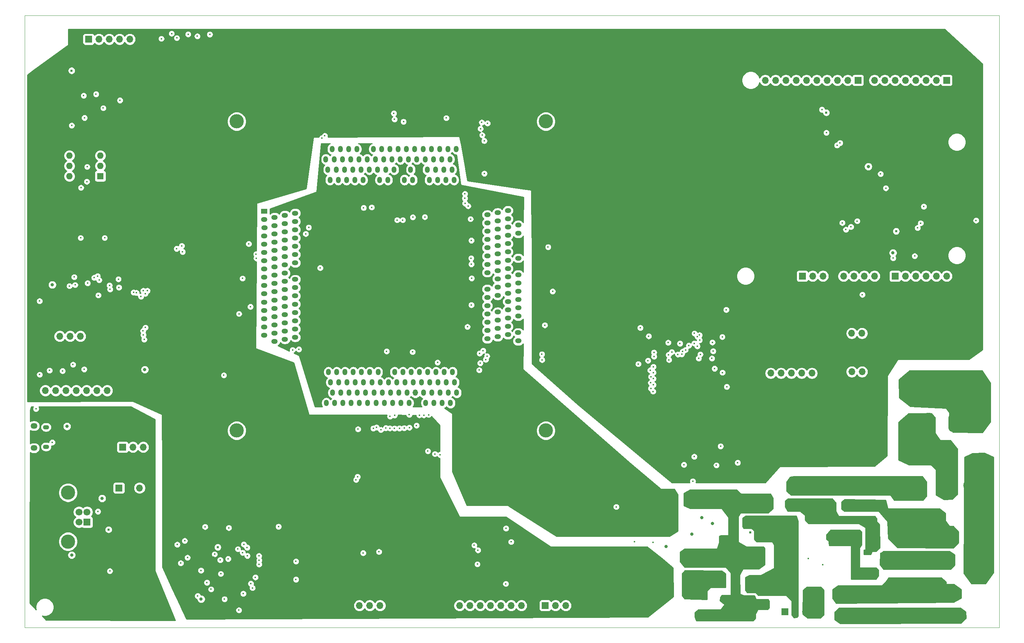
<source format=gbr>
G04 #@! TF.GenerationSoftware,KiCad,Pcbnew,5.1.6-c6e7f7d~87~ubuntu18.04.1*
G04 #@! TF.CreationDate,2020-08-14T22:16:59+05:30*
G04 #@! TF.ProjectId,Aardonyx,41617264-6f6e-4797-982e-6b696361645f,v1.0*
G04 #@! TF.SameCoordinates,Original*
G04 #@! TF.FileFunction,Copper,L3,Inr*
G04 #@! TF.FilePolarity,Positive*
%FSLAX46Y46*%
G04 Gerber Fmt 4.6, Leading zero omitted, Abs format (unit mm)*
G04 Created by KiCad (PCBNEW 5.1.6-c6e7f7d~87~ubuntu18.04.1) date 2020-08-14 22:16:59*
%MOMM*%
%LPD*%
G01*
G04 APERTURE LIST*
G04 #@! TA.AperFunction,Profile*
%ADD10C,0.100000*%
G04 #@! TD*
G04 #@! TA.AperFunction,ViaPad*
%ADD11C,2.500000*%
G04 #@! TD*
G04 #@! TA.AperFunction,ViaPad*
%ADD12R,2.500000X2.500000*%
G04 #@! TD*
G04 #@! TA.AperFunction,ViaPad*
%ADD13O,1.219200X1.574800*%
G04 #@! TD*
G04 #@! TA.AperFunction,ViaPad*
%ADD14O,1.291200X1.574800*%
G04 #@! TD*
G04 #@! TA.AperFunction,ViaPad*
%ADD15O,1.219100X1.574800*%
G04 #@! TD*
G04 #@! TA.AperFunction,ViaPad*
%ADD16O,1.574800X1.219200*%
G04 #@! TD*
G04 #@! TA.AperFunction,ViaPad*
%ADD17R,1.574800X1.219200*%
G04 #@! TD*
G04 #@! TA.AperFunction,ViaPad*
%ADD18C,3.500000*%
G04 #@! TD*
G04 #@! TA.AperFunction,ViaPad*
%ADD19C,2.200000*%
G04 #@! TD*
G04 #@! TA.AperFunction,ViaPad*
%ADD20O,1.700000X1.700000*%
G04 #@! TD*
G04 #@! TA.AperFunction,ViaPad*
%ADD21R,1.700000X1.700000*%
G04 #@! TD*
G04 #@! TA.AperFunction,ViaPad*
%ADD22O,4.500000X2.250000*%
G04 #@! TD*
G04 #@! TA.AperFunction,ViaPad*
%ADD23O,2.250000X4.500000*%
G04 #@! TD*
G04 #@! TA.AperFunction,ViaPad*
%ADD24O,2.500000X5.000000*%
G04 #@! TD*
G04 #@! TA.AperFunction,ViaPad*
%ADD25C,0.500000*%
G04 #@! TD*
G04 #@! TA.AperFunction,ViaPad*
%ADD26O,1.600000X1.600000*%
G04 #@! TD*
G04 #@! TA.AperFunction,ViaPad*
%ADD27R,1.600000X1.600000*%
G04 #@! TD*
G04 #@! TA.AperFunction,ViaPad*
%ADD28O,1.700000X1.350000*%
G04 #@! TD*
G04 #@! TA.AperFunction,ViaPad*
%ADD29O,1.500000X1.100000*%
G04 #@! TD*
G04 #@! TA.AperFunction,ViaPad*
%ADD30C,1.700000*%
G04 #@! TD*
G04 #@! TA.AperFunction,ViaPad*
%ADD31C,0.406400*%
G04 #@! TD*
G04 #@! TA.AperFunction,ViaPad*
%ADD32C,0.609600*%
G04 #@! TD*
G04 #@! TA.AperFunction,ViaPad*
%ADD33C,0.800000*%
G04 #@! TD*
G04 #@! TA.AperFunction,ViaPad*
%ADD34C,0.812800*%
G04 #@! TD*
G04 #@! TA.AperFunction,ViaPad*
%ADD35C,0.599999*%
G04 #@! TD*
G04 #@! TA.AperFunction,Conductor*
%ADD36C,0.254000*%
G04 #@! TD*
G04 APERTURE END LIST*
D10*
X43561000Y-162560000D02*
X43561000Y-11684000D01*
X283824680Y-162562540D02*
X43561000Y-162557460D01*
X283824680Y-11684000D02*
X283824680Y-162560000D01*
X43561000Y-11684000D02*
X283824680Y-11684000D01*
D11*
X276199600Y-127508000D03*
D12*
X271119600Y-127508000D03*
D13*
X142924200Y-99595600D03*
X147004200Y-99595600D03*
X149044200Y-99595600D03*
X123544200Y-104675600D03*
X125584200Y-104675600D03*
X144964200Y-99595600D03*
X138844200Y-99595600D03*
X127624200Y-104675600D03*
X140884200Y-99595600D03*
X145984200Y-104675600D03*
X143944200Y-104675600D03*
X135784200Y-104675600D03*
X129664200Y-104675600D03*
X136804200Y-99595600D03*
X132724200Y-99595600D03*
X130684200Y-99595600D03*
X137824200Y-104675600D03*
X134764200Y-99595600D03*
X150064200Y-104675600D03*
X141904200Y-104675600D03*
X128644200Y-99595600D03*
X131704200Y-104675600D03*
X122524200Y-99595600D03*
X121504200Y-104675600D03*
X120484200Y-99595600D03*
X148024200Y-104675600D03*
X133744200Y-104675600D03*
D14*
X139864200Y-104675600D03*
D13*
X124564200Y-99595600D03*
X118444200Y-99595600D03*
X126604200Y-99595600D03*
X148534200Y-107215600D03*
X134254200Y-107215600D03*
X128134200Y-107215600D03*
X144454200Y-107215600D03*
X138334200Y-107215600D03*
X146494200Y-107215600D03*
X132214200Y-107215600D03*
X142414200Y-107215600D03*
X136294200Y-107215600D03*
X130174200Y-107215600D03*
X140374200Y-107215600D03*
X139354200Y-102135600D03*
X119974200Y-107215600D03*
X149554200Y-102135600D03*
D15*
X124054200Y-107215600D03*
D13*
X122014200Y-107215600D03*
X137314200Y-102135600D03*
X123034200Y-102135600D03*
X145474200Y-102135600D03*
X147514200Y-102135600D03*
X119464200Y-104675600D03*
X120994200Y-102135600D03*
X118954200Y-102135600D03*
X127114200Y-102135600D03*
X125074200Y-102135600D03*
X131194200Y-102135600D03*
X126094200Y-107215600D03*
X143434200Y-102135600D03*
X135274200Y-102135600D03*
X141394200Y-102135600D03*
X133234200Y-102135600D03*
X117934200Y-107215600D03*
X129154200Y-102135600D03*
D16*
X105179200Y-81850600D03*
X105179200Y-79810600D03*
X105179200Y-85930600D03*
X105179200Y-87970600D03*
X105179200Y-69610600D03*
X105179200Y-67570600D03*
X105179200Y-71650600D03*
X105179200Y-65530600D03*
X105179200Y-77770600D03*
X105179200Y-73690600D03*
X105179200Y-92050600D03*
X105179200Y-90010600D03*
X105179200Y-75730600D03*
X105179200Y-83890600D03*
X105179200Y-63490600D03*
X105179200Y-61450600D03*
X107719200Y-69100600D03*
X107719200Y-85420600D03*
X107719200Y-65020600D03*
X107719200Y-89500600D03*
X107719200Y-87460600D03*
X107719200Y-73180600D03*
X107719200Y-81340600D03*
X107719200Y-75220600D03*
X107719200Y-71140600D03*
X107719200Y-67060600D03*
X107719200Y-91540600D03*
X107719200Y-77260600D03*
X107719200Y-79300600D03*
X107719200Y-60940600D03*
X107719200Y-83380600D03*
X107719200Y-62980600D03*
D17*
X102639200Y-59920600D03*
D16*
X102639200Y-61960600D03*
X102675200Y-64000600D03*
X102639200Y-66040600D03*
X102639200Y-68080600D03*
X102639200Y-70120600D03*
X102639200Y-72160600D03*
X102639200Y-74200600D03*
X102639200Y-76240600D03*
X102639200Y-78280600D03*
X102639200Y-80320600D03*
X102639200Y-82360600D03*
X102639200Y-84400600D03*
X102639200Y-86440600D03*
X102639200Y-88480600D03*
X102639200Y-90520600D03*
X110259200Y-66550600D03*
X110259200Y-68590600D03*
X110259200Y-60430600D03*
X110259200Y-62470600D03*
X110259200Y-70630600D03*
X110259200Y-64510600D03*
X110259200Y-76750600D03*
X110259200Y-72670600D03*
X110259200Y-74710600D03*
X110259200Y-78790600D03*
X110259200Y-80830600D03*
X110259200Y-82870600D03*
X110259200Y-84910600D03*
X110259200Y-86950600D03*
X110259200Y-88990600D03*
X110259200Y-91030600D03*
X165229200Y-81720600D03*
X165229200Y-69480600D03*
X165229200Y-75600600D03*
X165229200Y-73560600D03*
X165229200Y-63360600D03*
X162689200Y-76110600D03*
X165229200Y-85800600D03*
X157609200Y-83250600D03*
X165229200Y-65400600D03*
X162689200Y-61830600D03*
X165229200Y-67440600D03*
X165229200Y-79680600D03*
X157609200Y-89370600D03*
X157609200Y-85290600D03*
X157609200Y-91410600D03*
X162689200Y-69990600D03*
X165229200Y-77640600D03*
X165193200Y-89880600D03*
X160149200Y-60300600D03*
X165229200Y-71520600D03*
X160149200Y-70500600D03*
X165229200Y-61320600D03*
X162689200Y-90390600D03*
X165229200Y-87840600D03*
X160149200Y-64380600D03*
X160149200Y-88860600D03*
X160149200Y-72540600D03*
X160149200Y-82740600D03*
X160149200Y-62340600D03*
X160149200Y-90900600D03*
X157609200Y-64890600D03*
X160149200Y-86820600D03*
X160149200Y-78660600D03*
X165229200Y-83760600D03*
X160149200Y-84780600D03*
X162689200Y-78150600D03*
X162689200Y-65910600D03*
X157609200Y-81210600D03*
X160149200Y-66420600D03*
X157609200Y-60810600D03*
X160149200Y-74580600D03*
X157609200Y-68970600D03*
X162689200Y-59790600D03*
X160149200Y-68460600D03*
X157609200Y-87330600D03*
X160149200Y-76620600D03*
X165229200Y-91920600D03*
X157609200Y-62850600D03*
X157609200Y-66930600D03*
X162689200Y-67950600D03*
X162689200Y-88350600D03*
X162689200Y-84270600D03*
X157609200Y-73050600D03*
X162689200Y-74070600D03*
X162689200Y-80190600D03*
X157609200Y-77130600D03*
X157609200Y-79170600D03*
X162689200Y-72030600D03*
X157609200Y-75090600D03*
X157609200Y-71010600D03*
X160149200Y-80700600D03*
X162689200Y-86310600D03*
X162689200Y-82230600D03*
X162689200Y-63870600D03*
D13*
X139734200Y-44625600D03*
X127494200Y-44625600D03*
X133614200Y-44625600D03*
X131574200Y-44625600D03*
X121374200Y-44625600D03*
X134124200Y-47165600D03*
X143814200Y-44625600D03*
X141264200Y-52245600D03*
X123414200Y-44625600D03*
X119844200Y-47165600D03*
X125454200Y-44625600D03*
X137694200Y-44625600D03*
X147384200Y-52245600D03*
X143304200Y-52245600D03*
X149424200Y-52245600D03*
X128004200Y-47165600D03*
X135654200Y-44625600D03*
X147894200Y-44625600D03*
X118314200Y-49705600D03*
X129534200Y-44625600D03*
X128514200Y-49705600D03*
X119334200Y-44625600D03*
X148404200Y-47165600D03*
X145854200Y-44625600D03*
X122394200Y-49705600D03*
X146874200Y-49705600D03*
X130554200Y-49705600D03*
X140754200Y-49705600D03*
X120354200Y-49705600D03*
X148914200Y-49705600D03*
X122904200Y-52245600D03*
X144834200Y-49705600D03*
X136674200Y-49705600D03*
X141774200Y-44625600D03*
X142794200Y-49705600D03*
X136164200Y-47165600D03*
X123924200Y-47165600D03*
X139224200Y-52245600D03*
X124434200Y-49705600D03*
X118824200Y-52245600D03*
X132594200Y-49705600D03*
X126984200Y-52245600D03*
X117804200Y-47165600D03*
X126474200Y-49705600D03*
X145344200Y-52245600D03*
X134634200Y-49705600D03*
X149934200Y-44625600D03*
X120864200Y-52245600D03*
X124944200Y-52245600D03*
X125964200Y-47165600D03*
X146364200Y-47165600D03*
X142284200Y-47165600D03*
X131064200Y-52245600D03*
X132084200Y-47165600D03*
X138204200Y-47165600D03*
X135144200Y-52245600D03*
X137184200Y-52245600D03*
X130044200Y-47165600D03*
X133104200Y-52245600D03*
X129024200Y-52245600D03*
X138714200Y-49705600D03*
X144324200Y-47165600D03*
X140244200Y-47165600D03*
X121884200Y-47165600D03*
D18*
X172034200Y-37820600D03*
X172034200Y-114020600D03*
X95834200Y-114020600D03*
X95834200Y-37820600D03*
D19*
X276653000Y-140309600D03*
X271653000Y-140309600D03*
D20*
X131165600Y-157149800D03*
X128625600Y-157149800D03*
X126085600Y-157149800D03*
D21*
X123545600Y-157149800D03*
D22*
X269332000Y-107421000D03*
D23*
X272332000Y-112121000D03*
D24*
X266332000Y-112121000D03*
D25*
X217569200Y-137430800D03*
X218869200Y-137430800D03*
X217569200Y-138430800D03*
X218869200Y-138430800D03*
X217569200Y-139430800D03*
X218869200Y-139430800D03*
X218189000Y-152058200D03*
X219489000Y-152058200D03*
X218189000Y-153058200D03*
X219489000Y-153058200D03*
X218189000Y-154058200D03*
X219489000Y-154058200D03*
X248923800Y-147126200D03*
X247623800Y-147126200D03*
X248923800Y-146126200D03*
X247623800Y-146126200D03*
X248923800Y-145126200D03*
X247623800Y-145126200D03*
D26*
X54589800Y-51317800D03*
X62209800Y-46237800D03*
X54589800Y-48777800D03*
X62209800Y-48777800D03*
X54589800Y-46237800D03*
D27*
X62209800Y-51317800D03*
D20*
X249986800Y-99517200D03*
X247446800Y-99517200D03*
D21*
X244906800Y-99517200D03*
D20*
X71882000Y-128168400D03*
X69342000Y-128168400D03*
D21*
X66802000Y-128168400D03*
D28*
X45849600Y-118325800D03*
X45849600Y-112865800D03*
D29*
X48849600Y-118015800D03*
X48849600Y-113175800D03*
D20*
X253034000Y-27684000D03*
X255574000Y-27684000D03*
X258114000Y-27684000D03*
X260654000Y-27684000D03*
X263194000Y-27684000D03*
X265734000Y-27684000D03*
X268274000Y-27684000D03*
D21*
X270814000Y-27684000D03*
D20*
X226110000Y-27684000D03*
X228650000Y-27684000D03*
X231190000Y-27684000D03*
X233730000Y-27684000D03*
X236270000Y-27684000D03*
X238810000Y-27684000D03*
X241350000Y-27684000D03*
X243890000Y-27684000D03*
X246430000Y-27684000D03*
D21*
X248970000Y-27684000D03*
D20*
X270812600Y-75947200D03*
X268272600Y-75947200D03*
X265732600Y-75947200D03*
X263192600Y-75947200D03*
X260652600Y-75947200D03*
D21*
X258112600Y-75947200D03*
D20*
X253032600Y-75947200D03*
X250492600Y-75947200D03*
X247952600Y-75947200D03*
X245412600Y-75947200D03*
X242872600Y-75947200D03*
X240332600Y-75947200D03*
X237792600Y-75947200D03*
D21*
X235252600Y-75947200D03*
D20*
X249961400Y-90043000D03*
X247421400Y-90043000D03*
D21*
X244881400Y-90043000D03*
D20*
X166014400Y-157149800D03*
X163474400Y-157149800D03*
X160934400Y-157149800D03*
X158394400Y-157149800D03*
X155854400Y-157149800D03*
X153314400Y-157149800D03*
X150774400Y-157149800D03*
D21*
X148234400Y-157149800D03*
D20*
X176936400Y-157149800D03*
X174396400Y-157149800D03*
D21*
X171856400Y-157149800D03*
D20*
X236042200Y-158724600D03*
X233502200Y-158724600D03*
D21*
X230962200Y-158724600D03*
D20*
X57302400Y-90773600D03*
X54762400Y-90773600D03*
X52222400Y-90773600D03*
D21*
X49682400Y-90773600D03*
D20*
X72796400Y-118110000D03*
X70256400Y-118110000D03*
D21*
X67716400Y-118110000D03*
D20*
X63909600Y-104160800D03*
X61369600Y-104160800D03*
X58829600Y-104160800D03*
X56289600Y-104160800D03*
X53749600Y-104160800D03*
X51209600Y-104160800D03*
X48669600Y-104160800D03*
D21*
X46129600Y-104160800D03*
D20*
X72034400Y-17551400D03*
X69494400Y-17551400D03*
X66954400Y-17551400D03*
X64414400Y-17551400D03*
X61874400Y-17551400D03*
D21*
X59334400Y-17551400D03*
D20*
X237617000Y-99872800D03*
X235077000Y-99872800D03*
X232537000Y-99872800D03*
X229997000Y-99872800D03*
X227457000Y-99872800D03*
D21*
X224917000Y-99872800D03*
D18*
X54253800Y-129331800D03*
X54253800Y-141371800D03*
D30*
X56963800Y-136601800D03*
X56963800Y-134101800D03*
X58963800Y-134101800D03*
D21*
X58963800Y-136601800D03*
D31*
X93726000Y-145643600D03*
X249199400Y-141909800D03*
D32*
X91160600Y-142773400D03*
X55143400Y-25298400D03*
D33*
X55168800Y-144703800D03*
D34*
X267589000Y-106045000D03*
X269494000Y-104521000D03*
X270764000Y-106172000D03*
X272669000Y-104648000D03*
X274320000Y-106426000D03*
X276225000Y-105156000D03*
D31*
X240284000Y-147066000D03*
X236728000Y-145542000D03*
X245999000Y-160147000D03*
X248412000Y-158623000D03*
X252476000Y-158750000D03*
X250952000Y-160147000D03*
X254762000Y-160274000D03*
X260477000Y-159131000D03*
X264795000Y-160782000D03*
X266827000Y-158877000D03*
X101320600Y-144904600D03*
X240792000Y-126238000D03*
X250571000Y-127381000D03*
X259207000Y-126238000D03*
X242697000Y-140716000D03*
X244348000Y-139573000D03*
X246380000Y-141097000D03*
X247777000Y-139954000D03*
X212039200Y-129946400D03*
X214249000Y-131572000D03*
X209804000Y-131699000D03*
X214757000Y-144780000D03*
X207899000Y-145923000D03*
X209296000Y-145034000D03*
X210820000Y-146050000D03*
X223520000Y-146685000D03*
X225425000Y-145288000D03*
X223266000Y-144018000D03*
X215519000Y-158242000D03*
X217297000Y-156464000D03*
X220091000Y-157988000D03*
X224028000Y-156718000D03*
X221589600Y-133045200D03*
X224688400Y-130759200D03*
X249555000Y-149860000D03*
X250444000Y-148971000D03*
X251968000Y-149606000D03*
D33*
X62661800Y-130733800D03*
D31*
X82042000Y-146685000D03*
X87031000Y-148503200D03*
X91774000Y-145919200D03*
X86207600Y-154787600D03*
X89509600Y-153136600D03*
X97447100Y-154216100D03*
X91922600Y-149326600D03*
X97586800Y-142062200D03*
X96113600Y-143230600D03*
X97302600Y-144133324D03*
X93878400Y-137998200D03*
X110439200Y-150723600D03*
X100431600Y-150190200D03*
X62941200Y-34518600D03*
X56017400Y-78120000D03*
X79798200Y-16164400D03*
X83862200Y-16342200D03*
X254531200Y-50750400D03*
X255826600Y-54255600D03*
X265173800Y-58794000D03*
X262938600Y-70994200D03*
X241170801Y-40590399D03*
X240078600Y-34900799D03*
X215569800Y-99720400D03*
X215519000Y-90932000D03*
X106146600Y-137693400D03*
X58902600Y-52654200D03*
X58978800Y-48996600D03*
X49699600Y-99198200D03*
X52897600Y-99327600D03*
X58234000Y-98918800D03*
X208254600Y-126517400D03*
X208610200Y-120446800D03*
X215107800Y-117886200D03*
X55168800Y-38811200D03*
X58115200Y-31445200D03*
X61163200Y-31089600D03*
X101346000Y-146989800D03*
X235102400Y-126974600D03*
X218338400Y-129997200D03*
X57378600Y-66522600D03*
X252755400Y-129413000D03*
D32*
X64262000Y-138430000D03*
D31*
X81178400Y-142113000D03*
X88036400Y-137744200D03*
X64490000Y-78220000D03*
X89207400Y-16364800D03*
X50370000Y-116930000D03*
X136950000Y-37870000D03*
X172580000Y-68780000D03*
X171780000Y-88040000D03*
X173700000Y-79710000D03*
X156870000Y-50660000D03*
X152708000Y-88432800D03*
X142200000Y-61370000D03*
X98800000Y-68000000D03*
X116410000Y-73920000D03*
X97270000Y-76510000D03*
X96400000Y-85240000D03*
X125730000Y-113670000D03*
X155150000Y-146950000D03*
X198450000Y-141560000D03*
X193900000Y-141400000D03*
X189390000Y-132820000D03*
X216630000Y-103220000D03*
X213620000Y-98740000D03*
X195310000Y-88680000D03*
X216490000Y-84240000D03*
X194820000Y-97600000D03*
X198460000Y-104370000D03*
X92830000Y-155560000D03*
X206060000Y-122440000D03*
X132791200Y-94488000D03*
X139180000Y-94630000D03*
X135382000Y-62128400D03*
X127120000Y-59112800D03*
X129100000Y-58996000D03*
X136753600Y-62128400D03*
X139242800Y-61417200D03*
X153670000Y-67157600D03*
X153619200Y-71526400D03*
X153670000Y-72999600D03*
X153743400Y-76482200D03*
X153673400Y-83054600D03*
X153464600Y-61874400D03*
X54610000Y-78384400D03*
X59080400Y-77673200D03*
X47258800Y-100213600D03*
X55486000Y-97751600D03*
X110439200Y-146253200D03*
X64566800Y-148640800D03*
X250037600Y-80518000D03*
X64617600Y-79197200D03*
X47244000Y-82092800D03*
X61722000Y-80670400D03*
X63288820Y-66522600D03*
X99720400Y-152806400D03*
X96367600Y-158292794D03*
X162204404Y-138125200D03*
X99220469Y-83483442D03*
D34*
X53997200Y-112982400D03*
D31*
X130900000Y-143890000D03*
X127000000Y-144200000D03*
X46370000Y-108650000D03*
X100680000Y-71543020D03*
X100620000Y-70527000D03*
X66675000Y-76708006D03*
X66801999Y-78739999D03*
X60706000Y-76327000D03*
X278070000Y-62220000D03*
X67056000Y-32613600D03*
X257632200Y-71501000D03*
X86131400Y-16814800D03*
X276860000Y-137541000D03*
X278384000Y-136017000D03*
X276733000Y-134239000D03*
X278638000Y-132588000D03*
X276733000Y-131191000D03*
X83020000Y-141190000D03*
X111150000Y-93990000D03*
X162153600Y-151790400D03*
X154381200Y-142290800D03*
X155295600Y-143510000D03*
X163480000Y-141450000D03*
X73812400Y-79552800D03*
X72237600Y-80975200D03*
X72796400Y-79552798D03*
X264414000Y-62890400D03*
X125620000Y-125400000D03*
X125250000Y-126150000D03*
D32*
X222453200Y-139090400D03*
X222453200Y-139090400D03*
D31*
X219302000Y-121931000D03*
X72820000Y-90430000D03*
X247220000Y-63790000D03*
X214060000Y-122570000D03*
X92659200Y-100380800D03*
X70408800Y-79959200D03*
X73040000Y-91570000D03*
X245980000Y-64480000D03*
X245100000Y-62810000D03*
X72751188Y-89442723D03*
X73335079Y-88618832D03*
X248767600Y-62382400D03*
X210104431Y-95226681D03*
X145948400Y-119989600D03*
X209706011Y-96217990D03*
X144678400Y-119786400D03*
X212953600Y-96215200D03*
X142951200Y-119075200D03*
X202387200Y-96596200D03*
X140157200Y-112775969D03*
X198704200Y-95758000D03*
X138400000Y-113283979D03*
X137120000Y-113390000D03*
X202285600Y-95351600D03*
X135950000Y-113470000D03*
X198678800Y-94767400D03*
X134740000Y-113480000D03*
X203085700Y-94653100D03*
X133570000Y-113450000D03*
X204571600Y-95250000D03*
X132574218Y-113385782D03*
X205740000Y-94538800D03*
X129510000Y-113480000D03*
X213258400Y-94437188D03*
X131380000Y-113840000D03*
X209372200Y-93217990D03*
X130290000Y-113240000D03*
X207271700Y-93059082D03*
X209905600Y-90474800D03*
X157657800Y-38277800D03*
X147490000Y-36970000D03*
X208649407Y-90054593D03*
X152130000Y-58030000D03*
X205536800Y-95199200D03*
X152870000Y-58670000D03*
X197205600Y-96774000D03*
X152080000Y-55660000D03*
X205079600Y-92557600D03*
X152070000Y-56770000D03*
X206460915Y-94141581D03*
X208619997Y-92523818D03*
X156850000Y-42597372D03*
X156350000Y-41190000D03*
X213080600Y-92278200D03*
X155920000Y-39610000D03*
X209931000Y-91719400D03*
X209401218Y-90877582D03*
X156235969Y-38061990D03*
X134560000Y-35820000D03*
X202184000Y-92329000D03*
X197383400Y-90754200D03*
X134721600Y-37287200D03*
X171096200Y-96590600D03*
X197916800Y-103632000D03*
X171056200Y-95190600D03*
X198524313Y-102734419D03*
X155600400Y-99110800D03*
X197891693Y-102234010D03*
X155854400Y-97383600D03*
X198522643Y-101217990D03*
X157226000Y-96520000D03*
X197955530Y-100734010D03*
X157530800Y-95656400D03*
X198526352Y-99717990D03*
X155702000Y-94996000D03*
X197764400Y-99161600D03*
X156565600Y-94335600D03*
X198526400Y-98298000D03*
X81026002Y-69189600D03*
X82296000Y-68478400D03*
X82499200Y-69951600D03*
X244530000Y-43120000D03*
X113580000Y-63950000D03*
X243800000Y-43690000D03*
X112850000Y-65520000D03*
X117537716Y-41357716D03*
X116860000Y-41910000D03*
X83710000Y-145330000D03*
X155930600Y-145288000D03*
D35*
X97247116Y-148717000D03*
D31*
X86193200Y-147283600D03*
X90144600Y-145262600D03*
X97383600Y-157962600D03*
X91160600Y-147675600D03*
X95440500Y-141668500D03*
X90398600Y-137744200D03*
X220776799Y-118999000D03*
D32*
X224840800Y-121793000D03*
D31*
X52806602Y-76200000D03*
X56667400Y-93573600D03*
X255877400Y-51766400D03*
X262786200Y-58776800D03*
X258971400Y-66900000D03*
X59368600Y-40725000D03*
X214553800Y-99796600D03*
X55440000Y-99249000D03*
X61891600Y-98868000D03*
X204266802Y-125526802D03*
X203504800Y-120345200D03*
X216077800Y-117957600D03*
X219405200Y-119075189D03*
X50469800Y-93700600D03*
X240358000Y-42470000D03*
X99974400Y-137185400D03*
X159207200Y-151587200D03*
X160705800Y-142341600D03*
X57353200Y-28498800D03*
X65532000Y-33223200D03*
X61417200Y-27584400D03*
X85902800Y-142875000D03*
X92354400Y-152882600D03*
X100040000Y-76630000D03*
X99330000Y-85190000D03*
X125740000Y-110660000D03*
X127910000Y-110580000D03*
X169370000Y-87100000D03*
X170990000Y-79620000D03*
X168960000Y-69240000D03*
X153670000Y-50500000D03*
X135970000Y-41130000D03*
X99800000Y-66080000D03*
X213220000Y-84250000D03*
X198350000Y-84880000D03*
X214500000Y-88080000D03*
X201350000Y-98710000D03*
X197720000Y-97630000D03*
X201680000Y-101150000D03*
X214640000Y-102280000D03*
X59690000Y-79400400D03*
X55321200Y-79959200D03*
X46594800Y-98410800D03*
X50456800Y-97904000D03*
X52874600Y-97934200D03*
X121208801Y-142646400D03*
X121110200Y-141176200D03*
X95351600Y-159816800D03*
X152552400Y-149606004D03*
X157175200Y-142341600D03*
X156514800Y-151384000D03*
X197950000Y-89690000D03*
D34*
X196189600Y-149707600D03*
X183032400Y-151892000D03*
X186740800Y-147116800D03*
X192024000Y-154432000D03*
D32*
X54584600Y-40462200D03*
D31*
X228473000Y-142875000D03*
X230251000Y-147828000D03*
X233299000Y-144399000D03*
X233172000Y-139954000D03*
D34*
X201650600Y-142621000D03*
X50393600Y-78079600D03*
X73177400Y-98983800D03*
X181356000Y-135178800D03*
D31*
X197154800Y-135280400D03*
X198577200Y-132892800D03*
X197916800Y-137515600D03*
X112260000Y-71560000D03*
X131810000Y-96100000D03*
X130149600Y-57505600D03*
X126288800Y-57556400D03*
X134772400Y-60350400D03*
X137312400Y-60350400D03*
X139242800Y-60401200D03*
X141579600Y-60401200D03*
X154686000Y-68630800D03*
X154736800Y-69900800D03*
X154584400Y-74320400D03*
X154713400Y-76278200D03*
X154635200Y-83159600D03*
X154482800Y-61925200D03*
X154686000Y-87680800D03*
X138328400Y-96062800D03*
X114655600Y-72999600D03*
X57457200Y-54150400D03*
X109620000Y-94130000D03*
X73304400Y-80264000D03*
X71120000Y-80060800D03*
X88493600Y-151485600D03*
X90398600Y-144500600D03*
X98399600Y-142849600D03*
X99314000Y-151739600D03*
X247904000Y-154686000D03*
X251079000Y-152781000D03*
X254508000Y-154686000D03*
X260934200Y-155067000D03*
X265303000Y-152146000D03*
X236093000Y-132207000D03*
X234188000Y-133096000D03*
X239014000Y-134366000D03*
X241808000Y-133858000D03*
X243586000Y-136271000D03*
D32*
X258362780Y-64870000D03*
D34*
X257585280Y-70206800D03*
X251510000Y-48946600D03*
X87070000Y-155550800D03*
D31*
X263652000Y-64058800D03*
X61620400Y-133959600D03*
X207772000Y-154051000D03*
X209931000Y-152527000D03*
X206883000Y-149987000D03*
X77264400Y-17422000D03*
X81076800Y-17246600D03*
X236601000Y-155956000D03*
X237363000Y-153670000D03*
X239014000Y-158877000D03*
D32*
X241152600Y-35643000D03*
D31*
X58318400Y-36931600D03*
X133620000Y-110520000D03*
X134760000Y-110270000D03*
X260096000Y-139954000D03*
X262763000Y-138430000D03*
X265303000Y-140208000D03*
X267716000Y-138557000D03*
X269494000Y-140462000D03*
D34*
X210439000Y-135509000D03*
X208026000Y-139573000D03*
X213106000Y-136906000D03*
D31*
X269290800Y-146507200D03*
X267055600Y-145237200D03*
X264972800Y-146253200D03*
X98450000Y-144890000D03*
X61943210Y-76936790D03*
X61539998Y-75946000D03*
D34*
X263525000Y-115443000D03*
X265049000Y-117475000D03*
X268986000Y-118364000D03*
X271526000Y-123444000D03*
D31*
X55783000Y-76170000D03*
X145338800Y-97231200D03*
X138360000Y-110110000D03*
X140840000Y-110230000D03*
X141960000Y-110230000D03*
X143130000Y-110130000D03*
X101380000Y-146010000D03*
D36*
G36*
X282318613Y-120546992D02*
G01*
X282371723Y-149056808D01*
X280402803Y-151764073D01*
X276974243Y-151715093D01*
X275056828Y-149207705D01*
X275208568Y-120551837D01*
X277183333Y-119651278D01*
X280191896Y-119596395D01*
X282318613Y-120546992D01*
G37*
X282318613Y-120546992D02*
X282371723Y-149056808D01*
X280402803Y-151764073D01*
X276974243Y-151715093D01*
X275056828Y-149207705D01*
X275208568Y-120551837D01*
X277183333Y-119651278D01*
X280191896Y-119596395D01*
X282318613Y-120546992D01*
G36*
X265811000Y-126660298D02*
G01*
X265811000Y-130131425D01*
X264986886Y-131191000D01*
X257876123Y-131191000D01*
X257025042Y-129975170D01*
X257008835Y-129956272D01*
X256989252Y-129940899D01*
X256967046Y-129929641D01*
X256943071Y-129922932D01*
X256921000Y-129921000D01*
X232458285Y-129921000D01*
X231394000Y-128974969D01*
X231394000Y-126659033D01*
X232227107Y-125468881D01*
X233173635Y-125363711D01*
X233197990Y-125358550D01*
X233220255Y-125349000D01*
X264857329Y-125349000D01*
X265811000Y-126660298D01*
G37*
X265811000Y-126660298D02*
X265811000Y-130131425D01*
X264986886Y-131191000D01*
X257876123Y-131191000D01*
X257025042Y-129975170D01*
X257008835Y-129956272D01*
X256989252Y-129940899D01*
X256967046Y-129929641D01*
X256943071Y-129922932D01*
X256921000Y-129921000D01*
X232458285Y-129921000D01*
X231394000Y-128974969D01*
X231394000Y-126659033D01*
X232227107Y-125468881D01*
X233173635Y-125363711D01*
X233197990Y-125358550D01*
X233220255Y-125349000D01*
X264857329Y-125349000D01*
X265811000Y-126660298D01*
G36*
X255803878Y-131138958D02*
G01*
X256289307Y-133224450D01*
X256297300Y-133248029D01*
X256309740Y-133269594D01*
X256326148Y-133288319D01*
X256345894Y-133303482D01*
X256368219Y-133314502D01*
X256392264Y-133320955D01*
X256412981Y-133322659D01*
X269046016Y-133324594D01*
X270484600Y-134379555D01*
X270484600Y-136144000D01*
X270487040Y-136168776D01*
X270494267Y-136192601D01*
X270509061Y-136218932D01*
X271474261Y-137539732D01*
X271490850Y-137558297D01*
X271510742Y-137573268D01*
X271533172Y-137584071D01*
X271557279Y-137590291D01*
X271570379Y-137591638D01*
X272483265Y-137637849D01*
X273685000Y-138959757D01*
X273685000Y-141680847D01*
X272488121Y-142925602D01*
X258751799Y-142875193D01*
X256411367Y-140534761D01*
X256285938Y-136521033D01*
X256282725Y-136496345D01*
X256274757Y-136472758D01*
X256256564Y-136443697D01*
X255621564Y-135681697D01*
X255620426Y-135680349D01*
X254096426Y-133902349D01*
X254078448Y-133885126D01*
X254057457Y-133871740D01*
X254034257Y-133862707D01*
X254000000Y-133858000D01*
X245582955Y-133858000D01*
X244933045Y-133387375D01*
X244956778Y-131559917D01*
X245685034Y-131013725D01*
X255803878Y-131138958D01*
G37*
X255803878Y-131138958D02*
X256289307Y-133224450D01*
X256297300Y-133248029D01*
X256309740Y-133269594D01*
X256326148Y-133288319D01*
X256345894Y-133303482D01*
X256368219Y-133314502D01*
X256392264Y-133320955D01*
X256412981Y-133322659D01*
X269046016Y-133324594D01*
X270484600Y-134379555D01*
X270484600Y-136144000D01*
X270487040Y-136168776D01*
X270494267Y-136192601D01*
X270509061Y-136218932D01*
X271474261Y-137539732D01*
X271490850Y-137558297D01*
X271510742Y-137573268D01*
X271533172Y-137584071D01*
X271557279Y-137590291D01*
X271570379Y-137591638D01*
X272483265Y-137637849D01*
X273685000Y-138959757D01*
X273685000Y-141680847D01*
X272488121Y-142925602D01*
X258751799Y-142875193D01*
X256411367Y-140534761D01*
X256285938Y-136521033D01*
X256282725Y-136496345D01*
X256274757Y-136472758D01*
X256256564Y-136443697D01*
X255621564Y-135681697D01*
X255620426Y-135680349D01*
X254096426Y-133902349D01*
X254078448Y-133885126D01*
X254057457Y-133871740D01*
X254034257Y-133862707D01*
X254000000Y-133858000D01*
X245582955Y-133858000D01*
X244933045Y-133387375D01*
X244956778Y-131559917D01*
X245685034Y-131013725D01*
X255803878Y-131138958D01*
G36*
X249809000Y-138990606D02*
G01*
X249809000Y-142201548D01*
X249322330Y-142931553D01*
X249310617Y-142953522D01*
X249303414Y-142977354D01*
X249301000Y-143002000D01*
X249301000Y-147701000D01*
X249303440Y-147725776D01*
X249310667Y-147749601D01*
X249322403Y-147771557D01*
X249338197Y-147790803D01*
X249357443Y-147806597D01*
X249379399Y-147818333D01*
X249403224Y-147825560D01*
X249428000Y-147828000D01*
X253439394Y-147828000D01*
X254000000Y-148388606D01*
X254000000Y-149819301D01*
X253426644Y-150622000D01*
X247269000Y-150622000D01*
X247269000Y-142494000D01*
X247266560Y-142469224D01*
X247259333Y-142445399D01*
X247247597Y-142423443D01*
X247231803Y-142404197D01*
X247212557Y-142388403D01*
X247190601Y-142376667D01*
X247166776Y-142369440D01*
X247142000Y-142367000D01*
X241920113Y-142367000D01*
X241808000Y-141470096D01*
X241808000Y-141351000D01*
X241805560Y-141326224D01*
X241798333Y-141302399D01*
X241786597Y-141280443D01*
X241770803Y-141261197D01*
X241760336Y-141251830D01*
X241173000Y-140781961D01*
X241173000Y-139748735D01*
X242245561Y-138557000D01*
X249375394Y-138557000D01*
X249809000Y-138990606D01*
G37*
X249809000Y-138990606D02*
X249809000Y-142201548D01*
X249322330Y-142931553D01*
X249310617Y-142953522D01*
X249303414Y-142977354D01*
X249301000Y-143002000D01*
X249301000Y-147701000D01*
X249303440Y-147725776D01*
X249310667Y-147749601D01*
X249322403Y-147771557D01*
X249338197Y-147790803D01*
X249357443Y-147806597D01*
X249379399Y-147818333D01*
X249403224Y-147825560D01*
X249428000Y-147828000D01*
X253439394Y-147828000D01*
X254000000Y-148388606D01*
X254000000Y-149819301D01*
X253426644Y-150622000D01*
X247269000Y-150622000D01*
X247269000Y-142494000D01*
X247266560Y-142469224D01*
X247259333Y-142445399D01*
X247247597Y-142423443D01*
X247231803Y-142404197D01*
X247212557Y-142388403D01*
X247190601Y-142376667D01*
X247166776Y-142369440D01*
X247142000Y-142367000D01*
X241920113Y-142367000D01*
X241808000Y-141470096D01*
X241808000Y-141351000D01*
X241805560Y-141326224D01*
X241798333Y-141302399D01*
X241786597Y-141280443D01*
X241770803Y-141261197D01*
X241760336Y-141251830D01*
X241173000Y-140781961D01*
X241173000Y-139748735D01*
X242245561Y-138557000D01*
X249375394Y-138557000D01*
X249809000Y-138990606D01*
G36*
X275517502Y-158713326D02*
G01*
X275612087Y-160273976D01*
X274319548Y-161518644D01*
X244571674Y-161543965D01*
X243260425Y-160590329D01*
X243260425Y-158802606D01*
X244329044Y-157733987D01*
X274250975Y-157726391D01*
X275517502Y-158713326D01*
G37*
X275517502Y-158713326D02*
X275612087Y-160273976D01*
X274319548Y-161518644D01*
X244571674Y-161543965D01*
X243260425Y-160590329D01*
X243260425Y-158802606D01*
X244329044Y-157733987D01*
X274250975Y-157726391D01*
X275517502Y-158713326D01*
G36*
X240538000Y-153321728D02*
G01*
X240538000Y-159433709D01*
X239723394Y-160248315D01*
X236518548Y-160248315D01*
X235332277Y-159299298D01*
X235456684Y-153327802D01*
X236389333Y-152628315D01*
X239729019Y-152628315D01*
X240538000Y-153321728D01*
G37*
X240538000Y-153321728D02*
X240538000Y-159433709D01*
X239723394Y-160248315D01*
X236518548Y-160248315D01*
X235332277Y-159299298D01*
X235456684Y-153327802D01*
X236389333Y-152628315D01*
X239729019Y-152628315D01*
X240538000Y-153321728D01*
G36*
X270642420Y-151296975D02*
G01*
X270688322Y-151801898D01*
X270692995Y-151826352D01*
X270702349Y-151849424D01*
X270716025Y-151870228D01*
X270733497Y-151887964D01*
X270754093Y-151901951D01*
X270777022Y-151911651D01*
X270801402Y-151916691D01*
X270815145Y-151917400D01*
X272645879Y-151912432D01*
X274396200Y-153176149D01*
X274396200Y-155322281D01*
X272559355Y-156337380D01*
X263830757Y-156438603D01*
X243577547Y-156565186D01*
X242749714Y-155382567D01*
X242749714Y-153201271D01*
X244061012Y-152247600D01*
X254814714Y-152247600D01*
X254839490Y-152245160D01*
X254863315Y-152237933D01*
X254885271Y-152226197D01*
X254904517Y-152210403D01*
X256047517Y-151067403D01*
X256063384Y-151048047D01*
X256533682Y-150342600D01*
X269449451Y-150342600D01*
X270642420Y-151296975D01*
G37*
X270642420Y-151296975D02*
X270688322Y-151801898D01*
X270692995Y-151826352D01*
X270702349Y-151849424D01*
X270716025Y-151870228D01*
X270733497Y-151887964D01*
X270754093Y-151901951D01*
X270777022Y-151911651D01*
X270801402Y-151916691D01*
X270815145Y-151917400D01*
X272645879Y-151912432D01*
X274396200Y-153176149D01*
X274396200Y-155322281D01*
X272559355Y-156337380D01*
X263830757Y-156438603D01*
X243577547Y-156565186D01*
X242749714Y-155382567D01*
X242749714Y-153201271D01*
X244061012Y-152247600D01*
X254814714Y-152247600D01*
X254839490Y-152245160D01*
X254863315Y-152237933D01*
X254885271Y-152226197D01*
X254904517Y-152210403D01*
X256047517Y-151067403D01*
X256063384Y-151048047D01*
X256533682Y-150342600D01*
X269449451Y-150342600D01*
X270642420Y-151296975D01*
G36*
X281607219Y-102273589D02*
G01*
X281597143Y-111861293D01*
X279683427Y-114525245D01*
X272324319Y-114433421D01*
X271314597Y-112774592D01*
X271491411Y-109589572D01*
X271490348Y-109564699D01*
X271484452Y-109540511D01*
X271473951Y-109517937D01*
X271466206Y-109506333D01*
X270704206Y-108490333D01*
X270687388Y-108471976D01*
X270667312Y-108457253D01*
X270644749Y-108446729D01*
X270608739Y-108439681D01*
X261888887Y-108018085D01*
X259142328Y-105937807D01*
X259058274Y-101433533D01*
X261718370Y-99275900D01*
X279596423Y-99275900D01*
X281607219Y-102273589D01*
G37*
X281607219Y-102273589D02*
X281597143Y-111861293D01*
X279683427Y-114525245D01*
X272324319Y-114433421D01*
X271314597Y-112774592D01*
X271491411Y-109589572D01*
X271490348Y-109564699D01*
X271484452Y-109540511D01*
X271473951Y-109517937D01*
X271466206Y-109506333D01*
X270704206Y-108490333D01*
X270687388Y-108471976D01*
X270667312Y-108457253D01*
X270644749Y-108446729D01*
X270608739Y-108439681D01*
X261888887Y-108018085D01*
X259142328Y-105937807D01*
X259058274Y-101433533D01*
X261718370Y-99275900D01*
X279596423Y-99275900D01*
X281607219Y-102273589D01*
G36*
X267145880Y-109819386D02*
G01*
X267965262Y-110871868D01*
X267995404Y-114707398D01*
X267998039Y-114732155D01*
X268005453Y-114755921D01*
X268019056Y-114780217D01*
X269162056Y-116380417D01*
X269178443Y-116399160D01*
X269198171Y-116414346D01*
X269220483Y-116425392D01*
X269244521Y-116431872D01*
X269265150Y-116433600D01*
X271789177Y-116438559D01*
X273431000Y-118534815D01*
X273431000Y-129690594D01*
X272183317Y-130938277D01*
X270186142Y-130986988D01*
X268198540Y-129871992D01*
X268193520Y-123672497D01*
X268191060Y-123647723D01*
X268183813Y-123623904D01*
X268172059Y-123601957D01*
X268154819Y-123581318D01*
X266988959Y-122453558D01*
X266969454Y-122438086D01*
X266947305Y-122426716D01*
X266923364Y-122419886D01*
X266900179Y-122417841D01*
X261558565Y-122438055D01*
X258973320Y-121254272D01*
X258973320Y-111970400D01*
X261461579Y-109814402D01*
X267145880Y-109819386D01*
G37*
X267145880Y-109819386D02*
X267965262Y-110871868D01*
X267995404Y-114707398D01*
X267998039Y-114732155D01*
X268005453Y-114755921D01*
X268019056Y-114780217D01*
X269162056Y-116380417D01*
X269178443Y-116399160D01*
X269198171Y-116414346D01*
X269220483Y-116425392D01*
X269244521Y-116431872D01*
X269265150Y-116433600D01*
X271789177Y-116438559D01*
X273431000Y-118534815D01*
X273431000Y-129690594D01*
X272183317Y-130938277D01*
X270186142Y-130986988D01*
X268198540Y-129871992D01*
X268193520Y-123672497D01*
X268191060Y-123647723D01*
X268183813Y-123623904D01*
X268172059Y-123601957D01*
X268154819Y-123581318D01*
X266988959Y-122453558D01*
X266969454Y-122438086D01*
X266947305Y-122426716D01*
X266923364Y-122419886D01*
X266900179Y-122417841D01*
X261558565Y-122438055D01*
X258973320Y-121254272D01*
X258973320Y-111970400D01*
X261461579Y-109814402D01*
X267145880Y-109819386D01*
G36*
X243459000Y-131845562D02*
G01*
X243459000Y-133781800D01*
X243461440Y-133806576D01*
X243473218Y-133840188D01*
X244133618Y-135115815D01*
X244147176Y-135136696D01*
X244164547Y-135154530D01*
X244185064Y-135168633D01*
X244207938Y-135178463D01*
X244232289Y-135183641D01*
X244246841Y-135184426D01*
X253124832Y-135153617D01*
X253568200Y-135729995D01*
X253568200Y-136448800D01*
X253570640Y-136473576D01*
X253577867Y-136497401D01*
X253589603Y-136519357D01*
X253605397Y-136538603D01*
X254279627Y-137212833D01*
X254304554Y-142970837D01*
X253418077Y-143764000D01*
X252501400Y-143764000D01*
X252476624Y-143766440D01*
X252452799Y-143773667D01*
X252430843Y-143785403D01*
X252411597Y-143801197D01*
X252395803Y-143820443D01*
X252380917Y-143850839D01*
X252156272Y-144524773D01*
X250466967Y-144502249D01*
X250446378Y-143452208D01*
X250781245Y-143433604D01*
X250805848Y-143429794D01*
X250829234Y-143421256D01*
X250850506Y-143408320D01*
X250868846Y-143391483D01*
X250883548Y-143371391D01*
X250894048Y-143348818D01*
X250899942Y-143324629D01*
X250901145Y-143303066D01*
X250875836Y-142442566D01*
X250901177Y-141124842D01*
X250901200Y-141122400D01*
X250901200Y-140411200D01*
X250901193Y-140409891D01*
X250875793Y-137946091D01*
X250873098Y-137921341D01*
X250865625Y-137897592D01*
X250853664Y-137875758D01*
X250837672Y-137856676D01*
X250809614Y-137835907D01*
X249133214Y-136921507D01*
X249110295Y-136911785D01*
X249085919Y-136906722D01*
X249072400Y-136906000D01*
X236780606Y-136906000D01*
X235966000Y-136091394D01*
X235966000Y-135001000D01*
X235963560Y-134976224D01*
X235956333Y-134952399D01*
X235944597Y-134930443D01*
X235928803Y-134911197D01*
X235918336Y-134901830D01*
X234648336Y-133885830D01*
X234627465Y-133872257D01*
X234604346Y-133863018D01*
X234569000Y-133858000D01*
X231621127Y-133858000D01*
X231038400Y-132809091D01*
X231038400Y-131315395D01*
X231711884Y-130866406D01*
X241935070Y-130860800D01*
X242661812Y-130860800D01*
X243459000Y-131845562D01*
G37*
X243459000Y-131845562D02*
X243459000Y-133781800D01*
X243461440Y-133806576D01*
X243473218Y-133840188D01*
X244133618Y-135115815D01*
X244147176Y-135136696D01*
X244164547Y-135154530D01*
X244185064Y-135168633D01*
X244207938Y-135178463D01*
X244232289Y-135183641D01*
X244246841Y-135184426D01*
X253124832Y-135153617D01*
X253568200Y-135729995D01*
X253568200Y-136448800D01*
X253570640Y-136473576D01*
X253577867Y-136497401D01*
X253589603Y-136519357D01*
X253605397Y-136538603D01*
X254279627Y-137212833D01*
X254304554Y-142970837D01*
X253418077Y-143764000D01*
X252501400Y-143764000D01*
X252476624Y-143766440D01*
X252452799Y-143773667D01*
X252430843Y-143785403D01*
X252411597Y-143801197D01*
X252395803Y-143820443D01*
X252380917Y-143850839D01*
X252156272Y-144524773D01*
X250466967Y-144502249D01*
X250446378Y-143452208D01*
X250781245Y-143433604D01*
X250805848Y-143429794D01*
X250829234Y-143421256D01*
X250850506Y-143408320D01*
X250868846Y-143391483D01*
X250883548Y-143371391D01*
X250894048Y-143348818D01*
X250899942Y-143324629D01*
X250901145Y-143303066D01*
X250875836Y-142442566D01*
X250901177Y-141124842D01*
X250901200Y-141122400D01*
X250901200Y-140411200D01*
X250901193Y-140409891D01*
X250875793Y-137946091D01*
X250873098Y-137921341D01*
X250865625Y-137897592D01*
X250853664Y-137875758D01*
X250837672Y-137856676D01*
X250809614Y-137835907D01*
X249133214Y-136921507D01*
X249110295Y-136911785D01*
X249085919Y-136906722D01*
X249072400Y-136906000D01*
X236780606Y-136906000D01*
X235966000Y-136091394D01*
X235966000Y-135001000D01*
X235963560Y-134976224D01*
X235956333Y-134952399D01*
X235944597Y-134930443D01*
X235928803Y-134911197D01*
X235918336Y-134901830D01*
X234648336Y-133885830D01*
X234627465Y-133872257D01*
X234604346Y-133863018D01*
X234569000Y-133858000D01*
X231621127Y-133858000D01*
X231038400Y-132809091D01*
X231038400Y-131315395D01*
X231711884Y-130866406D01*
X241935070Y-130860800D01*
X242661812Y-130860800D01*
X243459000Y-131845562D01*
G36*
X215421878Y-148589873D02*
G01*
X216282264Y-149310737D01*
X216354468Y-152680251D01*
X212622564Y-152704803D01*
X212597805Y-152707406D01*
X212574028Y-152714790D01*
X212552149Y-152726670D01*
X212530749Y-152744939D01*
X211768749Y-153557739D01*
X211753583Y-153577484D01*
X211742561Y-153599807D01*
X211736106Y-153623852D01*
X211734409Y-153646130D01*
X211758218Y-155622311D01*
X206260907Y-155475061D01*
X205638400Y-154668107D01*
X205638400Y-149250949D01*
X206301727Y-148564749D01*
X215421878Y-148589873D01*
G37*
X215421878Y-148589873D02*
X216282264Y-149310737D01*
X216354468Y-152680251D01*
X212622564Y-152704803D01*
X212597805Y-152707406D01*
X212574028Y-152714790D01*
X212552149Y-152726670D01*
X212530749Y-152744939D01*
X211768749Y-153557739D01*
X211753583Y-153577484D01*
X211742561Y-153599807D01*
X211736106Y-153623852D01*
X211734409Y-153646130D01*
X211758218Y-155622311D01*
X206260907Y-155475061D01*
X205638400Y-154668107D01*
X205638400Y-149250949D01*
X206301727Y-148564749D01*
X215421878Y-148589873D01*
G36*
X279628640Y-23627234D02*
G01*
X279679353Y-94067364D01*
X276349150Y-96464120D01*
X258856480Y-96464120D01*
X258831704Y-96466560D01*
X258807879Y-96473787D01*
X258785923Y-96485523D01*
X258766677Y-96501317D01*
X258749834Y-96522158D01*
X256179354Y-100497258D01*
X256167950Y-100519389D01*
X256161082Y-100543319D01*
X256159000Y-100566024D01*
X256128611Y-120220433D01*
X253089523Y-122809102D01*
X229818923Y-122859800D01*
X229794152Y-122862295D01*
X229770344Y-122869573D01*
X229748413Y-122881357D01*
X229725335Y-122901252D01*
X226105514Y-126873000D01*
X209014567Y-126873000D01*
X209060589Y-126761894D01*
X209092800Y-126599956D01*
X209092800Y-126434844D01*
X209060589Y-126272906D01*
X208997403Y-126120363D01*
X208905673Y-125983078D01*
X208788922Y-125866327D01*
X208651637Y-125774597D01*
X208499094Y-125711411D01*
X208337156Y-125679200D01*
X208172044Y-125679200D01*
X208010106Y-125711411D01*
X207857563Y-125774597D01*
X207720278Y-125866327D01*
X207603527Y-125983078D01*
X207511797Y-126120363D01*
X207448611Y-126272906D01*
X207416400Y-126434844D01*
X207416400Y-126599956D01*
X207448611Y-126761894D01*
X207494633Y-126873000D01*
X203093456Y-126873000D01*
X197655625Y-122357444D01*
X205221800Y-122357444D01*
X205221800Y-122522556D01*
X205254011Y-122684494D01*
X205317197Y-122837037D01*
X205408927Y-122974322D01*
X205525678Y-123091073D01*
X205662963Y-123182803D01*
X205815506Y-123245989D01*
X205977444Y-123278200D01*
X206142556Y-123278200D01*
X206304494Y-123245989D01*
X206457037Y-123182803D01*
X206594322Y-123091073D01*
X206711073Y-122974322D01*
X206802803Y-122837037D01*
X206865989Y-122684494D01*
X206898200Y-122522556D01*
X206898200Y-122487444D01*
X213221800Y-122487444D01*
X213221800Y-122652556D01*
X213254011Y-122814494D01*
X213317197Y-122967037D01*
X213408927Y-123104322D01*
X213525678Y-123221073D01*
X213662963Y-123312803D01*
X213815506Y-123375989D01*
X213977444Y-123408200D01*
X214142556Y-123408200D01*
X214304494Y-123375989D01*
X214457037Y-123312803D01*
X214594322Y-123221073D01*
X214711073Y-123104322D01*
X214802803Y-122967037D01*
X214865989Y-122814494D01*
X214898200Y-122652556D01*
X214898200Y-122487444D01*
X214865989Y-122325506D01*
X214802803Y-122172963D01*
X214711073Y-122035678D01*
X214594322Y-121918927D01*
X214488836Y-121848444D01*
X218463800Y-121848444D01*
X218463800Y-122013556D01*
X218496011Y-122175494D01*
X218559197Y-122328037D01*
X218650927Y-122465322D01*
X218767678Y-122582073D01*
X218904963Y-122673803D01*
X219057506Y-122736989D01*
X219219444Y-122769200D01*
X219384556Y-122769200D01*
X219546494Y-122736989D01*
X219699037Y-122673803D01*
X219836322Y-122582073D01*
X219953073Y-122465322D01*
X220044803Y-122328037D01*
X220107989Y-122175494D01*
X220140200Y-122013556D01*
X220140200Y-121848444D01*
X220107989Y-121686506D01*
X220044803Y-121533963D01*
X219953073Y-121396678D01*
X219836322Y-121279927D01*
X219699037Y-121188197D01*
X219546494Y-121125011D01*
X219384556Y-121092800D01*
X219219444Y-121092800D01*
X219057506Y-121125011D01*
X218904963Y-121188197D01*
X218767678Y-121279927D01*
X218650927Y-121396678D01*
X218559197Y-121533963D01*
X218496011Y-121686506D01*
X218463800Y-121848444D01*
X214488836Y-121848444D01*
X214457037Y-121827197D01*
X214304494Y-121764011D01*
X214142556Y-121731800D01*
X213977444Y-121731800D01*
X213815506Y-121764011D01*
X213662963Y-121827197D01*
X213525678Y-121918927D01*
X213408927Y-122035678D01*
X213317197Y-122172963D01*
X213254011Y-122325506D01*
X213221800Y-122487444D01*
X206898200Y-122487444D01*
X206898200Y-122357444D01*
X206865989Y-122195506D01*
X206802803Y-122042963D01*
X206711073Y-121905678D01*
X206594322Y-121788927D01*
X206457037Y-121697197D01*
X206304494Y-121634011D01*
X206142556Y-121601800D01*
X205977444Y-121601800D01*
X205815506Y-121634011D01*
X205662963Y-121697197D01*
X205525678Y-121788927D01*
X205408927Y-121905678D01*
X205317197Y-122042963D01*
X205254011Y-122195506D01*
X205221800Y-122357444D01*
X197655625Y-122357444D01*
X195255326Y-120364244D01*
X207772000Y-120364244D01*
X207772000Y-120529356D01*
X207804211Y-120691294D01*
X207867397Y-120843837D01*
X207959127Y-120981122D01*
X208075878Y-121097873D01*
X208213163Y-121189603D01*
X208365706Y-121252789D01*
X208527644Y-121285000D01*
X208692756Y-121285000D01*
X208854694Y-121252789D01*
X209007237Y-121189603D01*
X209144522Y-121097873D01*
X209261273Y-120981122D01*
X209353003Y-120843837D01*
X209416189Y-120691294D01*
X209448400Y-120529356D01*
X209448400Y-120364244D01*
X209416189Y-120202306D01*
X209353003Y-120049763D01*
X209261273Y-119912478D01*
X209144522Y-119795727D01*
X209007237Y-119703997D01*
X208854694Y-119640811D01*
X208692756Y-119608600D01*
X208527644Y-119608600D01*
X208365706Y-119640811D01*
X208213163Y-119703997D01*
X208075878Y-119795727D01*
X207959127Y-119912478D01*
X207867397Y-120049763D01*
X207804211Y-120202306D01*
X207772000Y-120364244D01*
X195255326Y-120364244D01*
X192171739Y-117803644D01*
X214269600Y-117803644D01*
X214269600Y-117968756D01*
X214301811Y-118130694D01*
X214364997Y-118283237D01*
X214456727Y-118420522D01*
X214573478Y-118537273D01*
X214710763Y-118629003D01*
X214863306Y-118692189D01*
X215025244Y-118724400D01*
X215190356Y-118724400D01*
X215352294Y-118692189D01*
X215504837Y-118629003D01*
X215642122Y-118537273D01*
X215758873Y-118420522D01*
X215850603Y-118283237D01*
X215913789Y-118130694D01*
X215946000Y-117968756D01*
X215946000Y-117803644D01*
X215913789Y-117641706D01*
X215850603Y-117489163D01*
X215758873Y-117351878D01*
X215642122Y-117235127D01*
X215504837Y-117143397D01*
X215352294Y-117080211D01*
X215190356Y-117048000D01*
X215025244Y-117048000D01*
X214863306Y-117080211D01*
X214710763Y-117143397D01*
X214573478Y-117235127D01*
X214456727Y-117351878D01*
X214364997Y-117489163D01*
X214301811Y-117641706D01*
X214269600Y-117803644D01*
X192171739Y-117803644D01*
X180067303Y-107752164D01*
X170358587Y-99079044D01*
X196926200Y-99079044D01*
X196926200Y-99244156D01*
X196958411Y-99406094D01*
X197021597Y-99558637D01*
X197113327Y-99695922D01*
X197230078Y-99812673D01*
X197367363Y-99904403D01*
X197519906Y-99967589D01*
X197584495Y-99980436D01*
X197558493Y-99991207D01*
X197421208Y-100082937D01*
X197304457Y-100199688D01*
X197212727Y-100336973D01*
X197149541Y-100489516D01*
X197117330Y-100651454D01*
X197117330Y-100816566D01*
X197149541Y-100978504D01*
X197212727Y-101131047D01*
X197304457Y-101268332D01*
X197421208Y-101385083D01*
X197547362Y-101469375D01*
X197494656Y-101491207D01*
X197357371Y-101582937D01*
X197240620Y-101699688D01*
X197148890Y-101836973D01*
X197085704Y-101989516D01*
X197053493Y-102151454D01*
X197053493Y-102316566D01*
X197085704Y-102478504D01*
X197148890Y-102631047D01*
X197240620Y-102768332D01*
X197357371Y-102885083D01*
X197441646Y-102941393D01*
X197382478Y-102980927D01*
X197265727Y-103097678D01*
X197173997Y-103234963D01*
X197110811Y-103387506D01*
X197078600Y-103549444D01*
X197078600Y-103714556D01*
X197110811Y-103876494D01*
X197173997Y-104029037D01*
X197265727Y-104166322D01*
X197382478Y-104283073D01*
X197519763Y-104374803D01*
X197621800Y-104417069D01*
X197621800Y-104452556D01*
X197654011Y-104614494D01*
X197717197Y-104767037D01*
X197808927Y-104904322D01*
X197925678Y-105021073D01*
X198062963Y-105112803D01*
X198215506Y-105175989D01*
X198377444Y-105208200D01*
X198542556Y-105208200D01*
X198704494Y-105175989D01*
X198857037Y-105112803D01*
X198994322Y-105021073D01*
X199111073Y-104904322D01*
X199202803Y-104767037D01*
X199265989Y-104614494D01*
X199298200Y-104452556D01*
X199298200Y-104287444D01*
X199265989Y-104125506D01*
X199202803Y-103972963D01*
X199111073Y-103835678D01*
X198994322Y-103718927D01*
X198857037Y-103627197D01*
X198755000Y-103584931D01*
X198755000Y-103549444D01*
X198753797Y-103543394D01*
X198768807Y-103540408D01*
X198921350Y-103477222D01*
X199058635Y-103385492D01*
X199175386Y-103268741D01*
X199263114Y-103137444D01*
X215791800Y-103137444D01*
X215791800Y-103302556D01*
X215824011Y-103464494D01*
X215887197Y-103617037D01*
X215978927Y-103754322D01*
X216095678Y-103871073D01*
X216232963Y-103962803D01*
X216385506Y-104025989D01*
X216547444Y-104058200D01*
X216712556Y-104058200D01*
X216874494Y-104025989D01*
X217027037Y-103962803D01*
X217164322Y-103871073D01*
X217281073Y-103754322D01*
X217372803Y-103617037D01*
X217435989Y-103464494D01*
X217468200Y-103302556D01*
X217468200Y-103137444D01*
X217435989Y-102975506D01*
X217372803Y-102822963D01*
X217281073Y-102685678D01*
X217164322Y-102568927D01*
X217027037Y-102477197D01*
X216874494Y-102414011D01*
X216712556Y-102381800D01*
X216547444Y-102381800D01*
X216385506Y-102414011D01*
X216232963Y-102477197D01*
X216095678Y-102568927D01*
X215978927Y-102685678D01*
X215887197Y-102822963D01*
X215824011Y-102975506D01*
X215791800Y-103137444D01*
X199263114Y-103137444D01*
X199267116Y-103131456D01*
X199330302Y-102978913D01*
X199362513Y-102816975D01*
X199362513Y-102651863D01*
X199330302Y-102489925D01*
X199267116Y-102337382D01*
X199175386Y-102200097D01*
X199058635Y-102083346D01*
X198921350Y-101991616D01*
X198883309Y-101975859D01*
X198919680Y-101960793D01*
X199056965Y-101869063D01*
X199173716Y-101752312D01*
X199265446Y-101615027D01*
X199328632Y-101462484D01*
X199360843Y-101300546D01*
X199360843Y-101135434D01*
X199328632Y-100973496D01*
X199265446Y-100820953D01*
X199173716Y-100683668D01*
X199056965Y-100566917D01*
X198919680Y-100475187D01*
X198904160Y-100468758D01*
X198923389Y-100460793D01*
X199060674Y-100369063D01*
X199177425Y-100252312D01*
X199269155Y-100115027D01*
X199332341Y-99962484D01*
X199364552Y-99800546D01*
X199364552Y-99637844D01*
X214731600Y-99637844D01*
X214731600Y-99802956D01*
X214763811Y-99964894D01*
X214826997Y-100117437D01*
X214918727Y-100254722D01*
X215035478Y-100371473D01*
X215172763Y-100463203D01*
X215325306Y-100526389D01*
X215487244Y-100558600D01*
X215652356Y-100558600D01*
X215814294Y-100526389D01*
X215966837Y-100463203D01*
X216104122Y-100371473D01*
X216220873Y-100254722D01*
X216312603Y-100117437D01*
X216375789Y-99964894D01*
X216408000Y-99802956D01*
X216408000Y-99726540D01*
X225972000Y-99726540D01*
X225972000Y-100019060D01*
X226029068Y-100305958D01*
X226141010Y-100576211D01*
X226303525Y-100819432D01*
X226510368Y-101026275D01*
X226753589Y-101188790D01*
X227023842Y-101300732D01*
X227310740Y-101357800D01*
X227603260Y-101357800D01*
X227890158Y-101300732D01*
X228160411Y-101188790D01*
X228403632Y-101026275D01*
X228610475Y-100819432D01*
X228727000Y-100645040D01*
X228843525Y-100819432D01*
X229050368Y-101026275D01*
X229293589Y-101188790D01*
X229563842Y-101300732D01*
X229850740Y-101357800D01*
X230143260Y-101357800D01*
X230430158Y-101300732D01*
X230700411Y-101188790D01*
X230943632Y-101026275D01*
X231150475Y-100819432D01*
X231267000Y-100645040D01*
X231383525Y-100819432D01*
X231590368Y-101026275D01*
X231833589Y-101188790D01*
X232103842Y-101300732D01*
X232390740Y-101357800D01*
X232683260Y-101357800D01*
X232970158Y-101300732D01*
X233240411Y-101188790D01*
X233483632Y-101026275D01*
X233690475Y-100819432D01*
X233807000Y-100645040D01*
X233923525Y-100819432D01*
X234130368Y-101026275D01*
X234373589Y-101188790D01*
X234643842Y-101300732D01*
X234930740Y-101357800D01*
X235223260Y-101357800D01*
X235510158Y-101300732D01*
X235780411Y-101188790D01*
X236023632Y-101026275D01*
X236230475Y-100819432D01*
X236347000Y-100645040D01*
X236463525Y-100819432D01*
X236670368Y-101026275D01*
X236913589Y-101188790D01*
X237183842Y-101300732D01*
X237470740Y-101357800D01*
X237763260Y-101357800D01*
X238050158Y-101300732D01*
X238320411Y-101188790D01*
X238563632Y-101026275D01*
X238770475Y-100819432D01*
X238932990Y-100576211D01*
X239044932Y-100305958D01*
X239102000Y-100019060D01*
X239102000Y-99726540D01*
X239044932Y-99439642D01*
X239016475Y-99370940D01*
X245961800Y-99370940D01*
X245961800Y-99663460D01*
X246018868Y-99950358D01*
X246130810Y-100220611D01*
X246293325Y-100463832D01*
X246500168Y-100670675D01*
X246743389Y-100833190D01*
X247013642Y-100945132D01*
X247300540Y-101002200D01*
X247593060Y-101002200D01*
X247879958Y-100945132D01*
X248150211Y-100833190D01*
X248393432Y-100670675D01*
X248600275Y-100463832D01*
X248716800Y-100289440D01*
X248833325Y-100463832D01*
X249040168Y-100670675D01*
X249283389Y-100833190D01*
X249553642Y-100945132D01*
X249840540Y-101002200D01*
X250133060Y-101002200D01*
X250419958Y-100945132D01*
X250690211Y-100833190D01*
X250933432Y-100670675D01*
X251140275Y-100463832D01*
X251302790Y-100220611D01*
X251414732Y-99950358D01*
X251471800Y-99663460D01*
X251471800Y-99370940D01*
X251414732Y-99084042D01*
X251302790Y-98813789D01*
X251140275Y-98570568D01*
X250933432Y-98363725D01*
X250690211Y-98201210D01*
X250419958Y-98089268D01*
X250133060Y-98032200D01*
X249840540Y-98032200D01*
X249553642Y-98089268D01*
X249283389Y-98201210D01*
X249040168Y-98363725D01*
X248833325Y-98570568D01*
X248716800Y-98744960D01*
X248600275Y-98570568D01*
X248393432Y-98363725D01*
X248150211Y-98201210D01*
X247879958Y-98089268D01*
X247593060Y-98032200D01*
X247300540Y-98032200D01*
X247013642Y-98089268D01*
X246743389Y-98201210D01*
X246500168Y-98363725D01*
X246293325Y-98570568D01*
X246130810Y-98813789D01*
X246018868Y-99084042D01*
X245961800Y-99370940D01*
X239016475Y-99370940D01*
X238932990Y-99169389D01*
X238770475Y-98926168D01*
X238563632Y-98719325D01*
X238320411Y-98556810D01*
X238050158Y-98444868D01*
X237763260Y-98387800D01*
X237470740Y-98387800D01*
X237183842Y-98444868D01*
X236913589Y-98556810D01*
X236670368Y-98719325D01*
X236463525Y-98926168D01*
X236347000Y-99100560D01*
X236230475Y-98926168D01*
X236023632Y-98719325D01*
X235780411Y-98556810D01*
X235510158Y-98444868D01*
X235223260Y-98387800D01*
X234930740Y-98387800D01*
X234643842Y-98444868D01*
X234373589Y-98556810D01*
X234130368Y-98719325D01*
X233923525Y-98926168D01*
X233807000Y-99100560D01*
X233690475Y-98926168D01*
X233483632Y-98719325D01*
X233240411Y-98556810D01*
X232970158Y-98444868D01*
X232683260Y-98387800D01*
X232390740Y-98387800D01*
X232103842Y-98444868D01*
X231833589Y-98556810D01*
X231590368Y-98719325D01*
X231383525Y-98926168D01*
X231267000Y-99100560D01*
X231150475Y-98926168D01*
X230943632Y-98719325D01*
X230700411Y-98556810D01*
X230430158Y-98444868D01*
X230143260Y-98387800D01*
X229850740Y-98387800D01*
X229563842Y-98444868D01*
X229293589Y-98556810D01*
X229050368Y-98719325D01*
X228843525Y-98926168D01*
X228727000Y-99100560D01*
X228610475Y-98926168D01*
X228403632Y-98719325D01*
X228160411Y-98556810D01*
X227890158Y-98444868D01*
X227603260Y-98387800D01*
X227310740Y-98387800D01*
X227023842Y-98444868D01*
X226753589Y-98556810D01*
X226510368Y-98719325D01*
X226303525Y-98926168D01*
X226141010Y-99169389D01*
X226029068Y-99439642D01*
X225972000Y-99726540D01*
X216408000Y-99726540D01*
X216408000Y-99637844D01*
X216375789Y-99475906D01*
X216312603Y-99323363D01*
X216220873Y-99186078D01*
X216104122Y-99069327D01*
X215966837Y-98977597D01*
X215814294Y-98914411D01*
X215652356Y-98882200D01*
X215487244Y-98882200D01*
X215325306Y-98914411D01*
X215172763Y-98977597D01*
X215035478Y-99069327D01*
X214918727Y-99186078D01*
X214826997Y-99323363D01*
X214763811Y-99475906D01*
X214731600Y-99637844D01*
X199364552Y-99637844D01*
X199364552Y-99635434D01*
X199332341Y-99473496D01*
X199269155Y-99320953D01*
X199177425Y-99183668D01*
X199060674Y-99066917D01*
X198972514Y-99008011D01*
X199060722Y-98949073D01*
X199177473Y-98832322D01*
X199269203Y-98695037D01*
X199284774Y-98657444D01*
X212781800Y-98657444D01*
X212781800Y-98822556D01*
X212814011Y-98984494D01*
X212877197Y-99137037D01*
X212968927Y-99274322D01*
X213085678Y-99391073D01*
X213222963Y-99482803D01*
X213375506Y-99545989D01*
X213537444Y-99578200D01*
X213702556Y-99578200D01*
X213864494Y-99545989D01*
X214017037Y-99482803D01*
X214154322Y-99391073D01*
X214271073Y-99274322D01*
X214362803Y-99137037D01*
X214425989Y-98984494D01*
X214458200Y-98822556D01*
X214458200Y-98657444D01*
X214425989Y-98495506D01*
X214362803Y-98342963D01*
X214271073Y-98205678D01*
X214154322Y-98088927D01*
X214017037Y-97997197D01*
X213864494Y-97934011D01*
X213702556Y-97901800D01*
X213537444Y-97901800D01*
X213375506Y-97934011D01*
X213222963Y-97997197D01*
X213085678Y-98088927D01*
X212968927Y-98205678D01*
X212877197Y-98342963D01*
X212814011Y-98495506D01*
X212781800Y-98657444D01*
X199284774Y-98657444D01*
X199332389Y-98542494D01*
X199364600Y-98380556D01*
X199364600Y-98215444D01*
X199332389Y-98053506D01*
X199269203Y-97900963D01*
X199177473Y-97763678D01*
X199060722Y-97646927D01*
X198923437Y-97555197D01*
X198770894Y-97492011D01*
X198608956Y-97459800D01*
X198443844Y-97459800D01*
X198281906Y-97492011D01*
X198129363Y-97555197D01*
X197992078Y-97646927D01*
X197875327Y-97763678D01*
X197783597Y-97900963D01*
X197720411Y-98053506D01*
X197688200Y-98215444D01*
X197688200Y-98323400D01*
X197681844Y-98323400D01*
X197519906Y-98355611D01*
X197367363Y-98418797D01*
X197230078Y-98510527D01*
X197113327Y-98627278D01*
X197021597Y-98764563D01*
X196958411Y-98917106D01*
X196926200Y-99079044D01*
X170358587Y-99079044D01*
X168681400Y-97580757D01*
X168681400Y-97517444D01*
X193981800Y-97517444D01*
X193981800Y-97682556D01*
X194014011Y-97844494D01*
X194077197Y-97997037D01*
X194168927Y-98134322D01*
X194285678Y-98251073D01*
X194422963Y-98342803D01*
X194575506Y-98405989D01*
X194737444Y-98438200D01*
X194902556Y-98438200D01*
X195064494Y-98405989D01*
X195217037Y-98342803D01*
X195354322Y-98251073D01*
X195471073Y-98134322D01*
X195562803Y-97997037D01*
X195625989Y-97844494D01*
X195658200Y-97682556D01*
X195658200Y-97517444D01*
X195625989Y-97355506D01*
X195562803Y-97202963D01*
X195471073Y-97065678D01*
X195354322Y-96948927D01*
X195217037Y-96857197D01*
X195064494Y-96794011D01*
X194902556Y-96761800D01*
X194737444Y-96761800D01*
X194575506Y-96794011D01*
X194422963Y-96857197D01*
X194285678Y-96948927D01*
X194168927Y-97065678D01*
X194077197Y-97202963D01*
X194014011Y-97355506D01*
X193981800Y-97517444D01*
X168681400Y-97517444D01*
X168681400Y-95108044D01*
X170218000Y-95108044D01*
X170218000Y-95273156D01*
X170250211Y-95435094D01*
X170313397Y-95587637D01*
X170405127Y-95724922D01*
X170521878Y-95841673D01*
X170615103Y-95903963D01*
X170561878Y-95939527D01*
X170445127Y-96056278D01*
X170353397Y-96193563D01*
X170290211Y-96346106D01*
X170258000Y-96508044D01*
X170258000Y-96673156D01*
X170290211Y-96835094D01*
X170353397Y-96987637D01*
X170445127Y-97124922D01*
X170561878Y-97241673D01*
X170699163Y-97333403D01*
X170851706Y-97396589D01*
X171013644Y-97428800D01*
X171178756Y-97428800D01*
X171340694Y-97396589D01*
X171493237Y-97333403D01*
X171630522Y-97241673D01*
X171747273Y-97124922D01*
X171839003Y-96987637D01*
X171902189Y-96835094D01*
X171930762Y-96691444D01*
X196367400Y-96691444D01*
X196367400Y-96856556D01*
X196399611Y-97018494D01*
X196462797Y-97171037D01*
X196554527Y-97308322D01*
X196671278Y-97425073D01*
X196808563Y-97516803D01*
X196961106Y-97579989D01*
X197123044Y-97612200D01*
X197288156Y-97612200D01*
X197450094Y-97579989D01*
X197602637Y-97516803D01*
X197739922Y-97425073D01*
X197856673Y-97308322D01*
X197948403Y-97171037D01*
X198011589Y-97018494D01*
X198043800Y-96856556D01*
X198043800Y-96691444D01*
X198011589Y-96529506D01*
X197948403Y-96376963D01*
X197856673Y-96239678D01*
X197739922Y-96122927D01*
X197602637Y-96031197D01*
X197450094Y-95968011D01*
X197288156Y-95935800D01*
X197123044Y-95935800D01*
X196961106Y-95968011D01*
X196808563Y-96031197D01*
X196671278Y-96122927D01*
X196554527Y-96239678D01*
X196462797Y-96376963D01*
X196399611Y-96529506D01*
X196367400Y-96691444D01*
X171930762Y-96691444D01*
X171934400Y-96673156D01*
X171934400Y-96508044D01*
X171902189Y-96346106D01*
X171839003Y-96193563D01*
X171747273Y-96056278D01*
X171630522Y-95939527D01*
X171537297Y-95877237D01*
X171590522Y-95841673D01*
X171707273Y-95724922D01*
X171799003Y-95587637D01*
X171862189Y-95435094D01*
X171894400Y-95273156D01*
X171894400Y-95108044D01*
X171862189Y-94946106D01*
X171799003Y-94793563D01*
X171726361Y-94684844D01*
X197840600Y-94684844D01*
X197840600Y-94849956D01*
X197872811Y-95011894D01*
X197935997Y-95164437D01*
X198014354Y-95281707D01*
X197961397Y-95360963D01*
X197898211Y-95513506D01*
X197866000Y-95675444D01*
X197866000Y-95840556D01*
X197898211Y-96002494D01*
X197961397Y-96155037D01*
X198053127Y-96292322D01*
X198169878Y-96409073D01*
X198307163Y-96500803D01*
X198459706Y-96563989D01*
X198621644Y-96596200D01*
X198786756Y-96596200D01*
X198948694Y-96563989D01*
X199101237Y-96500803D01*
X199238522Y-96409073D01*
X199355273Y-96292322D01*
X199447003Y-96155037D01*
X199510189Y-96002494D01*
X199542400Y-95840556D01*
X199542400Y-95675444D01*
X199510189Y-95513506D01*
X199447003Y-95360963D01*
X199385585Y-95269044D01*
X201447400Y-95269044D01*
X201447400Y-95434156D01*
X201479611Y-95596094D01*
X201542797Y-95748637D01*
X201634527Y-95885922D01*
X201751278Y-96002673D01*
X201777687Y-96020318D01*
X201736127Y-96061878D01*
X201644397Y-96199163D01*
X201581211Y-96351706D01*
X201549000Y-96513644D01*
X201549000Y-96678756D01*
X201581211Y-96840694D01*
X201644397Y-96993237D01*
X201736127Y-97130522D01*
X201852878Y-97247273D01*
X201990163Y-97339003D01*
X202142706Y-97402189D01*
X202304644Y-97434400D01*
X202469756Y-97434400D01*
X202631694Y-97402189D01*
X202784237Y-97339003D01*
X202921522Y-97247273D01*
X203038273Y-97130522D01*
X203130003Y-96993237D01*
X203193189Y-96840694D01*
X203225400Y-96678756D01*
X203225400Y-96513644D01*
X203193189Y-96351706D01*
X203130003Y-96199163D01*
X203087422Y-96135434D01*
X208867811Y-96135434D01*
X208867811Y-96300546D01*
X208900022Y-96462484D01*
X208963208Y-96615027D01*
X209054938Y-96752312D01*
X209171689Y-96869063D01*
X209308974Y-96960793D01*
X209461517Y-97023979D01*
X209623455Y-97056190D01*
X209788567Y-97056190D01*
X209950505Y-97023979D01*
X210103048Y-96960793D01*
X210240333Y-96869063D01*
X210357084Y-96752312D01*
X210448814Y-96615027D01*
X210512000Y-96462484D01*
X210544211Y-96300546D01*
X210544211Y-96135434D01*
X210543657Y-96132644D01*
X212115400Y-96132644D01*
X212115400Y-96297756D01*
X212147611Y-96459694D01*
X212210797Y-96612237D01*
X212302527Y-96749522D01*
X212419278Y-96866273D01*
X212556563Y-96958003D01*
X212709106Y-97021189D01*
X212871044Y-97053400D01*
X213036156Y-97053400D01*
X213198094Y-97021189D01*
X213350637Y-96958003D01*
X213487922Y-96866273D01*
X213604673Y-96749522D01*
X213696403Y-96612237D01*
X213759589Y-96459694D01*
X213791800Y-96297756D01*
X213791800Y-96132644D01*
X213759589Y-95970706D01*
X213696403Y-95818163D01*
X213604673Y-95680878D01*
X213487922Y-95564127D01*
X213350637Y-95472397D01*
X213198094Y-95409211D01*
X213036156Y-95377000D01*
X212871044Y-95377000D01*
X212709106Y-95409211D01*
X212556563Y-95472397D01*
X212419278Y-95564127D01*
X212302527Y-95680878D01*
X212210797Y-95818163D01*
X212147611Y-95970706D01*
X212115400Y-96132644D01*
X210543657Y-96132644D01*
X210512000Y-95973496D01*
X210508415Y-95964842D01*
X210638753Y-95877754D01*
X210755504Y-95761003D01*
X210847234Y-95623718D01*
X210910420Y-95471175D01*
X210942631Y-95309237D01*
X210942631Y-95144125D01*
X210910420Y-94982187D01*
X210847234Y-94829644D01*
X210755504Y-94692359D01*
X210638753Y-94575608D01*
X210501468Y-94483878D01*
X210348925Y-94420692D01*
X210186987Y-94388481D01*
X210021875Y-94388481D01*
X209859937Y-94420692D01*
X209707394Y-94483878D01*
X209570109Y-94575608D01*
X209453358Y-94692359D01*
X209361628Y-94829644D01*
X209298442Y-94982187D01*
X209266231Y-95144125D01*
X209266231Y-95309237D01*
X209298442Y-95471175D01*
X209302027Y-95479829D01*
X209171689Y-95566917D01*
X209054938Y-95683668D01*
X208963208Y-95820953D01*
X208900022Y-95973496D01*
X208867811Y-96135434D01*
X203087422Y-96135434D01*
X203038273Y-96061878D01*
X202921522Y-95945127D01*
X202895113Y-95927482D01*
X202936673Y-95885922D01*
X203028403Y-95748637D01*
X203091589Y-95596094D01*
X203112434Y-95491300D01*
X203168256Y-95491300D01*
X203330194Y-95459089D01*
X203482737Y-95395903D01*
X203620022Y-95304173D01*
X203733400Y-95190795D01*
X203733400Y-95332556D01*
X203765611Y-95494494D01*
X203828797Y-95647037D01*
X203920527Y-95784322D01*
X204037278Y-95901073D01*
X204174563Y-95992803D01*
X204327106Y-96055989D01*
X204489044Y-96088200D01*
X204654156Y-96088200D01*
X204816094Y-96055989D01*
X204968637Y-95992803D01*
X205092214Y-95910232D01*
X205139763Y-95942003D01*
X205292306Y-96005189D01*
X205454244Y-96037400D01*
X205619356Y-96037400D01*
X205781294Y-96005189D01*
X205933837Y-95942003D01*
X206071122Y-95850273D01*
X206187873Y-95733522D01*
X206279603Y-95596237D01*
X206342789Y-95443694D01*
X206375000Y-95281756D01*
X206375000Y-95116644D01*
X206370446Y-95093749D01*
X206391073Y-95073122D01*
X206453441Y-94979781D01*
X206543471Y-94979781D01*
X206705409Y-94947570D01*
X206857952Y-94884384D01*
X206995237Y-94792654D01*
X207111988Y-94675903D01*
X207203718Y-94538618D01*
X207266904Y-94386075D01*
X207273158Y-94354632D01*
X212420200Y-94354632D01*
X212420200Y-94519744D01*
X212452411Y-94681682D01*
X212515597Y-94834225D01*
X212607327Y-94971510D01*
X212724078Y-95088261D01*
X212861363Y-95179991D01*
X213013906Y-95243177D01*
X213175844Y-95275388D01*
X213340956Y-95275388D01*
X213502894Y-95243177D01*
X213655437Y-95179991D01*
X213792722Y-95088261D01*
X213909473Y-94971510D01*
X214001203Y-94834225D01*
X214064389Y-94681682D01*
X214096600Y-94519744D01*
X214096600Y-94354632D01*
X214064389Y-94192694D01*
X214001203Y-94040151D01*
X213909473Y-93902866D01*
X213792722Y-93786115D01*
X213655437Y-93694385D01*
X213502894Y-93631199D01*
X213340956Y-93598988D01*
X213175844Y-93598988D01*
X213013906Y-93631199D01*
X212861363Y-93694385D01*
X212724078Y-93786115D01*
X212607327Y-93902866D01*
X212515597Y-94040151D01*
X212452411Y-94192694D01*
X212420200Y-94354632D01*
X207273158Y-94354632D01*
X207299115Y-94224137D01*
X207299115Y-94059025D01*
X207266943Y-93897282D01*
X207354256Y-93897282D01*
X207516194Y-93865071D01*
X207668737Y-93801885D01*
X207806022Y-93710155D01*
X207922773Y-93593404D01*
X208014503Y-93456119D01*
X208077689Y-93303576D01*
X208101220Y-93185278D01*
X208222960Y-93266621D01*
X208375503Y-93329807D01*
X208537441Y-93362018D01*
X208546227Y-93362018D01*
X208566211Y-93462484D01*
X208629397Y-93615027D01*
X208721127Y-93752312D01*
X208837878Y-93869063D01*
X208975163Y-93960793D01*
X209127706Y-94023979D01*
X209289644Y-94056190D01*
X209454756Y-94056190D01*
X209616694Y-94023979D01*
X209769237Y-93960793D01*
X209906522Y-93869063D01*
X210023273Y-93752312D01*
X210115003Y-93615027D01*
X210178189Y-93462484D01*
X210210400Y-93300546D01*
X210210400Y-93135434D01*
X210178189Y-92973496D01*
X210115003Y-92820953D01*
X210023273Y-92683668D01*
X209906522Y-92566917D01*
X209892578Y-92557600D01*
X210013556Y-92557600D01*
X210175494Y-92525389D01*
X210328037Y-92462203D01*
X210465322Y-92370473D01*
X210582073Y-92253722D01*
X210620879Y-92195644D01*
X212242400Y-92195644D01*
X212242400Y-92360756D01*
X212274611Y-92522694D01*
X212337797Y-92675237D01*
X212429527Y-92812522D01*
X212546278Y-92929273D01*
X212683563Y-93021003D01*
X212836106Y-93084189D01*
X212998044Y-93116400D01*
X213163156Y-93116400D01*
X213325094Y-93084189D01*
X213477637Y-93021003D01*
X213614922Y-92929273D01*
X213731673Y-92812522D01*
X213823403Y-92675237D01*
X213886589Y-92522694D01*
X213918800Y-92360756D01*
X213918800Y-92195644D01*
X213886589Y-92033706D01*
X213823403Y-91881163D01*
X213731673Y-91743878D01*
X213614922Y-91627127D01*
X213477637Y-91535397D01*
X213325094Y-91472211D01*
X213163156Y-91440000D01*
X212998044Y-91440000D01*
X212836106Y-91472211D01*
X212683563Y-91535397D01*
X212546278Y-91627127D01*
X212429527Y-91743878D01*
X212337797Y-91881163D01*
X212274611Y-92033706D01*
X212242400Y-92195644D01*
X210620879Y-92195644D01*
X210673803Y-92116437D01*
X210736989Y-91963894D01*
X210769200Y-91801956D01*
X210769200Y-91636844D01*
X210736989Y-91474906D01*
X210673803Y-91322363D01*
X210582073Y-91185078D01*
X210481395Y-91084400D01*
X210556673Y-91009122D01*
X210648403Y-90871837D01*
X210657678Y-90849444D01*
X214680800Y-90849444D01*
X214680800Y-91014556D01*
X214713011Y-91176494D01*
X214776197Y-91329037D01*
X214867927Y-91466322D01*
X214984678Y-91583073D01*
X215121963Y-91674803D01*
X215274506Y-91737989D01*
X215436444Y-91770200D01*
X215601556Y-91770200D01*
X215763494Y-91737989D01*
X215916037Y-91674803D01*
X216053322Y-91583073D01*
X216170073Y-91466322D01*
X216261803Y-91329037D01*
X216324989Y-91176494D01*
X216357200Y-91014556D01*
X216357200Y-90849444D01*
X216324989Y-90687506D01*
X216261803Y-90534963D01*
X216170073Y-90397678D01*
X216053322Y-90280927D01*
X215916037Y-90189197D01*
X215763494Y-90126011D01*
X215601556Y-90093800D01*
X215436444Y-90093800D01*
X215274506Y-90126011D01*
X215121963Y-90189197D01*
X214984678Y-90280927D01*
X214867927Y-90397678D01*
X214776197Y-90534963D01*
X214713011Y-90687506D01*
X214680800Y-90849444D01*
X210657678Y-90849444D01*
X210711589Y-90719294D01*
X210743800Y-90557356D01*
X210743800Y-90392244D01*
X210711589Y-90230306D01*
X210648403Y-90077763D01*
X210556673Y-89940478D01*
X210512935Y-89896740D01*
X245936400Y-89896740D01*
X245936400Y-90189260D01*
X245993468Y-90476158D01*
X246105410Y-90746411D01*
X246267925Y-90989632D01*
X246474768Y-91196475D01*
X246717989Y-91358990D01*
X246988242Y-91470932D01*
X247275140Y-91528000D01*
X247567660Y-91528000D01*
X247854558Y-91470932D01*
X248124811Y-91358990D01*
X248368032Y-91196475D01*
X248574875Y-90989632D01*
X248691400Y-90815240D01*
X248807925Y-90989632D01*
X249014768Y-91196475D01*
X249257989Y-91358990D01*
X249528242Y-91470932D01*
X249815140Y-91528000D01*
X250107660Y-91528000D01*
X250394558Y-91470932D01*
X250664811Y-91358990D01*
X250908032Y-91196475D01*
X251114875Y-90989632D01*
X251277390Y-90746411D01*
X251389332Y-90476158D01*
X251446400Y-90189260D01*
X251446400Y-89896740D01*
X251389332Y-89609842D01*
X251277390Y-89339589D01*
X251114875Y-89096368D01*
X250908032Y-88889525D01*
X250664811Y-88727010D01*
X250394558Y-88615068D01*
X250107660Y-88558000D01*
X249815140Y-88558000D01*
X249528242Y-88615068D01*
X249257989Y-88727010D01*
X249014768Y-88889525D01*
X248807925Y-89096368D01*
X248691400Y-89270760D01*
X248574875Y-89096368D01*
X248368032Y-88889525D01*
X248124811Y-88727010D01*
X247854558Y-88615068D01*
X247567660Y-88558000D01*
X247275140Y-88558000D01*
X246988242Y-88615068D01*
X246717989Y-88727010D01*
X246474768Y-88889525D01*
X246267925Y-89096368D01*
X246105410Y-89339589D01*
X245993468Y-89609842D01*
X245936400Y-89896740D01*
X210512935Y-89896740D01*
X210439922Y-89823727D01*
X210302637Y-89731997D01*
X210150094Y-89668811D01*
X209988156Y-89636600D01*
X209823044Y-89636600D01*
X209661106Y-89668811D01*
X209508563Y-89731997D01*
X209441583Y-89776751D01*
X209392210Y-89657556D01*
X209300480Y-89520271D01*
X209183729Y-89403520D01*
X209046444Y-89311790D01*
X208893901Y-89248604D01*
X208731963Y-89216393D01*
X208566851Y-89216393D01*
X208404913Y-89248604D01*
X208252370Y-89311790D01*
X208115085Y-89403520D01*
X207998334Y-89520271D01*
X207906604Y-89657556D01*
X207843418Y-89810099D01*
X207811207Y-89972037D01*
X207811207Y-90137149D01*
X207843418Y-90299087D01*
X207906604Y-90451630D01*
X207998334Y-90588915D01*
X208115085Y-90705666D01*
X208252370Y-90797396D01*
X208404913Y-90860582D01*
X208563018Y-90892031D01*
X208563018Y-90960138D01*
X208595229Y-91122076D01*
X208658415Y-91274619D01*
X208750145Y-91411904D01*
X208866896Y-91528655D01*
X209004181Y-91620385D01*
X209092800Y-91657093D01*
X209092800Y-91801956D01*
X209099609Y-91836190D01*
X209017034Y-91781015D01*
X208864491Y-91717829D01*
X208702553Y-91685618D01*
X208537441Y-91685618D01*
X208375503Y-91717829D01*
X208222960Y-91781015D01*
X208085675Y-91872745D01*
X207968924Y-91989496D01*
X207877194Y-92126781D01*
X207814008Y-92279324D01*
X207790477Y-92397622D01*
X207668737Y-92316279D01*
X207516194Y-92253093D01*
X207354256Y-92220882D01*
X207189144Y-92220882D01*
X207027206Y-92253093D01*
X206874663Y-92316279D01*
X206737378Y-92408009D01*
X206620627Y-92524760D01*
X206528897Y-92662045D01*
X206465711Y-92814588D01*
X206433500Y-92976526D01*
X206433500Y-93141638D01*
X206465672Y-93303381D01*
X206378359Y-93303381D01*
X206216421Y-93335592D01*
X206063878Y-93398778D01*
X205926593Y-93490508D01*
X205809842Y-93607259D01*
X205747474Y-93700600D01*
X205657444Y-93700600D01*
X205495506Y-93732811D01*
X205342963Y-93795997D01*
X205205678Y-93887727D01*
X205088927Y-94004478D01*
X204997197Y-94141763D01*
X204934011Y-94294306D01*
X204901800Y-94456244D01*
X204901800Y-94479512D01*
X204816094Y-94444011D01*
X204654156Y-94411800D01*
X204489044Y-94411800D01*
X204327106Y-94444011D01*
X204174563Y-94507197D01*
X204037278Y-94598927D01*
X203923900Y-94712305D01*
X203923900Y-94570544D01*
X203891689Y-94408606D01*
X203828503Y-94256063D01*
X203736773Y-94118778D01*
X203620022Y-94002027D01*
X203482737Y-93910297D01*
X203330194Y-93847111D01*
X203168256Y-93814900D01*
X203003144Y-93814900D01*
X202841206Y-93847111D01*
X202688663Y-93910297D01*
X202551378Y-94002027D01*
X202434627Y-94118778D01*
X202342897Y-94256063D01*
X202279711Y-94408606D01*
X202258866Y-94513400D01*
X202203044Y-94513400D01*
X202041106Y-94545611D01*
X201888563Y-94608797D01*
X201751278Y-94700527D01*
X201634527Y-94817278D01*
X201542797Y-94954563D01*
X201479611Y-95107106D01*
X201447400Y-95269044D01*
X199385585Y-95269044D01*
X199368646Y-95243693D01*
X199421603Y-95164437D01*
X199484789Y-95011894D01*
X199517000Y-94849956D01*
X199517000Y-94684844D01*
X199484789Y-94522906D01*
X199421603Y-94370363D01*
X199329873Y-94233078D01*
X199213122Y-94116327D01*
X199075837Y-94024597D01*
X198923294Y-93961411D01*
X198761356Y-93929200D01*
X198596244Y-93929200D01*
X198434306Y-93961411D01*
X198281763Y-94024597D01*
X198144478Y-94116327D01*
X198027727Y-94233078D01*
X197935997Y-94370363D01*
X197872811Y-94522906D01*
X197840600Y-94684844D01*
X171726361Y-94684844D01*
X171707273Y-94656278D01*
X171590522Y-94539527D01*
X171453237Y-94447797D01*
X171300694Y-94384611D01*
X171138756Y-94352400D01*
X170973644Y-94352400D01*
X170811706Y-94384611D01*
X170659163Y-94447797D01*
X170521878Y-94539527D01*
X170405127Y-94656278D01*
X170313397Y-94793563D01*
X170250211Y-94946106D01*
X170218000Y-95108044D01*
X168681400Y-95108044D01*
X168681400Y-92246444D01*
X201345800Y-92246444D01*
X201345800Y-92411556D01*
X201378011Y-92573494D01*
X201441197Y-92726037D01*
X201532927Y-92863322D01*
X201649678Y-92980073D01*
X201786963Y-93071803D01*
X201939506Y-93134989D01*
X202101444Y-93167200D01*
X202266556Y-93167200D01*
X202428494Y-93134989D01*
X202581037Y-93071803D01*
X202718322Y-92980073D01*
X202835073Y-92863322D01*
X202926803Y-92726037D01*
X202989989Y-92573494D01*
X203009571Y-92475044D01*
X204241400Y-92475044D01*
X204241400Y-92640156D01*
X204273611Y-92802094D01*
X204336797Y-92954637D01*
X204428527Y-93091922D01*
X204545278Y-93208673D01*
X204682563Y-93300403D01*
X204835106Y-93363589D01*
X204997044Y-93395800D01*
X205162156Y-93395800D01*
X205324094Y-93363589D01*
X205476637Y-93300403D01*
X205613922Y-93208673D01*
X205730673Y-93091922D01*
X205822403Y-92954637D01*
X205885589Y-92802094D01*
X205917800Y-92640156D01*
X205917800Y-92475044D01*
X205885589Y-92313106D01*
X205822403Y-92160563D01*
X205730673Y-92023278D01*
X205613922Y-91906527D01*
X205476637Y-91814797D01*
X205324094Y-91751611D01*
X205162156Y-91719400D01*
X204997044Y-91719400D01*
X204835106Y-91751611D01*
X204682563Y-91814797D01*
X204545278Y-91906527D01*
X204428527Y-92023278D01*
X204336797Y-92160563D01*
X204273611Y-92313106D01*
X204241400Y-92475044D01*
X203009571Y-92475044D01*
X203022200Y-92411556D01*
X203022200Y-92246444D01*
X202989989Y-92084506D01*
X202926803Y-91931963D01*
X202835073Y-91794678D01*
X202718322Y-91677927D01*
X202581037Y-91586197D01*
X202428494Y-91523011D01*
X202266556Y-91490800D01*
X202101444Y-91490800D01*
X201939506Y-91523011D01*
X201786963Y-91586197D01*
X201649678Y-91677927D01*
X201532927Y-91794678D01*
X201441197Y-91931963D01*
X201378011Y-92084506D01*
X201345800Y-92246444D01*
X168681400Y-92246444D01*
X168681400Y-90671644D01*
X196545200Y-90671644D01*
X196545200Y-90836756D01*
X196577411Y-90998694D01*
X196640597Y-91151237D01*
X196732327Y-91288522D01*
X196849078Y-91405273D01*
X196986363Y-91497003D01*
X197138906Y-91560189D01*
X197300844Y-91592400D01*
X197465956Y-91592400D01*
X197627894Y-91560189D01*
X197780437Y-91497003D01*
X197917722Y-91405273D01*
X198034473Y-91288522D01*
X198126203Y-91151237D01*
X198189389Y-90998694D01*
X198221600Y-90836756D01*
X198221600Y-90671644D01*
X198189389Y-90509706D01*
X198126203Y-90357163D01*
X198034473Y-90219878D01*
X197917722Y-90103127D01*
X197780437Y-90011397D01*
X197627894Y-89948211D01*
X197465956Y-89916000D01*
X197300844Y-89916000D01*
X197138906Y-89948211D01*
X196986363Y-90011397D01*
X196849078Y-90103127D01*
X196732327Y-90219878D01*
X196640597Y-90357163D01*
X196577411Y-90509706D01*
X196545200Y-90671644D01*
X168681400Y-90671644D01*
X168681400Y-87957444D01*
X170941800Y-87957444D01*
X170941800Y-88122556D01*
X170974011Y-88284494D01*
X171037197Y-88437037D01*
X171128927Y-88574322D01*
X171245678Y-88691073D01*
X171382963Y-88782803D01*
X171535506Y-88845989D01*
X171697444Y-88878200D01*
X171862556Y-88878200D01*
X172024494Y-88845989D01*
X172177037Y-88782803D01*
X172314322Y-88691073D01*
X172407951Y-88597444D01*
X194471800Y-88597444D01*
X194471800Y-88762556D01*
X194504011Y-88924494D01*
X194567197Y-89077037D01*
X194658927Y-89214322D01*
X194775678Y-89331073D01*
X194912963Y-89422803D01*
X195065506Y-89485989D01*
X195227444Y-89518200D01*
X195392556Y-89518200D01*
X195554494Y-89485989D01*
X195707037Y-89422803D01*
X195844322Y-89331073D01*
X195961073Y-89214322D01*
X196052803Y-89077037D01*
X196115989Y-88924494D01*
X196148200Y-88762556D01*
X196148200Y-88597444D01*
X196115989Y-88435506D01*
X196052803Y-88282963D01*
X195961073Y-88145678D01*
X195844322Y-88028927D01*
X195707037Y-87937197D01*
X195554494Y-87874011D01*
X195392556Y-87841800D01*
X195227444Y-87841800D01*
X195065506Y-87874011D01*
X194912963Y-87937197D01*
X194775678Y-88028927D01*
X194658927Y-88145678D01*
X194567197Y-88282963D01*
X194504011Y-88435506D01*
X194471800Y-88597444D01*
X172407951Y-88597444D01*
X172431073Y-88574322D01*
X172522803Y-88437037D01*
X172585989Y-88284494D01*
X172618200Y-88122556D01*
X172618200Y-87957444D01*
X172585989Y-87795506D01*
X172522803Y-87642963D01*
X172431073Y-87505678D01*
X172314322Y-87388927D01*
X172177037Y-87297197D01*
X172024494Y-87234011D01*
X171862556Y-87201800D01*
X171697444Y-87201800D01*
X171535506Y-87234011D01*
X171382963Y-87297197D01*
X171245678Y-87388927D01*
X171128927Y-87505678D01*
X171037197Y-87642963D01*
X170974011Y-87795506D01*
X170941800Y-87957444D01*
X168681400Y-87957444D01*
X168681400Y-84157444D01*
X215651800Y-84157444D01*
X215651800Y-84322556D01*
X215684011Y-84484494D01*
X215747197Y-84637037D01*
X215838927Y-84774322D01*
X215955678Y-84891073D01*
X216092963Y-84982803D01*
X216245506Y-85045989D01*
X216407444Y-85078200D01*
X216572556Y-85078200D01*
X216734494Y-85045989D01*
X216887037Y-84982803D01*
X217024322Y-84891073D01*
X217141073Y-84774322D01*
X217232803Y-84637037D01*
X217295989Y-84484494D01*
X217328200Y-84322556D01*
X217328200Y-84157444D01*
X217295989Y-83995506D01*
X217232803Y-83842963D01*
X217141073Y-83705678D01*
X217024322Y-83588927D01*
X216887037Y-83497197D01*
X216734494Y-83434011D01*
X216572556Y-83401800D01*
X216407444Y-83401800D01*
X216245506Y-83434011D01*
X216092963Y-83497197D01*
X215955678Y-83588927D01*
X215838927Y-83705678D01*
X215747197Y-83842963D01*
X215684011Y-83995506D01*
X215651800Y-84157444D01*
X168681400Y-84157444D01*
X168681400Y-79627444D01*
X172861800Y-79627444D01*
X172861800Y-79792556D01*
X172894011Y-79954494D01*
X172957197Y-80107037D01*
X173048927Y-80244322D01*
X173165678Y-80361073D01*
X173302963Y-80452803D01*
X173455506Y-80515989D01*
X173617444Y-80548200D01*
X173782556Y-80548200D01*
X173944494Y-80515989D01*
X174097037Y-80452803D01*
X174123016Y-80435444D01*
X249199400Y-80435444D01*
X249199400Y-80600556D01*
X249231611Y-80762494D01*
X249294797Y-80915037D01*
X249386527Y-81052322D01*
X249503278Y-81169073D01*
X249640563Y-81260803D01*
X249793106Y-81323989D01*
X249955044Y-81356200D01*
X250120156Y-81356200D01*
X250282094Y-81323989D01*
X250434637Y-81260803D01*
X250571922Y-81169073D01*
X250688673Y-81052322D01*
X250780403Y-80915037D01*
X250843589Y-80762494D01*
X250875800Y-80600556D01*
X250875800Y-80435444D01*
X250843589Y-80273506D01*
X250780403Y-80120963D01*
X250688673Y-79983678D01*
X250571922Y-79866927D01*
X250434637Y-79775197D01*
X250282094Y-79712011D01*
X250120156Y-79679800D01*
X249955044Y-79679800D01*
X249793106Y-79712011D01*
X249640563Y-79775197D01*
X249503278Y-79866927D01*
X249386527Y-79983678D01*
X249294797Y-80120963D01*
X249231611Y-80273506D01*
X249199400Y-80435444D01*
X174123016Y-80435444D01*
X174234322Y-80361073D01*
X174351073Y-80244322D01*
X174442803Y-80107037D01*
X174505989Y-79954494D01*
X174538200Y-79792556D01*
X174538200Y-79627444D01*
X174505989Y-79465506D01*
X174442803Y-79312963D01*
X174351073Y-79175678D01*
X174234322Y-79058927D01*
X174097037Y-78967197D01*
X173944494Y-78904011D01*
X173782556Y-78871800D01*
X173617444Y-78871800D01*
X173455506Y-78904011D01*
X173302963Y-78967197D01*
X173165678Y-79058927D01*
X173048927Y-79175678D01*
X172957197Y-79312963D01*
X172894011Y-79465506D01*
X172861800Y-79627444D01*
X168681400Y-79627444D01*
X168681400Y-75727072D01*
X219047600Y-75727072D01*
X219047600Y-76167328D01*
X219133490Y-76599125D01*
X219301969Y-77005869D01*
X219546562Y-77371929D01*
X219857871Y-77683238D01*
X220223931Y-77927831D01*
X220630675Y-78096310D01*
X221062472Y-78182200D01*
X221502728Y-78182200D01*
X221934525Y-78096310D01*
X222341269Y-77927831D01*
X222707329Y-77683238D01*
X223018638Y-77371929D01*
X223263231Y-77005869D01*
X223431710Y-76599125D01*
X223517600Y-76167328D01*
X223517600Y-75727072D01*
X223431710Y-75295275D01*
X223349665Y-75097200D01*
X233764528Y-75097200D01*
X233764528Y-76797200D01*
X233776788Y-76921682D01*
X233813098Y-77041380D01*
X233872063Y-77151694D01*
X233951415Y-77248385D01*
X234048106Y-77327737D01*
X234158420Y-77386702D01*
X234278118Y-77423012D01*
X234402600Y-77435272D01*
X236102600Y-77435272D01*
X236227082Y-77423012D01*
X236346780Y-77386702D01*
X236457094Y-77327737D01*
X236553785Y-77248385D01*
X236633137Y-77151694D01*
X236692102Y-77041380D01*
X236714113Y-76968820D01*
X236845968Y-77100675D01*
X237089189Y-77263190D01*
X237359442Y-77375132D01*
X237646340Y-77432200D01*
X237938860Y-77432200D01*
X238225758Y-77375132D01*
X238496011Y-77263190D01*
X238739232Y-77100675D01*
X238946075Y-76893832D01*
X239062600Y-76719440D01*
X239179125Y-76893832D01*
X239385968Y-77100675D01*
X239629189Y-77263190D01*
X239899442Y-77375132D01*
X240186340Y-77432200D01*
X240478860Y-77432200D01*
X240765758Y-77375132D01*
X241036011Y-77263190D01*
X241279232Y-77100675D01*
X241486075Y-76893832D01*
X241648590Y-76650611D01*
X241760532Y-76380358D01*
X241817600Y-76093460D01*
X241817600Y-75800940D01*
X243927600Y-75800940D01*
X243927600Y-76093460D01*
X243984668Y-76380358D01*
X244096610Y-76650611D01*
X244259125Y-76893832D01*
X244465968Y-77100675D01*
X244709189Y-77263190D01*
X244979442Y-77375132D01*
X245266340Y-77432200D01*
X245558860Y-77432200D01*
X245845758Y-77375132D01*
X246116011Y-77263190D01*
X246359232Y-77100675D01*
X246566075Y-76893832D01*
X246682600Y-76719440D01*
X246799125Y-76893832D01*
X247005968Y-77100675D01*
X247249189Y-77263190D01*
X247519442Y-77375132D01*
X247806340Y-77432200D01*
X248098860Y-77432200D01*
X248385758Y-77375132D01*
X248656011Y-77263190D01*
X248899232Y-77100675D01*
X249106075Y-76893832D01*
X249222600Y-76719440D01*
X249339125Y-76893832D01*
X249545968Y-77100675D01*
X249789189Y-77263190D01*
X250059442Y-77375132D01*
X250346340Y-77432200D01*
X250638860Y-77432200D01*
X250925758Y-77375132D01*
X251196011Y-77263190D01*
X251439232Y-77100675D01*
X251646075Y-76893832D01*
X251762600Y-76719440D01*
X251879125Y-76893832D01*
X252085968Y-77100675D01*
X252329189Y-77263190D01*
X252599442Y-77375132D01*
X252886340Y-77432200D01*
X253178860Y-77432200D01*
X253465758Y-77375132D01*
X253736011Y-77263190D01*
X253979232Y-77100675D01*
X254186075Y-76893832D01*
X254348590Y-76650611D01*
X254460532Y-76380358D01*
X254517600Y-76093460D01*
X254517600Y-75800940D01*
X254460532Y-75514042D01*
X254348590Y-75243789D01*
X254250643Y-75097200D01*
X256624528Y-75097200D01*
X256624528Y-76797200D01*
X256636788Y-76921682D01*
X256673098Y-77041380D01*
X256732063Y-77151694D01*
X256811415Y-77248385D01*
X256908106Y-77327737D01*
X257018420Y-77386702D01*
X257138118Y-77423012D01*
X257262600Y-77435272D01*
X258962600Y-77435272D01*
X259087082Y-77423012D01*
X259206780Y-77386702D01*
X259317094Y-77327737D01*
X259413785Y-77248385D01*
X259493137Y-77151694D01*
X259552102Y-77041380D01*
X259574113Y-76968820D01*
X259705968Y-77100675D01*
X259949189Y-77263190D01*
X260219442Y-77375132D01*
X260506340Y-77432200D01*
X260798860Y-77432200D01*
X261085758Y-77375132D01*
X261356011Y-77263190D01*
X261599232Y-77100675D01*
X261806075Y-76893832D01*
X261922600Y-76719440D01*
X262039125Y-76893832D01*
X262245968Y-77100675D01*
X262489189Y-77263190D01*
X262759442Y-77375132D01*
X263046340Y-77432200D01*
X263338860Y-77432200D01*
X263625758Y-77375132D01*
X263896011Y-77263190D01*
X264139232Y-77100675D01*
X264346075Y-76893832D01*
X264462600Y-76719440D01*
X264579125Y-76893832D01*
X264785968Y-77100675D01*
X265029189Y-77263190D01*
X265299442Y-77375132D01*
X265586340Y-77432200D01*
X265878860Y-77432200D01*
X266165758Y-77375132D01*
X266436011Y-77263190D01*
X266679232Y-77100675D01*
X266886075Y-76893832D01*
X267002600Y-76719440D01*
X267119125Y-76893832D01*
X267325968Y-77100675D01*
X267569189Y-77263190D01*
X267839442Y-77375132D01*
X268126340Y-77432200D01*
X268418860Y-77432200D01*
X268705758Y-77375132D01*
X268976011Y-77263190D01*
X269219232Y-77100675D01*
X269426075Y-76893832D01*
X269542600Y-76719440D01*
X269659125Y-76893832D01*
X269865968Y-77100675D01*
X270109189Y-77263190D01*
X270379442Y-77375132D01*
X270666340Y-77432200D01*
X270958860Y-77432200D01*
X271245758Y-77375132D01*
X271516011Y-77263190D01*
X271759232Y-77100675D01*
X271966075Y-76893832D01*
X272128590Y-76650611D01*
X272240532Y-76380358D01*
X272297600Y-76093460D01*
X272297600Y-75800940D01*
X272240532Y-75514042D01*
X272128590Y-75243789D01*
X271966075Y-75000568D01*
X271759232Y-74793725D01*
X271516011Y-74631210D01*
X271245758Y-74519268D01*
X270958860Y-74462200D01*
X270666340Y-74462200D01*
X270379442Y-74519268D01*
X270109189Y-74631210D01*
X269865968Y-74793725D01*
X269659125Y-75000568D01*
X269542600Y-75174960D01*
X269426075Y-75000568D01*
X269219232Y-74793725D01*
X268976011Y-74631210D01*
X268705758Y-74519268D01*
X268418860Y-74462200D01*
X268126340Y-74462200D01*
X267839442Y-74519268D01*
X267569189Y-74631210D01*
X267325968Y-74793725D01*
X267119125Y-75000568D01*
X267002600Y-75174960D01*
X266886075Y-75000568D01*
X266679232Y-74793725D01*
X266436011Y-74631210D01*
X266165758Y-74519268D01*
X265878860Y-74462200D01*
X265586340Y-74462200D01*
X265299442Y-74519268D01*
X265029189Y-74631210D01*
X264785968Y-74793725D01*
X264579125Y-75000568D01*
X264462600Y-75174960D01*
X264346075Y-75000568D01*
X264139232Y-74793725D01*
X263896011Y-74631210D01*
X263625758Y-74519268D01*
X263338860Y-74462200D01*
X263046340Y-74462200D01*
X262759442Y-74519268D01*
X262489189Y-74631210D01*
X262245968Y-74793725D01*
X262039125Y-75000568D01*
X261922600Y-75174960D01*
X261806075Y-75000568D01*
X261599232Y-74793725D01*
X261356011Y-74631210D01*
X261085758Y-74519268D01*
X260798860Y-74462200D01*
X260506340Y-74462200D01*
X260219442Y-74519268D01*
X259949189Y-74631210D01*
X259705968Y-74793725D01*
X259574113Y-74925580D01*
X259552102Y-74853020D01*
X259493137Y-74742706D01*
X259413785Y-74646015D01*
X259317094Y-74566663D01*
X259206780Y-74507698D01*
X259087082Y-74471388D01*
X258962600Y-74459128D01*
X257262600Y-74459128D01*
X257138118Y-74471388D01*
X257018420Y-74507698D01*
X256908106Y-74566663D01*
X256811415Y-74646015D01*
X256732063Y-74742706D01*
X256673098Y-74853020D01*
X256636788Y-74972718D01*
X256624528Y-75097200D01*
X254250643Y-75097200D01*
X254186075Y-75000568D01*
X253979232Y-74793725D01*
X253736011Y-74631210D01*
X253465758Y-74519268D01*
X253178860Y-74462200D01*
X252886340Y-74462200D01*
X252599442Y-74519268D01*
X252329189Y-74631210D01*
X252085968Y-74793725D01*
X251879125Y-75000568D01*
X251762600Y-75174960D01*
X251646075Y-75000568D01*
X251439232Y-74793725D01*
X251196011Y-74631210D01*
X250925758Y-74519268D01*
X250638860Y-74462200D01*
X250346340Y-74462200D01*
X250059442Y-74519268D01*
X249789189Y-74631210D01*
X249545968Y-74793725D01*
X249339125Y-75000568D01*
X249222600Y-75174960D01*
X249106075Y-75000568D01*
X248899232Y-74793725D01*
X248656011Y-74631210D01*
X248385758Y-74519268D01*
X248098860Y-74462200D01*
X247806340Y-74462200D01*
X247519442Y-74519268D01*
X247249189Y-74631210D01*
X247005968Y-74793725D01*
X246799125Y-75000568D01*
X246682600Y-75174960D01*
X246566075Y-75000568D01*
X246359232Y-74793725D01*
X246116011Y-74631210D01*
X245845758Y-74519268D01*
X245558860Y-74462200D01*
X245266340Y-74462200D01*
X244979442Y-74519268D01*
X244709189Y-74631210D01*
X244465968Y-74793725D01*
X244259125Y-75000568D01*
X244096610Y-75243789D01*
X243984668Y-75514042D01*
X243927600Y-75800940D01*
X241817600Y-75800940D01*
X241760532Y-75514042D01*
X241648590Y-75243789D01*
X241486075Y-75000568D01*
X241279232Y-74793725D01*
X241036011Y-74631210D01*
X240765758Y-74519268D01*
X240478860Y-74462200D01*
X240186340Y-74462200D01*
X239899442Y-74519268D01*
X239629189Y-74631210D01*
X239385968Y-74793725D01*
X239179125Y-75000568D01*
X239062600Y-75174960D01*
X238946075Y-75000568D01*
X238739232Y-74793725D01*
X238496011Y-74631210D01*
X238225758Y-74519268D01*
X237938860Y-74462200D01*
X237646340Y-74462200D01*
X237359442Y-74519268D01*
X237089189Y-74631210D01*
X236845968Y-74793725D01*
X236714113Y-74925580D01*
X236692102Y-74853020D01*
X236633137Y-74742706D01*
X236553785Y-74646015D01*
X236457094Y-74566663D01*
X236346780Y-74507698D01*
X236227082Y-74471388D01*
X236102600Y-74459128D01*
X234402600Y-74459128D01*
X234278118Y-74471388D01*
X234158420Y-74507698D01*
X234048106Y-74566663D01*
X233951415Y-74646015D01*
X233872063Y-74742706D01*
X233813098Y-74853020D01*
X233776788Y-74972718D01*
X233764528Y-75097200D01*
X223349665Y-75097200D01*
X223263231Y-74888531D01*
X223018638Y-74522471D01*
X222707329Y-74211162D01*
X222341269Y-73966569D01*
X221934525Y-73798090D01*
X221502728Y-73712200D01*
X221062472Y-73712200D01*
X220630675Y-73798090D01*
X220223931Y-73966569D01*
X219857871Y-74211162D01*
X219546562Y-74522471D01*
X219301969Y-74888531D01*
X219133490Y-75295275D01*
X219047600Y-75727072D01*
X168681400Y-75727072D01*
X168681400Y-75234800D01*
X168681394Y-75233536D01*
X168630357Y-70104231D01*
X256543880Y-70104231D01*
X256543880Y-70309369D01*
X256583900Y-70510565D01*
X256662403Y-70700088D01*
X256776372Y-70870654D01*
X256921426Y-71015708D01*
X256940051Y-71028153D01*
X256889397Y-71103963D01*
X256826211Y-71256506D01*
X256794000Y-71418444D01*
X256794000Y-71583556D01*
X256826211Y-71745494D01*
X256889397Y-71898037D01*
X256981127Y-72035322D01*
X257097878Y-72152073D01*
X257235163Y-72243803D01*
X257387706Y-72306989D01*
X257549644Y-72339200D01*
X257714756Y-72339200D01*
X257876694Y-72306989D01*
X258029237Y-72243803D01*
X258166522Y-72152073D01*
X258283273Y-72035322D01*
X258375003Y-71898037D01*
X258438189Y-71745494D01*
X258470400Y-71583556D01*
X258470400Y-71418444D01*
X258438189Y-71256506D01*
X258375003Y-71103963D01*
X258289237Y-70975605D01*
X258353198Y-70911644D01*
X262100400Y-70911644D01*
X262100400Y-71076756D01*
X262132611Y-71238694D01*
X262195797Y-71391237D01*
X262287527Y-71528522D01*
X262404278Y-71645273D01*
X262541563Y-71737003D01*
X262694106Y-71800189D01*
X262856044Y-71832400D01*
X263021156Y-71832400D01*
X263183094Y-71800189D01*
X263335637Y-71737003D01*
X263472922Y-71645273D01*
X263589673Y-71528522D01*
X263681403Y-71391237D01*
X263744589Y-71238694D01*
X263776800Y-71076756D01*
X263776800Y-70911644D01*
X263744589Y-70749706D01*
X263702077Y-70647072D01*
X271117600Y-70647072D01*
X271117600Y-71087328D01*
X271203490Y-71519125D01*
X271371969Y-71925869D01*
X271616562Y-72291929D01*
X271927871Y-72603238D01*
X272293931Y-72847831D01*
X272700675Y-73016310D01*
X273132472Y-73102200D01*
X273572728Y-73102200D01*
X274004525Y-73016310D01*
X274411269Y-72847831D01*
X274777329Y-72603238D01*
X275088638Y-72291929D01*
X275333231Y-71925869D01*
X275501710Y-71519125D01*
X275587600Y-71087328D01*
X275587600Y-70647072D01*
X275501710Y-70215275D01*
X275333231Y-69808531D01*
X275088638Y-69442471D01*
X274777329Y-69131162D01*
X274411269Y-68886569D01*
X274004525Y-68718090D01*
X273572728Y-68632200D01*
X273132472Y-68632200D01*
X272700675Y-68718090D01*
X272293931Y-68886569D01*
X271927871Y-69131162D01*
X271616562Y-69442471D01*
X271371969Y-69808531D01*
X271203490Y-70215275D01*
X271117600Y-70647072D01*
X263702077Y-70647072D01*
X263681403Y-70597163D01*
X263589673Y-70459878D01*
X263472922Y-70343127D01*
X263335637Y-70251397D01*
X263183094Y-70188211D01*
X263021156Y-70156000D01*
X262856044Y-70156000D01*
X262694106Y-70188211D01*
X262541563Y-70251397D01*
X262404278Y-70343127D01*
X262287527Y-70459878D01*
X262195797Y-70597163D01*
X262132611Y-70749706D01*
X262100400Y-70911644D01*
X258353198Y-70911644D01*
X258394188Y-70870654D01*
X258508157Y-70700088D01*
X258586660Y-70510565D01*
X258626680Y-70309369D01*
X258626680Y-70104231D01*
X258586660Y-69903035D01*
X258508157Y-69713512D01*
X258394188Y-69542946D01*
X258249134Y-69397892D01*
X258078568Y-69283923D01*
X257889045Y-69205420D01*
X257687849Y-69165400D01*
X257482711Y-69165400D01*
X257281515Y-69205420D01*
X257091992Y-69283923D01*
X256921426Y-69397892D01*
X256776372Y-69542946D01*
X256662403Y-69713512D01*
X256583900Y-69903035D01*
X256543880Y-70104231D01*
X168630357Y-70104231D01*
X168616359Y-68697444D01*
X171741800Y-68697444D01*
X171741800Y-68862556D01*
X171774011Y-69024494D01*
X171837197Y-69177037D01*
X171928927Y-69314322D01*
X172045678Y-69431073D01*
X172182963Y-69522803D01*
X172335506Y-69585989D01*
X172497444Y-69618200D01*
X172662556Y-69618200D01*
X172824494Y-69585989D01*
X172977037Y-69522803D01*
X173114322Y-69431073D01*
X173231073Y-69314322D01*
X173322803Y-69177037D01*
X173385989Y-69024494D01*
X173418200Y-68862556D01*
X173418200Y-68697444D01*
X173385989Y-68535506D01*
X173322803Y-68382963D01*
X173231073Y-68245678D01*
X173114322Y-68128927D01*
X172977037Y-68037197D01*
X172824494Y-67974011D01*
X172662556Y-67941800D01*
X172497444Y-67941800D01*
X172335506Y-67974011D01*
X172182963Y-68037197D01*
X172045678Y-68128927D01*
X171928927Y-68245678D01*
X171837197Y-68382963D01*
X171774011Y-68535506D01*
X171741800Y-68697444D01*
X168616359Y-68697444D01*
X168573573Y-64397444D01*
X245141800Y-64397444D01*
X245141800Y-64562556D01*
X245174011Y-64724494D01*
X245237197Y-64877037D01*
X245328927Y-65014322D01*
X245445678Y-65131073D01*
X245582963Y-65222803D01*
X245735506Y-65285989D01*
X245897444Y-65318200D01*
X246062556Y-65318200D01*
X246224494Y-65285989D01*
X246377037Y-65222803D01*
X246514322Y-65131073D01*
X246631073Y-65014322D01*
X246722803Y-64877037D01*
X246764058Y-64777438D01*
X257422980Y-64777438D01*
X257422980Y-64962562D01*
X257459096Y-65144129D01*
X257529940Y-65315162D01*
X257632790Y-65469087D01*
X257763693Y-65599990D01*
X257917618Y-65702840D01*
X258088651Y-65773684D01*
X258270218Y-65809800D01*
X258455342Y-65809800D01*
X258636909Y-65773684D01*
X258807942Y-65702840D01*
X258961867Y-65599990D01*
X259092770Y-65469087D01*
X259195620Y-65315162D01*
X259266464Y-65144129D01*
X259302580Y-64962562D01*
X259302580Y-64777438D01*
X259266464Y-64595871D01*
X259195620Y-64424838D01*
X259092770Y-64270913D01*
X258961867Y-64140010D01*
X258807942Y-64037160D01*
X258660878Y-63976244D01*
X262813800Y-63976244D01*
X262813800Y-64141356D01*
X262846011Y-64303294D01*
X262909197Y-64455837D01*
X263000927Y-64593122D01*
X263117678Y-64709873D01*
X263254963Y-64801603D01*
X263407506Y-64864789D01*
X263569444Y-64897000D01*
X263734556Y-64897000D01*
X263896494Y-64864789D01*
X264049037Y-64801603D01*
X264186322Y-64709873D01*
X264303073Y-64593122D01*
X264394803Y-64455837D01*
X264457989Y-64303294D01*
X264490200Y-64141356D01*
X264490200Y-63976244D01*
X264457989Y-63814306D01*
X264422488Y-63728600D01*
X264496556Y-63728600D01*
X264658494Y-63696389D01*
X264811037Y-63633203D01*
X264948322Y-63541473D01*
X265065073Y-63424722D01*
X265156803Y-63287437D01*
X265219989Y-63134894D01*
X265252200Y-62972956D01*
X265252200Y-62807844D01*
X265219989Y-62645906D01*
X265156803Y-62493363D01*
X265065073Y-62356078D01*
X264948322Y-62239327D01*
X264811037Y-62147597D01*
X264786526Y-62137444D01*
X277231800Y-62137444D01*
X277231800Y-62302556D01*
X277264011Y-62464494D01*
X277327197Y-62617037D01*
X277418927Y-62754322D01*
X277535678Y-62871073D01*
X277672963Y-62962803D01*
X277825506Y-63025989D01*
X277987444Y-63058200D01*
X278152556Y-63058200D01*
X278314494Y-63025989D01*
X278467037Y-62962803D01*
X278604322Y-62871073D01*
X278721073Y-62754322D01*
X278812803Y-62617037D01*
X278875989Y-62464494D01*
X278908200Y-62302556D01*
X278908200Y-62137444D01*
X278875989Y-61975506D01*
X278812803Y-61822963D01*
X278721073Y-61685678D01*
X278604322Y-61568927D01*
X278467037Y-61477197D01*
X278314494Y-61414011D01*
X278152556Y-61381800D01*
X277987444Y-61381800D01*
X277825506Y-61414011D01*
X277672963Y-61477197D01*
X277535678Y-61568927D01*
X277418927Y-61685678D01*
X277327197Y-61822963D01*
X277264011Y-61975506D01*
X277231800Y-62137444D01*
X264786526Y-62137444D01*
X264658494Y-62084411D01*
X264496556Y-62052200D01*
X264331444Y-62052200D01*
X264169506Y-62084411D01*
X264016963Y-62147597D01*
X263879678Y-62239327D01*
X263762927Y-62356078D01*
X263671197Y-62493363D01*
X263608011Y-62645906D01*
X263575800Y-62807844D01*
X263575800Y-62972956D01*
X263608011Y-63134894D01*
X263643512Y-63220600D01*
X263569444Y-63220600D01*
X263407506Y-63252811D01*
X263254963Y-63315997D01*
X263117678Y-63407727D01*
X263000927Y-63524478D01*
X262909197Y-63661763D01*
X262846011Y-63814306D01*
X262813800Y-63976244D01*
X258660878Y-63976244D01*
X258636909Y-63966316D01*
X258455342Y-63930200D01*
X258270218Y-63930200D01*
X258088651Y-63966316D01*
X257917618Y-64037160D01*
X257763693Y-64140010D01*
X257632790Y-64270913D01*
X257529940Y-64424838D01*
X257459096Y-64595871D01*
X257422980Y-64777438D01*
X246764058Y-64777438D01*
X246785989Y-64724494D01*
X246818200Y-64562556D01*
X246818200Y-64529620D01*
X246822963Y-64532803D01*
X246975506Y-64595989D01*
X247137444Y-64628200D01*
X247302556Y-64628200D01*
X247464494Y-64595989D01*
X247617037Y-64532803D01*
X247754322Y-64441073D01*
X247871073Y-64324322D01*
X247962803Y-64187037D01*
X248025989Y-64034494D01*
X248058200Y-63872556D01*
X248058200Y-63707444D01*
X248025989Y-63545506D01*
X247962803Y-63392963D01*
X247871073Y-63255678D01*
X247754322Y-63138927D01*
X247617037Y-63047197D01*
X247464494Y-62984011D01*
X247302556Y-62951800D01*
X247137444Y-62951800D01*
X246975506Y-62984011D01*
X246822963Y-63047197D01*
X246685678Y-63138927D01*
X246568927Y-63255678D01*
X246477197Y-63392963D01*
X246414011Y-63545506D01*
X246381800Y-63707444D01*
X246381800Y-63740380D01*
X246377037Y-63737197D01*
X246224494Y-63674011D01*
X246062556Y-63641800D01*
X245897444Y-63641800D01*
X245735506Y-63674011D01*
X245582963Y-63737197D01*
X245445678Y-63828927D01*
X245328927Y-63945678D01*
X245237197Y-64082963D01*
X245174011Y-64235506D01*
X245141800Y-64397444D01*
X168573573Y-64397444D01*
X168556956Y-62727444D01*
X244261800Y-62727444D01*
X244261800Y-62892556D01*
X244294011Y-63054494D01*
X244357197Y-63207037D01*
X244448927Y-63344322D01*
X244565678Y-63461073D01*
X244702963Y-63552803D01*
X244855506Y-63615989D01*
X245017444Y-63648200D01*
X245182556Y-63648200D01*
X245344494Y-63615989D01*
X245497037Y-63552803D01*
X245634322Y-63461073D01*
X245751073Y-63344322D01*
X245842803Y-63207037D01*
X245905989Y-63054494D01*
X245938200Y-62892556D01*
X245938200Y-62727444D01*
X245905989Y-62565506D01*
X245842803Y-62412963D01*
X245767221Y-62299844D01*
X247929400Y-62299844D01*
X247929400Y-62464956D01*
X247961611Y-62626894D01*
X248024797Y-62779437D01*
X248116527Y-62916722D01*
X248233278Y-63033473D01*
X248370563Y-63125203D01*
X248523106Y-63188389D01*
X248685044Y-63220600D01*
X248850156Y-63220600D01*
X249012094Y-63188389D01*
X249164637Y-63125203D01*
X249301922Y-63033473D01*
X249418673Y-62916722D01*
X249510403Y-62779437D01*
X249573589Y-62626894D01*
X249605800Y-62464956D01*
X249605800Y-62299844D01*
X249573589Y-62137906D01*
X249510403Y-61985363D01*
X249418673Y-61848078D01*
X249301922Y-61731327D01*
X249164637Y-61639597D01*
X249012094Y-61576411D01*
X248850156Y-61544200D01*
X248685044Y-61544200D01*
X248523106Y-61576411D01*
X248370563Y-61639597D01*
X248233278Y-61731327D01*
X248116527Y-61848078D01*
X248024797Y-61985363D01*
X247961611Y-62137906D01*
X247929400Y-62299844D01*
X245767221Y-62299844D01*
X245751073Y-62275678D01*
X245634322Y-62158927D01*
X245497037Y-62067197D01*
X245344494Y-62004011D01*
X245182556Y-61971800D01*
X245017444Y-61971800D01*
X244855506Y-62004011D01*
X244702963Y-62067197D01*
X244565678Y-62158927D01*
X244448927Y-62275678D01*
X244357197Y-62412963D01*
X244294011Y-62565506D01*
X244261800Y-62727444D01*
X168556956Y-62727444D01*
X168516996Y-58711444D01*
X264335600Y-58711444D01*
X264335600Y-58876556D01*
X264367811Y-59038494D01*
X264430997Y-59191037D01*
X264522727Y-59328322D01*
X264639478Y-59445073D01*
X264776763Y-59536803D01*
X264929306Y-59599989D01*
X265091244Y-59632200D01*
X265256356Y-59632200D01*
X265418294Y-59599989D01*
X265570837Y-59536803D01*
X265708122Y-59445073D01*
X265824873Y-59328322D01*
X265916603Y-59191037D01*
X265979789Y-59038494D01*
X266012000Y-58876556D01*
X266012000Y-58711444D01*
X265979789Y-58549506D01*
X265916603Y-58396963D01*
X265824873Y-58259678D01*
X265708122Y-58142927D01*
X265570837Y-58051197D01*
X265418294Y-57988011D01*
X265256356Y-57955800D01*
X265091244Y-57955800D01*
X264929306Y-57988011D01*
X264776763Y-58051197D01*
X264639478Y-58142927D01*
X264522727Y-58259678D01*
X264430997Y-58396963D01*
X264367811Y-58549506D01*
X264335600Y-58711444D01*
X168516996Y-58711444D01*
X168478194Y-54811936D01*
X168475507Y-54787185D01*
X168468043Y-54763434D01*
X168456089Y-54741595D01*
X168440105Y-54722508D01*
X168420703Y-54706907D01*
X168398631Y-54695390D01*
X168369104Y-54687468D01*
X164756445Y-54173044D01*
X254988400Y-54173044D01*
X254988400Y-54338156D01*
X255020611Y-54500094D01*
X255083797Y-54652637D01*
X255175527Y-54789922D01*
X255292278Y-54906673D01*
X255429563Y-54998403D01*
X255582106Y-55061589D01*
X255744044Y-55093800D01*
X255909156Y-55093800D01*
X256071094Y-55061589D01*
X256223637Y-54998403D01*
X256360922Y-54906673D01*
X256477673Y-54789922D01*
X256569403Y-54652637D01*
X256632589Y-54500094D01*
X256664800Y-54338156D01*
X256664800Y-54173044D01*
X256632589Y-54011106D01*
X256569403Y-53858563D01*
X256477673Y-53721278D01*
X256360922Y-53604527D01*
X256223637Y-53512797D01*
X256071094Y-53449611D01*
X255909156Y-53417400D01*
X255744044Y-53417400D01*
X255582106Y-53449611D01*
X255429563Y-53512797D01*
X255292278Y-53604527D01*
X255175527Y-53721278D01*
X255083797Y-53858563D01*
X255020611Y-54011106D01*
X254988400Y-54173044D01*
X164756445Y-54173044D01*
X152762842Y-52465217D01*
X152425160Y-50577444D01*
X156031800Y-50577444D01*
X156031800Y-50742556D01*
X156064011Y-50904494D01*
X156127197Y-51057037D01*
X156218927Y-51194322D01*
X156335678Y-51311073D01*
X156472963Y-51402803D01*
X156625506Y-51465989D01*
X156787444Y-51498200D01*
X156952556Y-51498200D01*
X157114494Y-51465989D01*
X157267037Y-51402803D01*
X157404322Y-51311073D01*
X157521073Y-51194322D01*
X157612803Y-51057037D01*
X157675989Y-50904494D01*
X157708200Y-50742556D01*
X157708200Y-50667844D01*
X253693000Y-50667844D01*
X253693000Y-50832956D01*
X253725211Y-50994894D01*
X253788397Y-51147437D01*
X253880127Y-51284722D01*
X253996878Y-51401473D01*
X254134163Y-51493203D01*
X254286706Y-51556389D01*
X254448644Y-51588600D01*
X254613756Y-51588600D01*
X254775694Y-51556389D01*
X254928237Y-51493203D01*
X255065522Y-51401473D01*
X255182273Y-51284722D01*
X255274003Y-51147437D01*
X255337189Y-50994894D01*
X255369400Y-50832956D01*
X255369400Y-50667844D01*
X255337189Y-50505906D01*
X255274003Y-50353363D01*
X255182273Y-50216078D01*
X255065522Y-50099327D01*
X254928237Y-50007597D01*
X254775694Y-49944411D01*
X254613756Y-49912200D01*
X254448644Y-49912200D01*
X254286706Y-49944411D01*
X254134163Y-50007597D01*
X253996878Y-50099327D01*
X253880127Y-50216078D01*
X253788397Y-50353363D01*
X253725211Y-50505906D01*
X253693000Y-50667844D01*
X157708200Y-50667844D01*
X157708200Y-50577444D01*
X157675989Y-50415506D01*
X157612803Y-50262963D01*
X157521073Y-50125678D01*
X157404322Y-50008927D01*
X157267037Y-49917197D01*
X157114494Y-49854011D01*
X156952556Y-49821800D01*
X156787444Y-49821800D01*
X156625506Y-49854011D01*
X156472963Y-49917197D01*
X156335678Y-50008927D01*
X156218927Y-50125678D01*
X156127197Y-50262963D01*
X156064011Y-50415506D01*
X156031800Y-50577444D01*
X152425160Y-50577444D01*
X152115090Y-48844031D01*
X250468600Y-48844031D01*
X250468600Y-49049169D01*
X250508620Y-49250365D01*
X250587123Y-49439888D01*
X250701092Y-49610454D01*
X250846146Y-49755508D01*
X251016712Y-49869477D01*
X251206235Y-49947980D01*
X251407431Y-49988000D01*
X251612569Y-49988000D01*
X251813765Y-49947980D01*
X252003288Y-49869477D01*
X252173854Y-49755508D01*
X252318908Y-49610454D01*
X252432877Y-49439888D01*
X252511380Y-49250365D01*
X252551400Y-49049169D01*
X252551400Y-48844031D01*
X252511380Y-48642835D01*
X252432877Y-48453312D01*
X252318908Y-48282746D01*
X252173854Y-48137692D01*
X252003288Y-48023723D01*
X251813765Y-47945220D01*
X251612569Y-47905200D01*
X251407431Y-47905200D01*
X251206235Y-47945220D01*
X251016712Y-48023723D01*
X250846146Y-48137692D01*
X250701092Y-48282746D01*
X250587123Y-48453312D01*
X250508620Y-48642835D01*
X250468600Y-48844031D01*
X152115090Y-48844031D01*
X151178375Y-43607444D01*
X242961800Y-43607444D01*
X242961800Y-43772556D01*
X242994011Y-43934494D01*
X243057197Y-44087037D01*
X243148927Y-44224322D01*
X243265678Y-44341073D01*
X243402963Y-44432803D01*
X243555506Y-44495989D01*
X243717444Y-44528200D01*
X243882556Y-44528200D01*
X244044494Y-44495989D01*
X244197037Y-44432803D01*
X244334322Y-44341073D01*
X244451073Y-44224322D01*
X244542803Y-44087037D01*
X244596170Y-43958200D01*
X244612556Y-43958200D01*
X244774494Y-43925989D01*
X244927037Y-43862803D01*
X245064322Y-43771073D01*
X245181073Y-43654322D01*
X245272803Y-43517037D01*
X245335989Y-43364494D01*
X245368200Y-43202556D01*
X245368200Y-43037444D01*
X245335989Y-42875506D01*
X245272803Y-42722963D01*
X245260047Y-42703872D01*
X271119000Y-42703872D01*
X271119000Y-43144128D01*
X271204890Y-43575925D01*
X271373369Y-43982669D01*
X271617962Y-44348729D01*
X271929271Y-44660038D01*
X272295331Y-44904631D01*
X272702075Y-45073110D01*
X273133872Y-45159000D01*
X273574128Y-45159000D01*
X274005925Y-45073110D01*
X274412669Y-44904631D01*
X274778729Y-44660038D01*
X275090038Y-44348729D01*
X275334631Y-43982669D01*
X275503110Y-43575925D01*
X275589000Y-43144128D01*
X275589000Y-42703872D01*
X275503110Y-42272075D01*
X275334631Y-41865331D01*
X275090038Y-41499271D01*
X274778729Y-41187962D01*
X274412669Y-40943369D01*
X274005925Y-40774890D01*
X273574128Y-40689000D01*
X273133872Y-40689000D01*
X272702075Y-40774890D01*
X272295331Y-40943369D01*
X271929271Y-41187962D01*
X271617962Y-41499271D01*
X271373369Y-41865331D01*
X271204890Y-42272075D01*
X271119000Y-42703872D01*
X245260047Y-42703872D01*
X245181073Y-42585678D01*
X245064322Y-42468927D01*
X244927037Y-42377197D01*
X244774494Y-42314011D01*
X244612556Y-42281800D01*
X244447444Y-42281800D01*
X244285506Y-42314011D01*
X244132963Y-42377197D01*
X243995678Y-42468927D01*
X243878927Y-42585678D01*
X243787197Y-42722963D01*
X243733830Y-42851800D01*
X243717444Y-42851800D01*
X243555506Y-42884011D01*
X243402963Y-42947197D01*
X243265678Y-43038927D01*
X243148927Y-43155678D01*
X243057197Y-43292963D01*
X242994011Y-43445506D01*
X242961800Y-43607444D01*
X151178375Y-43607444D01*
X150825756Y-41636177D01*
X150818991Y-41612218D01*
X150807682Y-41590038D01*
X150792263Y-41570491D01*
X150773327Y-41554328D01*
X150751601Y-41542169D01*
X150727921Y-41534483D01*
X150700400Y-41531540D01*
X132689260Y-41579800D01*
X132688878Y-41579802D01*
X118319168Y-41661448D01*
X118343705Y-41602210D01*
X118375916Y-41440272D01*
X118375916Y-41275160D01*
X118343705Y-41113222D01*
X118280519Y-40960679D01*
X118188789Y-40823394D01*
X118072038Y-40706643D01*
X117934753Y-40614913D01*
X117782210Y-40551727D01*
X117620272Y-40519516D01*
X117455160Y-40519516D01*
X117293222Y-40551727D01*
X117140679Y-40614913D01*
X117003394Y-40706643D01*
X116886643Y-40823394D01*
X116794913Y-40960679D01*
X116746320Y-41077991D01*
X116615506Y-41104011D01*
X116462963Y-41167197D01*
X116325678Y-41258927D01*
X116208927Y-41375678D01*
X116117197Y-41512963D01*
X116054011Y-41665506D01*
X116052256Y-41674328D01*
X114807278Y-41681402D01*
X114782516Y-41683983D01*
X114758733Y-41691345D01*
X114736844Y-41703206D01*
X114717689Y-41719109D01*
X114702004Y-41738444D01*
X114690393Y-41760467D01*
X114682227Y-41790792D01*
X112915612Y-54409472D01*
X100802440Y-57942480D01*
X100779338Y-57951760D01*
X100758490Y-57965369D01*
X100740698Y-57982783D01*
X100726645Y-58003334D01*
X100716871Y-58026232D01*
X100711752Y-58050596D01*
X100711002Y-58063676D01*
X100644762Y-69688800D01*
X100537444Y-69688800D01*
X100375506Y-69721011D01*
X100222963Y-69784197D01*
X100085678Y-69875927D01*
X99968927Y-69992678D01*
X99877197Y-70129963D01*
X99814011Y-70282506D01*
X99781800Y-70444444D01*
X99781800Y-70609556D01*
X99814011Y-70771494D01*
X99877197Y-70924037D01*
X99968927Y-71061322D01*
X99983816Y-71076211D01*
X99937197Y-71145983D01*
X99874011Y-71298526D01*
X99841800Y-71460464D01*
X99841800Y-71625576D01*
X99874011Y-71787514D01*
X99937197Y-71940057D01*
X100028927Y-72077342D01*
X100145678Y-72194093D01*
X100282963Y-72285823D01*
X100435506Y-72349009D01*
X100597444Y-72381220D01*
X100629421Y-72381220D01*
X100507802Y-93725276D01*
X100510101Y-93750066D01*
X100517192Y-93773931D01*
X100528803Y-93795955D01*
X100544487Y-93815289D01*
X100563642Y-93831193D01*
X100590985Y-93845203D01*
X109928611Y-97277411D01*
X113619178Y-110068008D01*
X113628391Y-110091137D01*
X113641940Y-110112024D01*
X113659303Y-110129866D01*
X113679813Y-110143978D01*
X113702682Y-110153818D01*
X113727032Y-110159007D01*
X113740909Y-110159800D01*
X132843799Y-110203591D01*
X132814011Y-110275506D01*
X132781800Y-110437444D01*
X132781800Y-110602556D01*
X132814011Y-110764494D01*
X132877197Y-110917037D01*
X132968927Y-111054322D01*
X133085678Y-111171073D01*
X133222963Y-111262803D01*
X133375506Y-111325989D01*
X133537444Y-111358200D01*
X133702556Y-111358200D01*
X133864494Y-111325989D01*
X134017037Y-111262803D01*
X134154322Y-111171073D01*
X134271073Y-111054322D01*
X134318614Y-110983171D01*
X134362963Y-111012803D01*
X134515506Y-111075989D01*
X134677444Y-111108200D01*
X134842556Y-111108200D01*
X135004494Y-111075989D01*
X135157037Y-111012803D01*
X135294322Y-110921073D01*
X135411073Y-110804322D01*
X135502803Y-110667037D01*
X135565989Y-110514494D01*
X135598200Y-110352556D01*
X135598200Y-110209906D01*
X137526130Y-110214325D01*
X137554011Y-110354494D01*
X137617197Y-110507037D01*
X137708927Y-110644322D01*
X137825678Y-110761073D01*
X137962963Y-110852803D01*
X138115506Y-110915989D01*
X138277444Y-110948200D01*
X138442556Y-110948200D01*
X138604494Y-110915989D01*
X138757037Y-110852803D01*
X138894322Y-110761073D01*
X139011073Y-110644322D01*
X139102803Y-110507037D01*
X139165989Y-110354494D01*
X139193110Y-110218147D01*
X140001800Y-110220000D01*
X140001800Y-110312556D01*
X140034011Y-110474494D01*
X140097197Y-110627037D01*
X140188927Y-110764322D01*
X140305678Y-110881073D01*
X140442963Y-110972803D01*
X140595506Y-111035989D01*
X140757444Y-111068200D01*
X140922556Y-111068200D01*
X141084494Y-111035989D01*
X141237037Y-110972803D01*
X141374322Y-110881073D01*
X141400000Y-110855395D01*
X141425678Y-110881073D01*
X141562963Y-110972803D01*
X141715506Y-111035989D01*
X141877444Y-111068200D01*
X142042556Y-111068200D01*
X142204494Y-111035989D01*
X142357037Y-110972803D01*
X142494322Y-110881073D01*
X142595000Y-110780395D01*
X142595678Y-110781073D01*
X142732963Y-110872803D01*
X142885506Y-110935989D01*
X143047444Y-110968200D01*
X143212556Y-110968200D01*
X143374494Y-110935989D01*
X143527037Y-110872803D01*
X143664322Y-110781073D01*
X143781073Y-110664322D01*
X143872803Y-110527037D01*
X143873667Y-110524950D01*
X145910182Y-112744034D01*
X145894932Y-119151400D01*
X145865844Y-119151400D01*
X145703906Y-119183611D01*
X145551363Y-119246797D01*
X145414078Y-119338527D01*
X145397987Y-119354618D01*
X145329473Y-119252078D01*
X145212722Y-119135327D01*
X145075437Y-119043597D01*
X144922894Y-118980411D01*
X144760956Y-118948200D01*
X144595844Y-118948200D01*
X144433906Y-118980411D01*
X144281363Y-119043597D01*
X144144078Y-119135327D01*
X144027327Y-119252078D01*
X143935597Y-119389363D01*
X143872411Y-119541906D01*
X143840200Y-119703844D01*
X143840200Y-119868956D01*
X143872411Y-120030894D01*
X143935597Y-120183437D01*
X144027327Y-120320722D01*
X144144078Y-120437473D01*
X144281363Y-120529203D01*
X144433906Y-120592389D01*
X144595844Y-120624600D01*
X144760956Y-120624600D01*
X144922894Y-120592389D01*
X145075437Y-120529203D01*
X145212722Y-120437473D01*
X145228813Y-120421382D01*
X145297327Y-120523922D01*
X145414078Y-120640673D01*
X145551363Y-120732403D01*
X145703906Y-120795589D01*
X145865844Y-120827800D01*
X145890943Y-120827800D01*
X145879820Y-125501098D01*
X145882202Y-125525880D01*
X145892895Y-125557525D01*
X150660475Y-135234925D01*
X150673613Y-135256073D01*
X150690625Y-135274250D01*
X150710856Y-135288760D01*
X150733529Y-135299044D01*
X150757773Y-135304707D01*
X150774062Y-135305800D01*
X162183655Y-135336178D01*
X173259276Y-142701352D01*
X173281258Y-142713040D01*
X173305099Y-142720214D01*
X173329722Y-142722600D01*
X197027773Y-142699782D01*
X200580396Y-145437790D01*
X203403303Y-147806035D01*
X203415793Y-154950128D01*
X197148120Y-159959252D01*
X83444118Y-160502210D01*
X82393688Y-158210238D01*
X95529400Y-158210238D01*
X95529400Y-158375350D01*
X95561611Y-158537288D01*
X95624797Y-158689831D01*
X95716527Y-158827116D01*
X95833278Y-158943867D01*
X95970563Y-159035597D01*
X96123106Y-159098783D01*
X96285044Y-159130994D01*
X96450156Y-159130994D01*
X96612094Y-159098783D01*
X96764637Y-159035597D01*
X96901922Y-158943867D01*
X97018673Y-158827116D01*
X97110403Y-158689831D01*
X97173589Y-158537288D01*
X97205800Y-158375350D01*
X97205800Y-158210238D01*
X97173589Y-158048300D01*
X97110403Y-157895757D01*
X97018673Y-157758472D01*
X96901922Y-157641721D01*
X96764637Y-157549991D01*
X96612094Y-157486805D01*
X96450156Y-157454594D01*
X96285044Y-157454594D01*
X96123106Y-157486805D01*
X95970563Y-157549991D01*
X95833278Y-157641721D01*
X95716527Y-157758472D01*
X95624797Y-157895757D01*
X95561611Y-158048300D01*
X95529400Y-158210238D01*
X82393688Y-158210238D01*
X81840648Y-157003540D01*
X124600600Y-157003540D01*
X124600600Y-157296060D01*
X124657668Y-157582958D01*
X124769610Y-157853211D01*
X124932125Y-158096432D01*
X125138968Y-158303275D01*
X125382189Y-158465790D01*
X125652442Y-158577732D01*
X125939340Y-158634800D01*
X126231860Y-158634800D01*
X126518758Y-158577732D01*
X126789011Y-158465790D01*
X127032232Y-158303275D01*
X127239075Y-158096432D01*
X127355600Y-157922040D01*
X127472125Y-158096432D01*
X127678968Y-158303275D01*
X127922189Y-158465790D01*
X128192442Y-158577732D01*
X128479340Y-158634800D01*
X128771860Y-158634800D01*
X129058758Y-158577732D01*
X129329011Y-158465790D01*
X129572232Y-158303275D01*
X129779075Y-158096432D01*
X129895600Y-157922040D01*
X130012125Y-158096432D01*
X130218968Y-158303275D01*
X130462189Y-158465790D01*
X130732442Y-158577732D01*
X131019340Y-158634800D01*
X131311860Y-158634800D01*
X131598758Y-158577732D01*
X131869011Y-158465790D01*
X132112232Y-158303275D01*
X132319075Y-158096432D01*
X132481590Y-157853211D01*
X132593532Y-157582958D01*
X132650600Y-157296060D01*
X132650600Y-157003540D01*
X149289400Y-157003540D01*
X149289400Y-157296060D01*
X149346468Y-157582958D01*
X149458410Y-157853211D01*
X149620925Y-158096432D01*
X149827768Y-158303275D01*
X150070989Y-158465790D01*
X150341242Y-158577732D01*
X150628140Y-158634800D01*
X150920660Y-158634800D01*
X151207558Y-158577732D01*
X151477811Y-158465790D01*
X151721032Y-158303275D01*
X151927875Y-158096432D01*
X152044400Y-157922040D01*
X152160925Y-158096432D01*
X152367768Y-158303275D01*
X152610989Y-158465790D01*
X152881242Y-158577732D01*
X153168140Y-158634800D01*
X153460660Y-158634800D01*
X153747558Y-158577732D01*
X154017811Y-158465790D01*
X154261032Y-158303275D01*
X154467875Y-158096432D01*
X154584400Y-157922040D01*
X154700925Y-158096432D01*
X154907768Y-158303275D01*
X155150989Y-158465790D01*
X155421242Y-158577732D01*
X155708140Y-158634800D01*
X156000660Y-158634800D01*
X156287558Y-158577732D01*
X156557811Y-158465790D01*
X156801032Y-158303275D01*
X157007875Y-158096432D01*
X157124400Y-157922040D01*
X157240925Y-158096432D01*
X157447768Y-158303275D01*
X157690989Y-158465790D01*
X157961242Y-158577732D01*
X158248140Y-158634800D01*
X158540660Y-158634800D01*
X158827558Y-158577732D01*
X159097811Y-158465790D01*
X159341032Y-158303275D01*
X159547875Y-158096432D01*
X159664400Y-157922040D01*
X159780925Y-158096432D01*
X159987768Y-158303275D01*
X160230989Y-158465790D01*
X160501242Y-158577732D01*
X160788140Y-158634800D01*
X161080660Y-158634800D01*
X161367558Y-158577732D01*
X161637811Y-158465790D01*
X161881032Y-158303275D01*
X162087875Y-158096432D01*
X162204400Y-157922040D01*
X162320925Y-158096432D01*
X162527768Y-158303275D01*
X162770989Y-158465790D01*
X163041242Y-158577732D01*
X163328140Y-158634800D01*
X163620660Y-158634800D01*
X163907558Y-158577732D01*
X164177811Y-158465790D01*
X164421032Y-158303275D01*
X164627875Y-158096432D01*
X164744400Y-157922040D01*
X164860925Y-158096432D01*
X165067768Y-158303275D01*
X165310989Y-158465790D01*
X165581242Y-158577732D01*
X165868140Y-158634800D01*
X166160660Y-158634800D01*
X166447558Y-158577732D01*
X166717811Y-158465790D01*
X166961032Y-158303275D01*
X167167875Y-158096432D01*
X167330390Y-157853211D01*
X167442332Y-157582958D01*
X167499400Y-157296060D01*
X167499400Y-157003540D01*
X167442332Y-156716642D01*
X167330390Y-156446389D01*
X167232443Y-156299800D01*
X170368328Y-156299800D01*
X170368328Y-157999800D01*
X170380588Y-158124282D01*
X170416898Y-158243980D01*
X170475863Y-158354294D01*
X170555215Y-158450985D01*
X170651906Y-158530337D01*
X170762220Y-158589302D01*
X170881918Y-158625612D01*
X171006400Y-158637872D01*
X172706400Y-158637872D01*
X172830882Y-158625612D01*
X172950580Y-158589302D01*
X173060894Y-158530337D01*
X173157585Y-158450985D01*
X173236937Y-158354294D01*
X173295902Y-158243980D01*
X173317913Y-158171420D01*
X173449768Y-158303275D01*
X173692989Y-158465790D01*
X173963242Y-158577732D01*
X174250140Y-158634800D01*
X174542660Y-158634800D01*
X174829558Y-158577732D01*
X175099811Y-158465790D01*
X175343032Y-158303275D01*
X175549875Y-158096432D01*
X175666400Y-157922040D01*
X175782925Y-158096432D01*
X175989768Y-158303275D01*
X176232989Y-158465790D01*
X176503242Y-158577732D01*
X176790140Y-158634800D01*
X177082660Y-158634800D01*
X177369558Y-158577732D01*
X177639811Y-158465790D01*
X177883032Y-158303275D01*
X178089875Y-158096432D01*
X178252390Y-157853211D01*
X178364332Y-157582958D01*
X178421400Y-157296060D01*
X178421400Y-157003540D01*
X178364332Y-156716642D01*
X178252390Y-156446389D01*
X178089875Y-156203168D01*
X177883032Y-155996325D01*
X177639811Y-155833810D01*
X177369558Y-155721868D01*
X177082660Y-155664800D01*
X176790140Y-155664800D01*
X176503242Y-155721868D01*
X176232989Y-155833810D01*
X175989768Y-155996325D01*
X175782925Y-156203168D01*
X175666400Y-156377560D01*
X175549875Y-156203168D01*
X175343032Y-155996325D01*
X175099811Y-155833810D01*
X174829558Y-155721868D01*
X174542660Y-155664800D01*
X174250140Y-155664800D01*
X173963242Y-155721868D01*
X173692989Y-155833810D01*
X173449768Y-155996325D01*
X173317913Y-156128180D01*
X173295902Y-156055620D01*
X173236937Y-155945306D01*
X173157585Y-155848615D01*
X173060894Y-155769263D01*
X172950580Y-155710298D01*
X172830882Y-155673988D01*
X172706400Y-155661728D01*
X171006400Y-155661728D01*
X170881918Y-155673988D01*
X170762220Y-155710298D01*
X170651906Y-155769263D01*
X170555215Y-155848615D01*
X170475863Y-155945306D01*
X170416898Y-156055620D01*
X170380588Y-156175318D01*
X170368328Y-156299800D01*
X167232443Y-156299800D01*
X167167875Y-156203168D01*
X166961032Y-155996325D01*
X166717811Y-155833810D01*
X166447558Y-155721868D01*
X166160660Y-155664800D01*
X165868140Y-155664800D01*
X165581242Y-155721868D01*
X165310989Y-155833810D01*
X165067768Y-155996325D01*
X164860925Y-156203168D01*
X164744400Y-156377560D01*
X164627875Y-156203168D01*
X164421032Y-155996325D01*
X164177811Y-155833810D01*
X163907558Y-155721868D01*
X163620660Y-155664800D01*
X163328140Y-155664800D01*
X163041242Y-155721868D01*
X162770989Y-155833810D01*
X162527768Y-155996325D01*
X162320925Y-156203168D01*
X162204400Y-156377560D01*
X162087875Y-156203168D01*
X161881032Y-155996325D01*
X161637811Y-155833810D01*
X161367558Y-155721868D01*
X161080660Y-155664800D01*
X160788140Y-155664800D01*
X160501242Y-155721868D01*
X160230989Y-155833810D01*
X159987768Y-155996325D01*
X159780925Y-156203168D01*
X159664400Y-156377560D01*
X159547875Y-156203168D01*
X159341032Y-155996325D01*
X159097811Y-155833810D01*
X158827558Y-155721868D01*
X158540660Y-155664800D01*
X158248140Y-155664800D01*
X157961242Y-155721868D01*
X157690989Y-155833810D01*
X157447768Y-155996325D01*
X157240925Y-156203168D01*
X157124400Y-156377560D01*
X157007875Y-156203168D01*
X156801032Y-155996325D01*
X156557811Y-155833810D01*
X156287558Y-155721868D01*
X156000660Y-155664800D01*
X155708140Y-155664800D01*
X155421242Y-155721868D01*
X155150989Y-155833810D01*
X154907768Y-155996325D01*
X154700925Y-156203168D01*
X154584400Y-156377560D01*
X154467875Y-156203168D01*
X154261032Y-155996325D01*
X154017811Y-155833810D01*
X153747558Y-155721868D01*
X153460660Y-155664800D01*
X153168140Y-155664800D01*
X152881242Y-155721868D01*
X152610989Y-155833810D01*
X152367768Y-155996325D01*
X152160925Y-156203168D01*
X152044400Y-156377560D01*
X151927875Y-156203168D01*
X151721032Y-155996325D01*
X151477811Y-155833810D01*
X151207558Y-155721868D01*
X150920660Y-155664800D01*
X150628140Y-155664800D01*
X150341242Y-155721868D01*
X150070989Y-155833810D01*
X149827768Y-155996325D01*
X149620925Y-156203168D01*
X149458410Y-156446389D01*
X149346468Y-156716642D01*
X149289400Y-157003540D01*
X132650600Y-157003540D01*
X132593532Y-156716642D01*
X132481590Y-156446389D01*
X132319075Y-156203168D01*
X132112232Y-155996325D01*
X131869011Y-155833810D01*
X131598758Y-155721868D01*
X131311860Y-155664800D01*
X131019340Y-155664800D01*
X130732442Y-155721868D01*
X130462189Y-155833810D01*
X130218968Y-155996325D01*
X130012125Y-156203168D01*
X129895600Y-156377560D01*
X129779075Y-156203168D01*
X129572232Y-155996325D01*
X129329011Y-155833810D01*
X129058758Y-155721868D01*
X128771860Y-155664800D01*
X128479340Y-155664800D01*
X128192442Y-155721868D01*
X127922189Y-155833810D01*
X127678968Y-155996325D01*
X127472125Y-156203168D01*
X127355600Y-156377560D01*
X127239075Y-156203168D01*
X127032232Y-155996325D01*
X126789011Y-155833810D01*
X126518758Y-155721868D01*
X126231860Y-155664800D01*
X125939340Y-155664800D01*
X125652442Y-155721868D01*
X125382189Y-155833810D01*
X125138968Y-155996325D01*
X124932125Y-156203168D01*
X124769610Y-156446389D01*
X124657668Y-156716642D01*
X124600600Y-157003540D01*
X81840648Y-157003540D01*
X80787226Y-154705044D01*
X85369400Y-154705044D01*
X85369400Y-154870156D01*
X85401611Y-155032094D01*
X85464797Y-155184637D01*
X85556527Y-155321922D01*
X85673278Y-155438673D01*
X85810563Y-155530403D01*
X85963106Y-155593589D01*
X86028600Y-155606616D01*
X86028600Y-155653369D01*
X86068620Y-155854565D01*
X86147123Y-156044088D01*
X86261092Y-156214654D01*
X86406146Y-156359708D01*
X86576712Y-156473677D01*
X86766235Y-156552180D01*
X86967431Y-156592200D01*
X87172569Y-156592200D01*
X87373765Y-156552180D01*
X87563288Y-156473677D01*
X87733854Y-156359708D01*
X87878908Y-156214654D01*
X87992877Y-156044088D01*
X88071380Y-155854565D01*
X88111400Y-155653369D01*
X88111400Y-155477444D01*
X91991800Y-155477444D01*
X91991800Y-155642556D01*
X92024011Y-155804494D01*
X92087197Y-155957037D01*
X92178927Y-156094322D01*
X92295678Y-156211073D01*
X92432963Y-156302803D01*
X92585506Y-156365989D01*
X92747444Y-156398200D01*
X92912556Y-156398200D01*
X93074494Y-156365989D01*
X93227037Y-156302803D01*
X93364322Y-156211073D01*
X93481073Y-156094322D01*
X93572803Y-155957037D01*
X93635989Y-155804494D01*
X93668200Y-155642556D01*
X93668200Y-155477444D01*
X93635989Y-155315506D01*
X93572803Y-155162963D01*
X93481073Y-155025678D01*
X93364322Y-154908927D01*
X93227037Y-154817197D01*
X93074494Y-154754011D01*
X92912556Y-154721800D01*
X92747444Y-154721800D01*
X92585506Y-154754011D01*
X92432963Y-154817197D01*
X92295678Y-154908927D01*
X92178927Y-155025678D01*
X92087197Y-155162963D01*
X92024011Y-155315506D01*
X91991800Y-155477444D01*
X88111400Y-155477444D01*
X88111400Y-155448231D01*
X88071380Y-155247035D01*
X87992877Y-155057512D01*
X87878908Y-154886946D01*
X87733854Y-154741892D01*
X87563288Y-154627923D01*
X87373765Y-154549420D01*
X87172569Y-154509400D01*
X86999627Y-154509400D01*
X86950403Y-154390563D01*
X86858673Y-154253278D01*
X86741922Y-154136527D01*
X86737458Y-154133544D01*
X96608900Y-154133544D01*
X96608900Y-154298656D01*
X96641111Y-154460594D01*
X96704297Y-154613137D01*
X96796027Y-154750422D01*
X96912778Y-154867173D01*
X97050063Y-154958903D01*
X97202606Y-155022089D01*
X97364544Y-155054300D01*
X97529656Y-155054300D01*
X97691594Y-155022089D01*
X97844137Y-154958903D01*
X97981422Y-154867173D01*
X98098173Y-154750422D01*
X98189903Y-154613137D01*
X98253089Y-154460594D01*
X98285300Y-154298656D01*
X98285300Y-154133544D01*
X98253089Y-153971606D01*
X98189903Y-153819063D01*
X98098173Y-153681778D01*
X97981422Y-153565027D01*
X97844137Y-153473297D01*
X97691594Y-153410111D01*
X97529656Y-153377900D01*
X97364544Y-153377900D01*
X97202606Y-153410111D01*
X97050063Y-153473297D01*
X96912778Y-153565027D01*
X96796027Y-153681778D01*
X96704297Y-153819063D01*
X96641111Y-153971606D01*
X96608900Y-154133544D01*
X86737458Y-154133544D01*
X86604637Y-154044797D01*
X86452094Y-153981611D01*
X86290156Y-153949400D01*
X86125044Y-153949400D01*
X85963106Y-153981611D01*
X85810563Y-154044797D01*
X85673278Y-154136527D01*
X85556527Y-154253278D01*
X85464797Y-154390563D01*
X85401611Y-154543106D01*
X85369400Y-154705044D01*
X80787226Y-154705044D01*
X80030559Y-153054044D01*
X88671400Y-153054044D01*
X88671400Y-153219156D01*
X88703611Y-153381094D01*
X88766797Y-153533637D01*
X88858527Y-153670922D01*
X88975278Y-153787673D01*
X89112563Y-153879403D01*
X89265106Y-153942589D01*
X89427044Y-153974800D01*
X89592156Y-153974800D01*
X89754094Y-153942589D01*
X89906637Y-153879403D01*
X90043922Y-153787673D01*
X90160673Y-153670922D01*
X90252403Y-153533637D01*
X90315589Y-153381094D01*
X90347800Y-153219156D01*
X90347800Y-153054044D01*
X90315589Y-152892106D01*
X90252403Y-152739563D01*
X90160673Y-152602278D01*
X90043922Y-152485527D01*
X89906637Y-152393797D01*
X89754094Y-152330611D01*
X89592156Y-152298400D01*
X89427044Y-152298400D01*
X89265106Y-152330611D01*
X89112563Y-152393797D01*
X88975278Y-152485527D01*
X88858527Y-152602278D01*
X88766797Y-152739563D01*
X88703611Y-152892106D01*
X88671400Y-153054044D01*
X80030559Y-153054044D01*
X79273891Y-151403044D01*
X87655400Y-151403044D01*
X87655400Y-151568156D01*
X87687611Y-151730094D01*
X87750797Y-151882637D01*
X87842527Y-152019922D01*
X87959278Y-152136673D01*
X88096563Y-152228403D01*
X88249106Y-152291589D01*
X88411044Y-152323800D01*
X88576156Y-152323800D01*
X88738094Y-152291589D01*
X88890637Y-152228403D01*
X89027922Y-152136673D01*
X89144673Y-152019922D01*
X89236403Y-151882637D01*
X89299589Y-151730094D01*
X89314119Y-151657044D01*
X98475800Y-151657044D01*
X98475800Y-151822156D01*
X98508011Y-151984094D01*
X98571197Y-152136637D01*
X98662927Y-152273922D01*
X98779678Y-152390673D01*
X98916963Y-152482403D01*
X98942893Y-152493144D01*
X98914411Y-152561906D01*
X98882200Y-152723844D01*
X98882200Y-152888956D01*
X98914411Y-153050894D01*
X98977597Y-153203437D01*
X99069327Y-153340722D01*
X99186078Y-153457473D01*
X99323363Y-153549203D01*
X99475906Y-153612389D01*
X99637844Y-153644600D01*
X99802956Y-153644600D01*
X99964894Y-153612389D01*
X100117437Y-153549203D01*
X100254722Y-153457473D01*
X100371473Y-153340722D01*
X100463203Y-153203437D01*
X100526389Y-153050894D01*
X100558600Y-152888956D01*
X100558600Y-152723844D01*
X100526389Y-152561906D01*
X100463203Y-152409363D01*
X100371473Y-152272078D01*
X100254722Y-152155327D01*
X100117437Y-152063597D01*
X100091507Y-152052856D01*
X100119989Y-151984094D01*
X100152200Y-151822156D01*
X100152200Y-151707844D01*
X161315400Y-151707844D01*
X161315400Y-151872956D01*
X161347611Y-152034894D01*
X161410797Y-152187437D01*
X161502527Y-152324722D01*
X161619278Y-152441473D01*
X161756563Y-152533203D01*
X161909106Y-152596389D01*
X162071044Y-152628600D01*
X162236156Y-152628600D01*
X162398094Y-152596389D01*
X162550637Y-152533203D01*
X162687922Y-152441473D01*
X162804673Y-152324722D01*
X162896403Y-152187437D01*
X162959589Y-152034894D01*
X162991800Y-151872956D01*
X162991800Y-151707844D01*
X162959589Y-151545906D01*
X162896403Y-151393363D01*
X162804673Y-151256078D01*
X162687922Y-151139327D01*
X162550637Y-151047597D01*
X162398094Y-150984411D01*
X162236156Y-150952200D01*
X162071044Y-150952200D01*
X161909106Y-150984411D01*
X161756563Y-151047597D01*
X161619278Y-151139327D01*
X161502527Y-151256078D01*
X161410797Y-151393363D01*
X161347611Y-151545906D01*
X161315400Y-151707844D01*
X100152200Y-151707844D01*
X100152200Y-151657044D01*
X100119989Y-151495106D01*
X100056803Y-151342563D01*
X99965073Y-151205278D01*
X99848322Y-151088527D01*
X99711037Y-150996797D01*
X99558494Y-150933611D01*
X99396556Y-150901400D01*
X99231444Y-150901400D01*
X99069506Y-150933611D01*
X98916963Y-150996797D01*
X98779678Y-151088527D01*
X98662927Y-151205278D01*
X98571197Y-151342563D01*
X98508011Y-151495106D01*
X98475800Y-151657044D01*
X89314119Y-151657044D01*
X89331800Y-151568156D01*
X89331800Y-151403044D01*
X89299589Y-151241106D01*
X89236403Y-151088563D01*
X89144673Y-150951278D01*
X89027922Y-150834527D01*
X88890637Y-150742797D01*
X88738094Y-150679611D01*
X88576156Y-150647400D01*
X88411044Y-150647400D01*
X88249106Y-150679611D01*
X88096563Y-150742797D01*
X87959278Y-150834527D01*
X87842527Y-150951278D01*
X87750797Y-151088563D01*
X87687611Y-151241106D01*
X87655400Y-151403044D01*
X79273891Y-151403044D01*
X77907031Y-148420644D01*
X86192800Y-148420644D01*
X86192800Y-148585756D01*
X86225011Y-148747694D01*
X86288197Y-148900237D01*
X86379927Y-149037522D01*
X86496678Y-149154273D01*
X86633963Y-149246003D01*
X86786506Y-149309189D01*
X86948444Y-149341400D01*
X87113556Y-149341400D01*
X87275494Y-149309189D01*
X87428037Y-149246003D01*
X87430968Y-149244044D01*
X91084400Y-149244044D01*
X91084400Y-149409156D01*
X91116611Y-149571094D01*
X91179797Y-149723637D01*
X91271527Y-149860922D01*
X91388278Y-149977673D01*
X91525563Y-150069403D01*
X91678106Y-150132589D01*
X91840044Y-150164800D01*
X92005156Y-150164800D01*
X92167094Y-150132589D01*
X92227315Y-150107644D01*
X99593400Y-150107644D01*
X99593400Y-150272756D01*
X99625611Y-150434694D01*
X99688797Y-150587237D01*
X99780527Y-150724522D01*
X99897278Y-150841273D01*
X100034563Y-150933003D01*
X100187106Y-150996189D01*
X100349044Y-151028400D01*
X100514156Y-151028400D01*
X100676094Y-150996189D01*
X100828637Y-150933003D01*
X100965922Y-150841273D01*
X101082673Y-150724522D01*
X101138450Y-150641044D01*
X109601000Y-150641044D01*
X109601000Y-150806156D01*
X109633211Y-150968094D01*
X109696397Y-151120637D01*
X109788127Y-151257922D01*
X109904878Y-151374673D01*
X110042163Y-151466403D01*
X110194706Y-151529589D01*
X110356644Y-151561800D01*
X110521756Y-151561800D01*
X110683694Y-151529589D01*
X110836237Y-151466403D01*
X110973522Y-151374673D01*
X111090273Y-151257922D01*
X111182003Y-151120637D01*
X111245189Y-150968094D01*
X111277400Y-150806156D01*
X111277400Y-150641044D01*
X111245189Y-150479106D01*
X111182003Y-150326563D01*
X111090273Y-150189278D01*
X110973522Y-150072527D01*
X110836237Y-149980797D01*
X110683694Y-149917611D01*
X110521756Y-149885400D01*
X110356644Y-149885400D01*
X110194706Y-149917611D01*
X110042163Y-149980797D01*
X109904878Y-150072527D01*
X109788127Y-150189278D01*
X109696397Y-150326563D01*
X109633211Y-150479106D01*
X109601000Y-150641044D01*
X101138450Y-150641044D01*
X101174403Y-150587237D01*
X101237589Y-150434694D01*
X101269800Y-150272756D01*
X101269800Y-150107644D01*
X101237589Y-149945706D01*
X101174403Y-149793163D01*
X101082673Y-149655878D01*
X100965922Y-149539127D01*
X100828637Y-149447397D01*
X100676094Y-149384211D01*
X100514156Y-149352000D01*
X100349044Y-149352000D01*
X100187106Y-149384211D01*
X100034563Y-149447397D01*
X99897278Y-149539127D01*
X99780527Y-149655878D01*
X99688797Y-149793163D01*
X99625611Y-149945706D01*
X99593400Y-150107644D01*
X92227315Y-150107644D01*
X92319637Y-150069403D01*
X92456922Y-149977673D01*
X92573673Y-149860922D01*
X92665403Y-149723637D01*
X92728589Y-149571094D01*
X92760800Y-149409156D01*
X92760800Y-149244044D01*
X92728589Y-149082106D01*
X92665403Y-148929563D01*
X92573673Y-148792278D01*
X92456922Y-148675527D01*
X92319637Y-148583797D01*
X92167094Y-148520611D01*
X92005156Y-148488400D01*
X91840044Y-148488400D01*
X91678106Y-148520611D01*
X91525563Y-148583797D01*
X91388278Y-148675527D01*
X91271527Y-148792278D01*
X91179797Y-148929563D01*
X91116611Y-149082106D01*
X91084400Y-149244044D01*
X87430968Y-149244044D01*
X87565322Y-149154273D01*
X87682073Y-149037522D01*
X87773803Y-148900237D01*
X87836989Y-148747694D01*
X87869200Y-148585756D01*
X87869200Y-148420644D01*
X87836989Y-148258706D01*
X87773803Y-148106163D01*
X87682073Y-147968878D01*
X87565322Y-147852127D01*
X87428037Y-147760397D01*
X87275494Y-147697211D01*
X87113556Y-147665000D01*
X86948444Y-147665000D01*
X86786506Y-147697211D01*
X86633963Y-147760397D01*
X86496678Y-147852127D01*
X86379927Y-147968878D01*
X86288197Y-148106163D01*
X86225011Y-148258706D01*
X86192800Y-148420644D01*
X77907031Y-148420644D01*
X77556315Y-147655406D01*
X77554606Y-146602444D01*
X81203800Y-146602444D01*
X81203800Y-146767556D01*
X81236011Y-146929494D01*
X81299197Y-147082037D01*
X81390927Y-147219322D01*
X81507678Y-147336073D01*
X81644963Y-147427803D01*
X81797506Y-147490989D01*
X81959444Y-147523200D01*
X82124556Y-147523200D01*
X82286494Y-147490989D01*
X82439037Y-147427803D01*
X82576322Y-147336073D01*
X82693073Y-147219322D01*
X82784803Y-147082037D01*
X82847989Y-146929494D01*
X82880200Y-146767556D01*
X82880200Y-146602444D01*
X82847989Y-146440506D01*
X82784803Y-146287963D01*
X82693073Y-146150678D01*
X82576322Y-146033927D01*
X82439037Y-145942197D01*
X82286494Y-145879011D01*
X82124556Y-145846800D01*
X81959444Y-145846800D01*
X81797506Y-145879011D01*
X81644963Y-145942197D01*
X81507678Y-146033927D01*
X81390927Y-146150678D01*
X81299197Y-146287963D01*
X81236011Y-146440506D01*
X81203800Y-146602444D01*
X77554606Y-146602444D01*
X77552407Y-145247444D01*
X82871800Y-145247444D01*
X82871800Y-145412556D01*
X82904011Y-145574494D01*
X82967197Y-145727037D01*
X83058927Y-145864322D01*
X83175678Y-145981073D01*
X83312963Y-146072803D01*
X83465506Y-146135989D01*
X83627444Y-146168200D01*
X83792556Y-146168200D01*
X83954494Y-146135989D01*
X84107037Y-146072803D01*
X84244322Y-145981073D01*
X84361073Y-145864322D01*
X84379566Y-145836644D01*
X90935800Y-145836644D01*
X90935800Y-146001756D01*
X90968011Y-146163694D01*
X91031197Y-146316237D01*
X91122927Y-146453522D01*
X91239678Y-146570273D01*
X91376963Y-146662003D01*
X91529506Y-146725189D01*
X91691444Y-146757400D01*
X91856556Y-146757400D01*
X92018494Y-146725189D01*
X92171037Y-146662003D01*
X92308322Y-146570273D01*
X92425073Y-146453522D01*
X92516803Y-146316237D01*
X92579989Y-146163694D01*
X92612200Y-146001756D01*
X92612200Y-145836644D01*
X92579989Y-145674706D01*
X92532909Y-145561044D01*
X92887800Y-145561044D01*
X92887800Y-145726156D01*
X92920011Y-145888094D01*
X92983197Y-146040637D01*
X93074927Y-146177922D01*
X93191678Y-146294673D01*
X93328963Y-146386403D01*
X93481506Y-146449589D01*
X93643444Y-146481800D01*
X93808556Y-146481800D01*
X93970494Y-146449589D01*
X94123037Y-146386403D01*
X94260322Y-146294673D01*
X94377073Y-146177922D01*
X94468803Y-146040637D01*
X94531989Y-145888094D01*
X94564200Y-145726156D01*
X94564200Y-145561044D01*
X94531989Y-145399106D01*
X94468803Y-145246563D01*
X94377073Y-145109278D01*
X94260322Y-144992527D01*
X94123037Y-144900797D01*
X93970494Y-144837611D01*
X93808556Y-144805400D01*
X93643444Y-144805400D01*
X93481506Y-144837611D01*
X93328963Y-144900797D01*
X93191678Y-144992527D01*
X93074927Y-145109278D01*
X92983197Y-145246563D01*
X92920011Y-145399106D01*
X92887800Y-145561044D01*
X92532909Y-145561044D01*
X92516803Y-145522163D01*
X92425073Y-145384878D01*
X92308322Y-145268127D01*
X92171037Y-145176397D01*
X92018494Y-145113211D01*
X91856556Y-145081000D01*
X91691444Y-145081000D01*
X91529506Y-145113211D01*
X91376963Y-145176397D01*
X91239678Y-145268127D01*
X91122927Y-145384878D01*
X91031197Y-145522163D01*
X90968011Y-145674706D01*
X90935800Y-145836644D01*
X84379566Y-145836644D01*
X84452803Y-145727037D01*
X84515989Y-145574494D01*
X84548200Y-145412556D01*
X84548200Y-145247444D01*
X84515989Y-145085506D01*
X84452803Y-144932963D01*
X84361073Y-144795678D01*
X84244322Y-144678927D01*
X84107037Y-144587197D01*
X83954494Y-144524011D01*
X83792556Y-144491800D01*
X83627444Y-144491800D01*
X83465506Y-144524011D01*
X83312963Y-144587197D01*
X83175678Y-144678927D01*
X83058927Y-144795678D01*
X82967197Y-144932963D01*
X82904011Y-145085506D01*
X82871800Y-145247444D01*
X77552407Y-145247444D01*
X77551061Y-144418044D01*
X89560400Y-144418044D01*
X89560400Y-144583156D01*
X89592611Y-144745094D01*
X89655797Y-144897637D01*
X89747527Y-145034922D01*
X89864278Y-145151673D01*
X90001563Y-145243403D01*
X90154106Y-145306589D01*
X90316044Y-145338800D01*
X90481156Y-145338800D01*
X90643094Y-145306589D01*
X90795637Y-145243403D01*
X90932922Y-145151673D01*
X91049673Y-145034922D01*
X91141403Y-144897637D01*
X91204589Y-144745094D01*
X91236800Y-144583156D01*
X91236800Y-144418044D01*
X91204589Y-144256106D01*
X91141403Y-144103563D01*
X91049673Y-143966278D01*
X90932922Y-143849527D01*
X90795637Y-143757797D01*
X90643094Y-143694611D01*
X90481156Y-143662400D01*
X90316044Y-143662400D01*
X90154106Y-143694611D01*
X90001563Y-143757797D01*
X89864278Y-143849527D01*
X89747527Y-143966278D01*
X89655797Y-144103563D01*
X89592611Y-144256106D01*
X89560400Y-144418044D01*
X77551061Y-144418044D01*
X77547183Y-142030444D01*
X80340200Y-142030444D01*
X80340200Y-142195556D01*
X80372411Y-142357494D01*
X80435597Y-142510037D01*
X80527327Y-142647322D01*
X80644078Y-142764073D01*
X80781363Y-142855803D01*
X80933906Y-142918989D01*
X81095844Y-142951200D01*
X81260956Y-142951200D01*
X81422894Y-142918989D01*
X81575437Y-142855803D01*
X81712722Y-142764073D01*
X81795957Y-142680838D01*
X90220800Y-142680838D01*
X90220800Y-142865962D01*
X90256916Y-143047529D01*
X90327760Y-143218562D01*
X90430610Y-143372487D01*
X90561513Y-143503390D01*
X90715438Y-143606240D01*
X90886471Y-143677084D01*
X91068038Y-143713200D01*
X91253162Y-143713200D01*
X91434729Y-143677084D01*
X91605762Y-143606240D01*
X91759687Y-143503390D01*
X91890590Y-143372487D01*
X91993440Y-143218562D01*
X92022649Y-143148044D01*
X95275400Y-143148044D01*
X95275400Y-143313156D01*
X95307611Y-143475094D01*
X95370797Y-143627637D01*
X95462527Y-143764922D01*
X95579278Y-143881673D01*
X95716563Y-143973403D01*
X95869106Y-144036589D01*
X96031044Y-144068800D01*
X96196156Y-144068800D01*
X96358094Y-144036589D01*
X96477019Y-143987328D01*
X96464400Y-144050768D01*
X96464400Y-144215880D01*
X96496611Y-144377818D01*
X96559797Y-144530361D01*
X96651527Y-144667646D01*
X96768278Y-144784397D01*
X96905563Y-144876127D01*
X97058106Y-144939313D01*
X97220044Y-144971524D01*
X97385156Y-144971524D01*
X97547094Y-144939313D01*
X97611800Y-144912511D01*
X97611800Y-144972556D01*
X97644011Y-145134494D01*
X97707197Y-145287037D01*
X97798927Y-145424322D01*
X97915678Y-145541073D01*
X98052963Y-145632803D01*
X98205506Y-145695989D01*
X98367444Y-145728200D01*
X98532556Y-145728200D01*
X98694494Y-145695989D01*
X98847037Y-145632803D01*
X98984322Y-145541073D01*
X99101073Y-145424322D01*
X99192803Y-145287037D01*
X99255989Y-145134494D01*
X99288200Y-144972556D01*
X99288200Y-144822044D01*
X100482400Y-144822044D01*
X100482400Y-144987156D01*
X100514611Y-145149094D01*
X100577797Y-145301637D01*
X100669527Y-145438922D01*
X100719857Y-145489252D01*
X100637197Y-145612963D01*
X100574011Y-145765506D01*
X100541800Y-145927444D01*
X100541800Y-146092556D01*
X100574011Y-146254494D01*
X100637197Y-146407037D01*
X100682245Y-146474457D01*
X100603197Y-146592763D01*
X100540011Y-146745306D01*
X100507800Y-146907244D01*
X100507800Y-147072356D01*
X100540011Y-147234294D01*
X100603197Y-147386837D01*
X100694927Y-147524122D01*
X100811678Y-147640873D01*
X100948963Y-147732603D01*
X101101506Y-147795789D01*
X101263444Y-147828000D01*
X101428556Y-147828000D01*
X101590494Y-147795789D01*
X101743037Y-147732603D01*
X101880322Y-147640873D01*
X101997073Y-147524122D01*
X102088803Y-147386837D01*
X102151989Y-147234294D01*
X102184200Y-147072356D01*
X102184200Y-146907244D01*
X102151989Y-146745306D01*
X102088803Y-146592763D01*
X102043755Y-146525343D01*
X102122803Y-146407037D01*
X102185989Y-146254494D01*
X102202667Y-146170644D01*
X109601000Y-146170644D01*
X109601000Y-146335756D01*
X109633211Y-146497694D01*
X109696397Y-146650237D01*
X109788127Y-146787522D01*
X109904878Y-146904273D01*
X110042163Y-146996003D01*
X110194706Y-147059189D01*
X110356644Y-147091400D01*
X110521756Y-147091400D01*
X110683694Y-147059189D01*
X110836237Y-146996003D01*
X110973522Y-146904273D01*
X111010351Y-146867444D01*
X154311800Y-146867444D01*
X154311800Y-147032556D01*
X154344011Y-147194494D01*
X154407197Y-147347037D01*
X154498927Y-147484322D01*
X154615678Y-147601073D01*
X154752963Y-147692803D01*
X154905506Y-147755989D01*
X155067444Y-147788200D01*
X155232556Y-147788200D01*
X155394494Y-147755989D01*
X155547037Y-147692803D01*
X155684322Y-147601073D01*
X155801073Y-147484322D01*
X155892803Y-147347037D01*
X155955989Y-147194494D01*
X155988200Y-147032556D01*
X155988200Y-146867444D01*
X155955989Y-146705506D01*
X155892803Y-146552963D01*
X155801073Y-146415678D01*
X155684322Y-146298927D01*
X155547037Y-146207197D01*
X155394494Y-146144011D01*
X155232556Y-146111800D01*
X155067444Y-146111800D01*
X154905506Y-146144011D01*
X154752963Y-146207197D01*
X154615678Y-146298927D01*
X154498927Y-146415678D01*
X154407197Y-146552963D01*
X154344011Y-146705506D01*
X154311800Y-146867444D01*
X111010351Y-146867444D01*
X111090273Y-146787522D01*
X111182003Y-146650237D01*
X111245189Y-146497694D01*
X111277400Y-146335756D01*
X111277400Y-146170644D01*
X111245189Y-146008706D01*
X111182003Y-145856163D01*
X111090273Y-145718878D01*
X110973522Y-145602127D01*
X110836237Y-145510397D01*
X110683694Y-145447211D01*
X110521756Y-145415000D01*
X110356644Y-145415000D01*
X110194706Y-145447211D01*
X110042163Y-145510397D01*
X109904878Y-145602127D01*
X109788127Y-145718878D01*
X109696397Y-145856163D01*
X109633211Y-146008706D01*
X109601000Y-146170644D01*
X102202667Y-146170644D01*
X102218200Y-146092556D01*
X102218200Y-145927444D01*
X102185989Y-145765506D01*
X102122803Y-145612963D01*
X102031073Y-145475678D01*
X101980743Y-145425348D01*
X102063403Y-145301637D01*
X102126589Y-145149094D01*
X102158800Y-144987156D01*
X102158800Y-144822044D01*
X102126589Y-144660106D01*
X102063403Y-144507563D01*
X101971673Y-144370278D01*
X101854922Y-144253527D01*
X101717637Y-144161797D01*
X101610561Y-144117444D01*
X126161800Y-144117444D01*
X126161800Y-144282556D01*
X126194011Y-144444494D01*
X126257197Y-144597037D01*
X126348927Y-144734322D01*
X126465678Y-144851073D01*
X126602963Y-144942803D01*
X126755506Y-145005989D01*
X126917444Y-145038200D01*
X127082556Y-145038200D01*
X127244494Y-145005989D01*
X127397037Y-144942803D01*
X127534322Y-144851073D01*
X127651073Y-144734322D01*
X127742803Y-144597037D01*
X127805989Y-144444494D01*
X127838200Y-144282556D01*
X127838200Y-144117444D01*
X127805989Y-143955506D01*
X127744660Y-143807444D01*
X130061800Y-143807444D01*
X130061800Y-143972556D01*
X130094011Y-144134494D01*
X130157197Y-144287037D01*
X130248927Y-144424322D01*
X130365678Y-144541073D01*
X130502963Y-144632803D01*
X130655506Y-144695989D01*
X130817444Y-144728200D01*
X130982556Y-144728200D01*
X131144494Y-144695989D01*
X131297037Y-144632803D01*
X131434322Y-144541073D01*
X131551073Y-144424322D01*
X131642803Y-144287037D01*
X131705989Y-144134494D01*
X131738200Y-143972556D01*
X131738200Y-143807444D01*
X131705989Y-143645506D01*
X131642803Y-143492963D01*
X131551073Y-143355678D01*
X131434322Y-143238927D01*
X131297037Y-143147197D01*
X131144494Y-143084011D01*
X130982556Y-143051800D01*
X130817444Y-143051800D01*
X130655506Y-143084011D01*
X130502963Y-143147197D01*
X130365678Y-143238927D01*
X130248927Y-143355678D01*
X130157197Y-143492963D01*
X130094011Y-143645506D01*
X130061800Y-143807444D01*
X127744660Y-143807444D01*
X127742803Y-143802963D01*
X127651073Y-143665678D01*
X127534322Y-143548927D01*
X127397037Y-143457197D01*
X127244494Y-143394011D01*
X127082556Y-143361800D01*
X126917444Y-143361800D01*
X126755506Y-143394011D01*
X126602963Y-143457197D01*
X126465678Y-143548927D01*
X126348927Y-143665678D01*
X126257197Y-143802963D01*
X126194011Y-143955506D01*
X126161800Y-144117444D01*
X101610561Y-144117444D01*
X101565094Y-144098611D01*
X101403156Y-144066400D01*
X101238044Y-144066400D01*
X101076106Y-144098611D01*
X100923563Y-144161797D01*
X100786278Y-144253527D01*
X100669527Y-144370278D01*
X100577797Y-144507563D01*
X100514611Y-144660106D01*
X100482400Y-144822044D01*
X99288200Y-144822044D01*
X99288200Y-144807444D01*
X99255989Y-144645506D01*
X99192803Y-144492963D01*
X99101073Y-144355678D01*
X98984322Y-144238927D01*
X98847037Y-144147197D01*
X98694494Y-144084011D01*
X98532556Y-144051800D01*
X98367444Y-144051800D01*
X98205506Y-144084011D01*
X98140800Y-144110813D01*
X98140800Y-144050768D01*
X98108589Y-143888830D01*
X98045403Y-143736287D01*
X97953673Y-143599002D01*
X97836922Y-143482251D01*
X97699637Y-143390521D01*
X97547094Y-143327335D01*
X97385156Y-143295124D01*
X97220044Y-143295124D01*
X97058106Y-143327335D01*
X96939181Y-143376596D01*
X96951800Y-143313156D01*
X96951800Y-143148044D01*
X96919589Y-142986106D01*
X96856403Y-142833563D01*
X96764673Y-142696278D01*
X96647922Y-142579527D01*
X96510637Y-142487797D01*
X96358094Y-142424611D01*
X96196156Y-142392400D01*
X96031044Y-142392400D01*
X95869106Y-142424611D01*
X95716563Y-142487797D01*
X95579278Y-142579527D01*
X95462527Y-142696278D01*
X95370797Y-142833563D01*
X95307611Y-142986106D01*
X95275400Y-143148044D01*
X92022649Y-143148044D01*
X92064284Y-143047529D01*
X92100400Y-142865962D01*
X92100400Y-142680838D01*
X92064284Y-142499271D01*
X91993440Y-142328238D01*
X91890590Y-142174313D01*
X91759687Y-142043410D01*
X91664255Y-141979644D01*
X96748600Y-141979644D01*
X96748600Y-142144756D01*
X96780811Y-142306694D01*
X96843997Y-142459237D01*
X96935727Y-142596522D01*
X97052478Y-142713273D01*
X97189763Y-142805003D01*
X97342306Y-142868189D01*
X97504244Y-142900400D01*
X97561400Y-142900400D01*
X97561400Y-142932156D01*
X97593611Y-143094094D01*
X97656797Y-143246637D01*
X97748527Y-143383922D01*
X97865278Y-143500673D01*
X98002563Y-143592403D01*
X98155106Y-143655589D01*
X98317044Y-143687800D01*
X98482156Y-143687800D01*
X98644094Y-143655589D01*
X98796637Y-143592403D01*
X98933922Y-143500673D01*
X99050673Y-143383922D01*
X99142403Y-143246637D01*
X99205589Y-143094094D01*
X99237800Y-142932156D01*
X99237800Y-142767044D01*
X99205589Y-142605106D01*
X99142403Y-142452563D01*
X99050673Y-142315278D01*
X98943639Y-142208244D01*
X153543000Y-142208244D01*
X153543000Y-142373356D01*
X153575211Y-142535294D01*
X153638397Y-142687837D01*
X153730127Y-142825122D01*
X153846878Y-142941873D01*
X153984163Y-143033603D01*
X154136706Y-143096789D01*
X154298644Y-143129000D01*
X154463756Y-143129000D01*
X154554087Y-143111032D01*
X154552797Y-143112963D01*
X154489611Y-143265506D01*
X154457400Y-143427444D01*
X154457400Y-143592556D01*
X154489611Y-143754494D01*
X154552797Y-143907037D01*
X154644527Y-144044322D01*
X154761278Y-144161073D01*
X154898563Y-144252803D01*
X155051106Y-144315989D01*
X155213044Y-144348200D01*
X155378156Y-144348200D01*
X155540094Y-144315989D01*
X155692637Y-144252803D01*
X155829922Y-144161073D01*
X155946673Y-144044322D01*
X156038403Y-143907037D01*
X156101589Y-143754494D01*
X156133800Y-143592556D01*
X156133800Y-143427444D01*
X156101589Y-143265506D01*
X156038403Y-143112963D01*
X155946673Y-142975678D01*
X155829922Y-142858927D01*
X155692637Y-142767197D01*
X155540094Y-142704011D01*
X155378156Y-142671800D01*
X155213044Y-142671800D01*
X155122713Y-142689768D01*
X155124003Y-142687837D01*
X155187189Y-142535294D01*
X155219400Y-142373356D01*
X155219400Y-142208244D01*
X155187189Y-142046306D01*
X155124003Y-141893763D01*
X155032273Y-141756478D01*
X154915522Y-141639727D01*
X154778237Y-141547997D01*
X154625694Y-141484811D01*
X154463756Y-141452600D01*
X154298644Y-141452600D01*
X154136706Y-141484811D01*
X153984163Y-141547997D01*
X153846878Y-141639727D01*
X153730127Y-141756478D01*
X153638397Y-141893763D01*
X153575211Y-142046306D01*
X153543000Y-142208244D01*
X98943639Y-142208244D01*
X98933922Y-142198527D01*
X98796637Y-142106797D01*
X98644094Y-142043611D01*
X98482156Y-142011400D01*
X98425000Y-142011400D01*
X98425000Y-141979644D01*
X98392789Y-141817706D01*
X98329603Y-141665163D01*
X98237873Y-141527878D01*
X98121122Y-141411127D01*
X98055746Y-141367444D01*
X162641800Y-141367444D01*
X162641800Y-141532556D01*
X162674011Y-141694494D01*
X162737197Y-141847037D01*
X162828927Y-141984322D01*
X162945678Y-142101073D01*
X163082963Y-142192803D01*
X163235506Y-142255989D01*
X163397444Y-142288200D01*
X163562556Y-142288200D01*
X163724494Y-142255989D01*
X163877037Y-142192803D01*
X164014322Y-142101073D01*
X164131073Y-141984322D01*
X164222803Y-141847037D01*
X164285989Y-141694494D01*
X164318200Y-141532556D01*
X164318200Y-141367444D01*
X164285989Y-141205506D01*
X164222803Y-141052963D01*
X164131073Y-140915678D01*
X164014322Y-140798927D01*
X163877037Y-140707197D01*
X163724494Y-140644011D01*
X163562556Y-140611800D01*
X163397444Y-140611800D01*
X163235506Y-140644011D01*
X163082963Y-140707197D01*
X162945678Y-140798927D01*
X162828927Y-140915678D01*
X162737197Y-141052963D01*
X162674011Y-141205506D01*
X162641800Y-141367444D01*
X98055746Y-141367444D01*
X97983837Y-141319397D01*
X97831294Y-141256211D01*
X97669356Y-141224000D01*
X97504244Y-141224000D01*
X97342306Y-141256211D01*
X97189763Y-141319397D01*
X97052478Y-141411127D01*
X96935727Y-141527878D01*
X96843997Y-141665163D01*
X96780811Y-141817706D01*
X96748600Y-141979644D01*
X91664255Y-141979644D01*
X91605762Y-141940560D01*
X91434729Y-141869716D01*
X91253162Y-141833600D01*
X91068038Y-141833600D01*
X90886471Y-141869716D01*
X90715438Y-141940560D01*
X90561513Y-142043410D01*
X90430610Y-142174313D01*
X90327760Y-142328238D01*
X90256916Y-142499271D01*
X90220800Y-142680838D01*
X81795957Y-142680838D01*
X81829473Y-142647322D01*
X81921203Y-142510037D01*
X81984389Y-142357494D01*
X82016600Y-142195556D01*
X82016600Y-142030444D01*
X81984389Y-141868506D01*
X81921203Y-141715963D01*
X81829473Y-141578678D01*
X81712722Y-141461927D01*
X81575437Y-141370197D01*
X81422894Y-141307011D01*
X81260956Y-141274800D01*
X81095844Y-141274800D01*
X80933906Y-141307011D01*
X80781363Y-141370197D01*
X80644078Y-141461927D01*
X80527327Y-141578678D01*
X80435597Y-141715963D01*
X80372411Y-141868506D01*
X80340200Y-142030444D01*
X77547183Y-142030444D01*
X77545685Y-141107444D01*
X82181800Y-141107444D01*
X82181800Y-141272556D01*
X82214011Y-141434494D01*
X82277197Y-141587037D01*
X82368927Y-141724322D01*
X82485678Y-141841073D01*
X82622963Y-141932803D01*
X82775506Y-141995989D01*
X82937444Y-142028200D01*
X83102556Y-142028200D01*
X83264494Y-141995989D01*
X83417037Y-141932803D01*
X83554322Y-141841073D01*
X83671073Y-141724322D01*
X83762803Y-141587037D01*
X83825989Y-141434494D01*
X83858200Y-141272556D01*
X83858200Y-141107444D01*
X83825989Y-140945506D01*
X83762803Y-140792963D01*
X83671073Y-140655678D01*
X83554322Y-140538927D01*
X83417037Y-140447197D01*
X83264494Y-140384011D01*
X83102556Y-140351800D01*
X82937444Y-140351800D01*
X82775506Y-140384011D01*
X82622963Y-140447197D01*
X82485678Y-140538927D01*
X82368927Y-140655678D01*
X82277197Y-140792963D01*
X82214011Y-140945506D01*
X82181800Y-141107444D01*
X77545685Y-141107444D01*
X77540091Y-137661644D01*
X87198200Y-137661644D01*
X87198200Y-137826756D01*
X87230411Y-137988694D01*
X87293597Y-138141237D01*
X87385327Y-138278522D01*
X87502078Y-138395273D01*
X87639363Y-138487003D01*
X87791906Y-138550189D01*
X87953844Y-138582400D01*
X88118956Y-138582400D01*
X88280894Y-138550189D01*
X88433437Y-138487003D01*
X88570722Y-138395273D01*
X88687473Y-138278522D01*
X88779203Y-138141237D01*
X88842389Y-137988694D01*
X88856919Y-137915644D01*
X93040200Y-137915644D01*
X93040200Y-138080756D01*
X93072411Y-138242694D01*
X93135597Y-138395237D01*
X93227327Y-138532522D01*
X93344078Y-138649273D01*
X93481363Y-138741003D01*
X93633906Y-138804189D01*
X93795844Y-138836400D01*
X93960956Y-138836400D01*
X94122894Y-138804189D01*
X94275437Y-138741003D01*
X94412722Y-138649273D01*
X94529473Y-138532522D01*
X94621203Y-138395237D01*
X94684389Y-138242694D01*
X94716600Y-138080756D01*
X94716600Y-137915644D01*
X94684389Y-137753706D01*
X94625214Y-137610844D01*
X105308400Y-137610844D01*
X105308400Y-137775956D01*
X105340611Y-137937894D01*
X105403797Y-138090437D01*
X105495527Y-138227722D01*
X105612278Y-138344473D01*
X105749563Y-138436203D01*
X105902106Y-138499389D01*
X106064044Y-138531600D01*
X106229156Y-138531600D01*
X106391094Y-138499389D01*
X106543637Y-138436203D01*
X106680922Y-138344473D01*
X106797673Y-138227722D01*
X106889403Y-138090437D01*
X106909199Y-138042644D01*
X161366204Y-138042644D01*
X161366204Y-138207756D01*
X161398415Y-138369694D01*
X161461601Y-138522237D01*
X161553331Y-138659522D01*
X161670082Y-138776273D01*
X161807367Y-138868003D01*
X161959910Y-138931189D01*
X162121848Y-138963400D01*
X162286960Y-138963400D01*
X162448898Y-138931189D01*
X162601441Y-138868003D01*
X162738726Y-138776273D01*
X162855477Y-138659522D01*
X162947207Y-138522237D01*
X163010393Y-138369694D01*
X163042604Y-138207756D01*
X163042604Y-138042644D01*
X163010393Y-137880706D01*
X162947207Y-137728163D01*
X162855477Y-137590878D01*
X162738726Y-137474127D01*
X162601441Y-137382397D01*
X162448898Y-137319211D01*
X162286960Y-137287000D01*
X162121848Y-137287000D01*
X161959910Y-137319211D01*
X161807367Y-137382397D01*
X161670082Y-137474127D01*
X161553331Y-137590878D01*
X161461601Y-137728163D01*
X161398415Y-137880706D01*
X161366204Y-138042644D01*
X106909199Y-138042644D01*
X106952589Y-137937894D01*
X106984800Y-137775956D01*
X106984800Y-137610844D01*
X106952589Y-137448906D01*
X106889403Y-137296363D01*
X106797673Y-137159078D01*
X106680922Y-137042327D01*
X106543637Y-136950597D01*
X106391094Y-136887411D01*
X106229156Y-136855200D01*
X106064044Y-136855200D01*
X105902106Y-136887411D01*
X105749563Y-136950597D01*
X105612278Y-137042327D01*
X105495527Y-137159078D01*
X105403797Y-137296363D01*
X105340611Y-137448906D01*
X105308400Y-137610844D01*
X94625214Y-137610844D01*
X94621203Y-137601163D01*
X94529473Y-137463878D01*
X94412722Y-137347127D01*
X94275437Y-137255397D01*
X94122894Y-137192211D01*
X93960956Y-137160000D01*
X93795844Y-137160000D01*
X93633906Y-137192211D01*
X93481363Y-137255397D01*
X93344078Y-137347127D01*
X93227327Y-137463878D01*
X93135597Y-137601163D01*
X93072411Y-137753706D01*
X93040200Y-137915644D01*
X88856919Y-137915644D01*
X88874600Y-137826756D01*
X88874600Y-137661644D01*
X88842389Y-137499706D01*
X88779203Y-137347163D01*
X88687473Y-137209878D01*
X88570722Y-137093127D01*
X88433437Y-137001397D01*
X88280894Y-136938211D01*
X88118956Y-136906000D01*
X87953844Y-136906000D01*
X87791906Y-136938211D01*
X87639363Y-137001397D01*
X87502078Y-137093127D01*
X87385327Y-137209878D01*
X87293597Y-137347163D01*
X87230411Y-137499706D01*
X87198200Y-137661644D01*
X77540091Y-137661644D01*
X77521269Y-126067444D01*
X124411800Y-126067444D01*
X124411800Y-126232556D01*
X124444011Y-126394494D01*
X124507197Y-126547037D01*
X124598927Y-126684322D01*
X124715678Y-126801073D01*
X124852963Y-126892803D01*
X125005506Y-126955989D01*
X125167444Y-126988200D01*
X125332556Y-126988200D01*
X125494494Y-126955989D01*
X125647037Y-126892803D01*
X125784322Y-126801073D01*
X125901073Y-126684322D01*
X125992803Y-126547037D01*
X126055989Y-126394494D01*
X126088200Y-126232556D01*
X126088200Y-126095254D01*
X126154322Y-126051073D01*
X126271073Y-125934322D01*
X126362803Y-125797037D01*
X126425989Y-125644494D01*
X126458200Y-125482556D01*
X126458200Y-125317444D01*
X126425989Y-125155506D01*
X126362803Y-125002963D01*
X126271073Y-124865678D01*
X126154322Y-124748927D01*
X126017037Y-124657197D01*
X125864494Y-124594011D01*
X125702556Y-124561800D01*
X125537444Y-124561800D01*
X125375506Y-124594011D01*
X125222963Y-124657197D01*
X125085678Y-124748927D01*
X124968927Y-124865678D01*
X124877197Y-125002963D01*
X124814011Y-125155506D01*
X124781800Y-125317444D01*
X124781800Y-125454746D01*
X124715678Y-125498927D01*
X124598927Y-125615678D01*
X124507197Y-125752963D01*
X124444011Y-125905506D01*
X124411800Y-126067444D01*
X77521269Y-126067444D01*
X77509783Y-118992644D01*
X142113000Y-118992644D01*
X142113000Y-119157756D01*
X142145211Y-119319694D01*
X142208397Y-119472237D01*
X142300127Y-119609522D01*
X142416878Y-119726273D01*
X142554163Y-119818003D01*
X142706706Y-119881189D01*
X142868644Y-119913400D01*
X143033756Y-119913400D01*
X143195694Y-119881189D01*
X143348237Y-119818003D01*
X143485522Y-119726273D01*
X143602273Y-119609522D01*
X143694003Y-119472237D01*
X143757189Y-119319694D01*
X143789400Y-119157756D01*
X143789400Y-118992644D01*
X143757189Y-118830706D01*
X143694003Y-118678163D01*
X143602273Y-118540878D01*
X143485522Y-118424127D01*
X143348237Y-118332397D01*
X143195694Y-118269211D01*
X143033756Y-118237000D01*
X142868644Y-118237000D01*
X142706706Y-118269211D01*
X142554163Y-118332397D01*
X142416878Y-118424127D01*
X142300127Y-118540878D01*
X142208397Y-118678163D01*
X142145211Y-118830706D01*
X142113000Y-118992644D01*
X77509783Y-118992644D01*
X77501329Y-113785698D01*
X93449200Y-113785698D01*
X93449200Y-114255502D01*
X93540854Y-114716279D01*
X93720640Y-115150321D01*
X93981650Y-115540949D01*
X94313851Y-115873150D01*
X94704479Y-116134160D01*
X95138521Y-116313946D01*
X95599298Y-116405600D01*
X96069102Y-116405600D01*
X96529879Y-116313946D01*
X96963921Y-116134160D01*
X97354549Y-115873150D01*
X97686750Y-115540949D01*
X97947760Y-115150321D01*
X98127546Y-114716279D01*
X98219200Y-114255502D01*
X98219200Y-113785698D01*
X98179765Y-113587444D01*
X124891800Y-113587444D01*
X124891800Y-113752556D01*
X124924011Y-113914494D01*
X124987197Y-114067037D01*
X125078927Y-114204322D01*
X125195678Y-114321073D01*
X125332963Y-114412803D01*
X125485506Y-114475989D01*
X125647444Y-114508200D01*
X125812556Y-114508200D01*
X125974494Y-114475989D01*
X126127037Y-114412803D01*
X126264322Y-114321073D01*
X126381073Y-114204322D01*
X126472803Y-114067037D01*
X126535989Y-113914494D01*
X126568200Y-113752556D01*
X126568200Y-113587444D01*
X126535989Y-113425506D01*
X126524366Y-113397444D01*
X128671800Y-113397444D01*
X128671800Y-113562556D01*
X128704011Y-113724494D01*
X128767197Y-113877037D01*
X128858927Y-114014322D01*
X128975678Y-114131073D01*
X129112963Y-114222803D01*
X129265506Y-114285989D01*
X129427444Y-114318200D01*
X129592556Y-114318200D01*
X129754494Y-114285989D01*
X129907037Y-114222803D01*
X130044322Y-114131073D01*
X130115486Y-114059909D01*
X130207444Y-114078200D01*
X130372556Y-114078200D01*
X130534494Y-114045989D01*
X130563927Y-114033797D01*
X130574011Y-114084494D01*
X130637197Y-114237037D01*
X130728927Y-114374322D01*
X130845678Y-114491073D01*
X130982963Y-114582803D01*
X131135506Y-114645989D01*
X131297444Y-114678200D01*
X131462556Y-114678200D01*
X131624494Y-114645989D01*
X131777037Y-114582803D01*
X131914322Y-114491073D01*
X132031073Y-114374322D01*
X132122803Y-114237037D01*
X132169775Y-114123637D01*
X132177181Y-114128585D01*
X132329724Y-114191771D01*
X132491662Y-114223982D01*
X132656774Y-114223982D01*
X132818712Y-114191771D01*
X132971255Y-114128585D01*
X133026366Y-114091761D01*
X133035678Y-114101073D01*
X133172963Y-114192803D01*
X133325506Y-114255989D01*
X133487444Y-114288200D01*
X133652556Y-114288200D01*
X133814494Y-114255989D01*
X133967037Y-114192803D01*
X134104322Y-114101073D01*
X134140000Y-114065395D01*
X134205678Y-114131073D01*
X134342963Y-114222803D01*
X134495506Y-114285989D01*
X134657444Y-114318200D01*
X134822556Y-114318200D01*
X134984494Y-114285989D01*
X135137037Y-114222803D01*
X135274322Y-114131073D01*
X135350000Y-114055395D01*
X135415678Y-114121073D01*
X135552963Y-114212803D01*
X135705506Y-114275989D01*
X135867444Y-114308200D01*
X136032556Y-114308200D01*
X136194494Y-114275989D01*
X136347037Y-114212803D01*
X136484322Y-114121073D01*
X136575000Y-114030395D01*
X136585678Y-114041073D01*
X136722963Y-114132803D01*
X136875506Y-114195989D01*
X137037444Y-114228200D01*
X137202556Y-114228200D01*
X137364494Y-114195989D01*
X137517037Y-114132803D01*
X137654322Y-114041073D01*
X137771073Y-113924322D01*
X137804668Y-113874042D01*
X137865678Y-113935052D01*
X138002963Y-114026782D01*
X138155506Y-114089968D01*
X138317444Y-114122179D01*
X138482556Y-114122179D01*
X138644494Y-114089968D01*
X138797037Y-114026782D01*
X138934322Y-113935052D01*
X139051073Y-113818301D01*
X139142803Y-113681016D01*
X139205989Y-113528473D01*
X139238200Y-113366535D01*
X139238200Y-113201423D01*
X139205989Y-113039485D01*
X139142803Y-112886942D01*
X139051073Y-112749657D01*
X138994829Y-112693413D01*
X139319000Y-112693413D01*
X139319000Y-112858525D01*
X139351211Y-113020463D01*
X139414397Y-113173006D01*
X139506127Y-113310291D01*
X139622878Y-113427042D01*
X139760163Y-113518772D01*
X139912706Y-113581958D01*
X140074644Y-113614169D01*
X140239756Y-113614169D01*
X140401694Y-113581958D01*
X140554237Y-113518772D01*
X140691522Y-113427042D01*
X140808273Y-113310291D01*
X140900003Y-113173006D01*
X140963189Y-113020463D01*
X140995400Y-112858525D01*
X140995400Y-112693413D01*
X140963189Y-112531475D01*
X140900003Y-112378932D01*
X140808273Y-112241647D01*
X140691522Y-112124896D01*
X140554237Y-112033166D01*
X140401694Y-111969980D01*
X140239756Y-111937769D01*
X140074644Y-111937769D01*
X139912706Y-111969980D01*
X139760163Y-112033166D01*
X139622878Y-112124896D01*
X139506127Y-112241647D01*
X139414397Y-112378932D01*
X139351211Y-112531475D01*
X139319000Y-112693413D01*
X138994829Y-112693413D01*
X138934322Y-112632906D01*
X138797037Y-112541176D01*
X138644494Y-112477990D01*
X138482556Y-112445779D01*
X138317444Y-112445779D01*
X138155506Y-112477990D01*
X138002963Y-112541176D01*
X137865678Y-112632906D01*
X137748927Y-112749657D01*
X137715332Y-112799937D01*
X137654322Y-112738927D01*
X137517037Y-112647197D01*
X137364494Y-112584011D01*
X137202556Y-112551800D01*
X137037444Y-112551800D01*
X136875506Y-112584011D01*
X136722963Y-112647197D01*
X136585678Y-112738927D01*
X136495000Y-112829605D01*
X136484322Y-112818927D01*
X136347037Y-112727197D01*
X136194494Y-112664011D01*
X136032556Y-112631800D01*
X135867444Y-112631800D01*
X135705506Y-112664011D01*
X135552963Y-112727197D01*
X135415678Y-112818927D01*
X135340000Y-112894605D01*
X135274322Y-112828927D01*
X135137037Y-112737197D01*
X134984494Y-112674011D01*
X134822556Y-112641800D01*
X134657444Y-112641800D01*
X134495506Y-112674011D01*
X134342963Y-112737197D01*
X134205678Y-112828927D01*
X134170000Y-112864605D01*
X134104322Y-112798927D01*
X133967037Y-112707197D01*
X133814494Y-112644011D01*
X133652556Y-112611800D01*
X133487444Y-112611800D01*
X133325506Y-112644011D01*
X133172963Y-112707197D01*
X133117852Y-112744021D01*
X133108540Y-112734709D01*
X132971255Y-112642979D01*
X132818712Y-112579793D01*
X132656774Y-112547582D01*
X132491662Y-112547582D01*
X132329724Y-112579793D01*
X132177181Y-112642979D01*
X132039896Y-112734709D01*
X131923145Y-112851460D01*
X131831415Y-112988745D01*
X131784443Y-113102145D01*
X131777037Y-113097197D01*
X131624494Y-113034011D01*
X131462556Y-113001800D01*
X131297444Y-113001800D01*
X131135506Y-113034011D01*
X131106073Y-113046203D01*
X131095989Y-112995506D01*
X131032803Y-112842963D01*
X130941073Y-112705678D01*
X130824322Y-112588927D01*
X130687037Y-112497197D01*
X130534494Y-112434011D01*
X130372556Y-112401800D01*
X130207444Y-112401800D01*
X130045506Y-112434011D01*
X129892963Y-112497197D01*
X129755678Y-112588927D01*
X129684514Y-112660091D01*
X129592556Y-112641800D01*
X129427444Y-112641800D01*
X129265506Y-112674011D01*
X129112963Y-112737197D01*
X128975678Y-112828927D01*
X128858927Y-112945678D01*
X128767197Y-113082963D01*
X128704011Y-113235506D01*
X128671800Y-113397444D01*
X126524366Y-113397444D01*
X126472803Y-113272963D01*
X126381073Y-113135678D01*
X126264322Y-113018927D01*
X126127037Y-112927197D01*
X125974494Y-112864011D01*
X125812556Y-112831800D01*
X125647444Y-112831800D01*
X125485506Y-112864011D01*
X125332963Y-112927197D01*
X125195678Y-113018927D01*
X125078927Y-113135678D01*
X124987197Y-113272963D01*
X124924011Y-113425506D01*
X124891800Y-113587444D01*
X98179765Y-113587444D01*
X98127546Y-113324921D01*
X97947760Y-112890879D01*
X97686750Y-112500251D01*
X97354549Y-112168050D01*
X96963921Y-111907040D01*
X96529879Y-111727254D01*
X96069102Y-111635600D01*
X95599298Y-111635600D01*
X95138521Y-111727254D01*
X94704479Y-111907040D01*
X94313851Y-112168050D01*
X93981650Y-112500251D01*
X93720640Y-112890879D01*
X93540854Y-113324921D01*
X93449200Y-113785698D01*
X77501329Y-113785698D01*
X77495400Y-110134194D01*
X77492919Y-110109421D01*
X77485654Y-110085609D01*
X77473882Y-110063671D01*
X77458057Y-110044452D01*
X77438786Y-110028689D01*
X77420208Y-110018448D01*
X70257408Y-106818048D01*
X70233792Y-106810169D01*
X70205278Y-106807000D01*
X44286977Y-106872677D01*
X44286454Y-104014540D01*
X47184600Y-104014540D01*
X47184600Y-104307060D01*
X47241668Y-104593958D01*
X47353610Y-104864211D01*
X47516125Y-105107432D01*
X47722968Y-105314275D01*
X47966189Y-105476790D01*
X48236442Y-105588732D01*
X48523340Y-105645800D01*
X48815860Y-105645800D01*
X49102758Y-105588732D01*
X49373011Y-105476790D01*
X49616232Y-105314275D01*
X49823075Y-105107432D01*
X49939600Y-104933040D01*
X50056125Y-105107432D01*
X50262968Y-105314275D01*
X50506189Y-105476790D01*
X50776442Y-105588732D01*
X51063340Y-105645800D01*
X51355860Y-105645800D01*
X51642758Y-105588732D01*
X51913011Y-105476790D01*
X52156232Y-105314275D01*
X52363075Y-105107432D01*
X52479600Y-104933040D01*
X52596125Y-105107432D01*
X52802968Y-105314275D01*
X53046189Y-105476790D01*
X53316442Y-105588732D01*
X53603340Y-105645800D01*
X53895860Y-105645800D01*
X54182758Y-105588732D01*
X54453011Y-105476790D01*
X54696232Y-105314275D01*
X54903075Y-105107432D01*
X55019600Y-104933040D01*
X55136125Y-105107432D01*
X55342968Y-105314275D01*
X55586189Y-105476790D01*
X55856442Y-105588732D01*
X56143340Y-105645800D01*
X56435860Y-105645800D01*
X56722758Y-105588732D01*
X56993011Y-105476790D01*
X57236232Y-105314275D01*
X57443075Y-105107432D01*
X57559600Y-104933040D01*
X57676125Y-105107432D01*
X57882968Y-105314275D01*
X58126189Y-105476790D01*
X58396442Y-105588732D01*
X58683340Y-105645800D01*
X58975860Y-105645800D01*
X59262758Y-105588732D01*
X59533011Y-105476790D01*
X59776232Y-105314275D01*
X59983075Y-105107432D01*
X60099600Y-104933040D01*
X60216125Y-105107432D01*
X60422968Y-105314275D01*
X60666189Y-105476790D01*
X60936442Y-105588732D01*
X61223340Y-105645800D01*
X61515860Y-105645800D01*
X61802758Y-105588732D01*
X62073011Y-105476790D01*
X62316232Y-105314275D01*
X62523075Y-105107432D01*
X62639600Y-104933040D01*
X62756125Y-105107432D01*
X62962968Y-105314275D01*
X63206189Y-105476790D01*
X63476442Y-105588732D01*
X63763340Y-105645800D01*
X64055860Y-105645800D01*
X64342758Y-105588732D01*
X64613011Y-105476790D01*
X64856232Y-105314275D01*
X65063075Y-105107432D01*
X65225590Y-104864211D01*
X65337532Y-104593958D01*
X65394600Y-104307060D01*
X65394600Y-104014540D01*
X65337532Y-103727642D01*
X65225590Y-103457389D01*
X65063075Y-103214168D01*
X64856232Y-103007325D01*
X64613011Y-102844810D01*
X64342758Y-102732868D01*
X64055860Y-102675800D01*
X63763340Y-102675800D01*
X63476442Y-102732868D01*
X63206189Y-102844810D01*
X62962968Y-103007325D01*
X62756125Y-103214168D01*
X62639600Y-103388560D01*
X62523075Y-103214168D01*
X62316232Y-103007325D01*
X62073011Y-102844810D01*
X61802758Y-102732868D01*
X61515860Y-102675800D01*
X61223340Y-102675800D01*
X60936442Y-102732868D01*
X60666189Y-102844810D01*
X60422968Y-103007325D01*
X60216125Y-103214168D01*
X60099600Y-103388560D01*
X59983075Y-103214168D01*
X59776232Y-103007325D01*
X59533011Y-102844810D01*
X59262758Y-102732868D01*
X58975860Y-102675800D01*
X58683340Y-102675800D01*
X58396442Y-102732868D01*
X58126189Y-102844810D01*
X57882968Y-103007325D01*
X57676125Y-103214168D01*
X57559600Y-103388560D01*
X57443075Y-103214168D01*
X57236232Y-103007325D01*
X56993011Y-102844810D01*
X56722758Y-102732868D01*
X56435860Y-102675800D01*
X56143340Y-102675800D01*
X55856442Y-102732868D01*
X55586189Y-102844810D01*
X55342968Y-103007325D01*
X55136125Y-103214168D01*
X55019600Y-103388560D01*
X54903075Y-103214168D01*
X54696232Y-103007325D01*
X54453011Y-102844810D01*
X54182758Y-102732868D01*
X53895860Y-102675800D01*
X53603340Y-102675800D01*
X53316442Y-102732868D01*
X53046189Y-102844810D01*
X52802968Y-103007325D01*
X52596125Y-103214168D01*
X52479600Y-103388560D01*
X52363075Y-103214168D01*
X52156232Y-103007325D01*
X51913011Y-102844810D01*
X51642758Y-102732868D01*
X51355860Y-102675800D01*
X51063340Y-102675800D01*
X50776442Y-102732868D01*
X50506189Y-102844810D01*
X50262968Y-103007325D01*
X50056125Y-103214168D01*
X49939600Y-103388560D01*
X49823075Y-103214168D01*
X49616232Y-103007325D01*
X49373011Y-102844810D01*
X49102758Y-102732868D01*
X48815860Y-102675800D01*
X48523340Y-102675800D01*
X48236442Y-102732868D01*
X47966189Y-102844810D01*
X47722968Y-103007325D01*
X47516125Y-103214168D01*
X47353610Y-103457389D01*
X47241668Y-103727642D01*
X47184600Y-104014540D01*
X44286454Y-104014540D01*
X44285742Y-100131044D01*
X46420600Y-100131044D01*
X46420600Y-100296156D01*
X46452811Y-100458094D01*
X46515997Y-100610637D01*
X46607727Y-100747922D01*
X46724478Y-100864673D01*
X46861763Y-100956403D01*
X47014306Y-101019589D01*
X47176244Y-101051800D01*
X47341356Y-101051800D01*
X47503294Y-101019589D01*
X47655837Y-100956403D01*
X47793122Y-100864673D01*
X47909873Y-100747922D01*
X48001603Y-100610637D01*
X48064789Y-100458094D01*
X48096584Y-100298244D01*
X91821000Y-100298244D01*
X91821000Y-100463356D01*
X91853211Y-100625294D01*
X91916397Y-100777837D01*
X92008127Y-100915122D01*
X92124878Y-101031873D01*
X92262163Y-101123603D01*
X92414706Y-101186789D01*
X92576644Y-101219000D01*
X92741756Y-101219000D01*
X92903694Y-101186789D01*
X93056237Y-101123603D01*
X93193522Y-101031873D01*
X93310273Y-100915122D01*
X93402003Y-100777837D01*
X93465189Y-100625294D01*
X93497400Y-100463356D01*
X93497400Y-100298244D01*
X93465189Y-100136306D01*
X93402003Y-99983763D01*
X93310273Y-99846478D01*
X93193522Y-99729727D01*
X93056237Y-99637997D01*
X92903694Y-99574811D01*
X92741756Y-99542600D01*
X92576644Y-99542600D01*
X92414706Y-99574811D01*
X92262163Y-99637997D01*
X92124878Y-99729727D01*
X92008127Y-99846478D01*
X91916397Y-99983763D01*
X91853211Y-100136306D01*
X91821000Y-100298244D01*
X48096584Y-100298244D01*
X48097000Y-100296156D01*
X48097000Y-100131044D01*
X48064789Y-99969106D01*
X48001603Y-99816563D01*
X47909873Y-99679278D01*
X47793122Y-99562527D01*
X47655837Y-99470797D01*
X47503294Y-99407611D01*
X47341356Y-99375400D01*
X47176244Y-99375400D01*
X47014306Y-99407611D01*
X46861763Y-99470797D01*
X46724478Y-99562527D01*
X46607727Y-99679278D01*
X46515997Y-99816563D01*
X46452811Y-99969106D01*
X46420600Y-100131044D01*
X44285742Y-100131044D01*
X44285556Y-99115644D01*
X48861400Y-99115644D01*
X48861400Y-99280756D01*
X48893611Y-99442694D01*
X48956797Y-99595237D01*
X49048527Y-99732522D01*
X49165278Y-99849273D01*
X49302563Y-99941003D01*
X49455106Y-100004189D01*
X49617044Y-100036400D01*
X49782156Y-100036400D01*
X49944094Y-100004189D01*
X50096637Y-99941003D01*
X50233922Y-99849273D01*
X50350673Y-99732522D01*
X50442403Y-99595237D01*
X50505589Y-99442694D01*
X50537800Y-99280756D01*
X50537800Y-99245044D01*
X52059400Y-99245044D01*
X52059400Y-99410156D01*
X52091611Y-99572094D01*
X52154797Y-99724637D01*
X52246527Y-99861922D01*
X52363278Y-99978673D01*
X52500563Y-100070403D01*
X52653106Y-100133589D01*
X52815044Y-100165800D01*
X52980156Y-100165800D01*
X53142094Y-100133589D01*
X53294637Y-100070403D01*
X53431922Y-99978673D01*
X53548673Y-99861922D01*
X53640403Y-99724637D01*
X53703589Y-99572094D01*
X53735800Y-99410156D01*
X53735800Y-99245044D01*
X53703589Y-99083106D01*
X53640403Y-98930563D01*
X53577382Y-98836244D01*
X57395800Y-98836244D01*
X57395800Y-99001356D01*
X57428011Y-99163294D01*
X57491197Y-99315837D01*
X57582927Y-99453122D01*
X57699678Y-99569873D01*
X57836963Y-99661603D01*
X57989506Y-99724789D01*
X58151444Y-99757000D01*
X58316556Y-99757000D01*
X58478494Y-99724789D01*
X58631037Y-99661603D01*
X58768322Y-99569873D01*
X58885073Y-99453122D01*
X58976803Y-99315837D01*
X59039989Y-99163294D01*
X59072200Y-99001356D01*
X59072200Y-98881231D01*
X72136000Y-98881231D01*
X72136000Y-99086369D01*
X72176020Y-99287565D01*
X72254523Y-99477088D01*
X72368492Y-99647654D01*
X72513546Y-99792708D01*
X72684112Y-99906677D01*
X72873635Y-99985180D01*
X73074831Y-100025200D01*
X73279969Y-100025200D01*
X73481165Y-99985180D01*
X73670688Y-99906677D01*
X73841254Y-99792708D01*
X73986308Y-99647654D01*
X74100277Y-99477088D01*
X74178780Y-99287565D01*
X74218800Y-99086369D01*
X74218800Y-98881231D01*
X74178780Y-98680035D01*
X74100277Y-98490512D01*
X73986308Y-98319946D01*
X73841254Y-98174892D01*
X73670688Y-98060923D01*
X73481165Y-97982420D01*
X73279969Y-97942400D01*
X73074831Y-97942400D01*
X72873635Y-97982420D01*
X72684112Y-98060923D01*
X72513546Y-98174892D01*
X72368492Y-98319946D01*
X72254523Y-98490512D01*
X72176020Y-98680035D01*
X72136000Y-98881231D01*
X59072200Y-98881231D01*
X59072200Y-98836244D01*
X59039989Y-98674306D01*
X58976803Y-98521763D01*
X58885073Y-98384478D01*
X58768322Y-98267727D01*
X58631037Y-98175997D01*
X58478494Y-98112811D01*
X58316556Y-98080600D01*
X58151444Y-98080600D01*
X57989506Y-98112811D01*
X57836963Y-98175997D01*
X57699678Y-98267727D01*
X57582927Y-98384478D01*
X57491197Y-98521763D01*
X57428011Y-98674306D01*
X57395800Y-98836244D01*
X53577382Y-98836244D01*
X53548673Y-98793278D01*
X53431922Y-98676527D01*
X53294637Y-98584797D01*
X53142094Y-98521611D01*
X52980156Y-98489400D01*
X52815044Y-98489400D01*
X52653106Y-98521611D01*
X52500563Y-98584797D01*
X52363278Y-98676527D01*
X52246527Y-98793278D01*
X52154797Y-98930563D01*
X52091611Y-99083106D01*
X52059400Y-99245044D01*
X50537800Y-99245044D01*
X50537800Y-99115644D01*
X50505589Y-98953706D01*
X50442403Y-98801163D01*
X50350673Y-98663878D01*
X50233922Y-98547127D01*
X50096637Y-98455397D01*
X49944094Y-98392211D01*
X49782156Y-98360000D01*
X49617044Y-98360000D01*
X49455106Y-98392211D01*
X49302563Y-98455397D01*
X49165278Y-98547127D01*
X49048527Y-98663878D01*
X48956797Y-98801163D01*
X48893611Y-98953706D01*
X48861400Y-99115644D01*
X44285556Y-99115644D01*
X44285291Y-97669044D01*
X54647800Y-97669044D01*
X54647800Y-97834156D01*
X54680011Y-97996094D01*
X54743197Y-98148637D01*
X54834927Y-98285922D01*
X54951678Y-98402673D01*
X55088963Y-98494403D01*
X55241506Y-98557589D01*
X55403444Y-98589800D01*
X55568556Y-98589800D01*
X55730494Y-98557589D01*
X55883037Y-98494403D01*
X56020322Y-98402673D01*
X56137073Y-98285922D01*
X56228803Y-98148637D01*
X56291989Y-97996094D01*
X56324200Y-97834156D01*
X56324200Y-97669044D01*
X56291989Y-97507106D01*
X56228803Y-97354563D01*
X56137073Y-97217278D01*
X56020322Y-97100527D01*
X55883037Y-97008797D01*
X55730494Y-96945611D01*
X55568556Y-96913400D01*
X55403444Y-96913400D01*
X55241506Y-96945611D01*
X55088963Y-97008797D01*
X54951678Y-97100527D01*
X54834927Y-97217278D01*
X54743197Y-97354563D01*
X54680011Y-97507106D01*
X54647800Y-97669044D01*
X44285291Y-97669044D01*
X44284000Y-90627340D01*
X50737400Y-90627340D01*
X50737400Y-90919860D01*
X50794468Y-91206758D01*
X50906410Y-91477011D01*
X51068925Y-91720232D01*
X51275768Y-91927075D01*
X51518989Y-92089590D01*
X51789242Y-92201532D01*
X52076140Y-92258600D01*
X52368660Y-92258600D01*
X52655558Y-92201532D01*
X52925811Y-92089590D01*
X53169032Y-91927075D01*
X53375875Y-91720232D01*
X53492400Y-91545840D01*
X53608925Y-91720232D01*
X53815768Y-91927075D01*
X54058989Y-92089590D01*
X54329242Y-92201532D01*
X54616140Y-92258600D01*
X54908660Y-92258600D01*
X55195558Y-92201532D01*
X55465811Y-92089590D01*
X55709032Y-91927075D01*
X55915875Y-91720232D01*
X56032400Y-91545840D01*
X56148925Y-91720232D01*
X56355768Y-91927075D01*
X56598989Y-92089590D01*
X56869242Y-92201532D01*
X57156140Y-92258600D01*
X57448660Y-92258600D01*
X57735558Y-92201532D01*
X58005811Y-92089590D01*
X58249032Y-91927075D01*
X58455875Y-91720232D01*
X58618390Y-91477011D01*
X58730332Y-91206758D01*
X58787400Y-90919860D01*
X58787400Y-90627340D01*
X58730332Y-90340442D01*
X58618390Y-90070189D01*
X58455875Y-89826968D01*
X58249032Y-89620125D01*
X58005811Y-89457610D01*
X57770562Y-89360167D01*
X71912988Y-89360167D01*
X71912988Y-89525279D01*
X71945199Y-89687217D01*
X72008385Y-89839760D01*
X72100115Y-89977045D01*
X72108774Y-89985704D01*
X72077197Y-90032963D01*
X72014011Y-90185506D01*
X71981800Y-90347444D01*
X71981800Y-90512556D01*
X72014011Y-90674494D01*
X72077197Y-90827037D01*
X72168927Y-90964322D01*
X72285678Y-91081073D01*
X72336089Y-91114756D01*
X72297197Y-91172963D01*
X72234011Y-91325506D01*
X72201800Y-91487444D01*
X72201800Y-91652556D01*
X72234011Y-91814494D01*
X72297197Y-91967037D01*
X72388927Y-92104322D01*
X72505678Y-92221073D01*
X72642963Y-92312803D01*
X72795506Y-92375989D01*
X72957444Y-92408200D01*
X73122556Y-92408200D01*
X73284494Y-92375989D01*
X73437037Y-92312803D01*
X73574322Y-92221073D01*
X73691073Y-92104322D01*
X73782803Y-91967037D01*
X73845989Y-91814494D01*
X73878200Y-91652556D01*
X73878200Y-91487444D01*
X73845989Y-91325506D01*
X73782803Y-91172963D01*
X73691073Y-91035678D01*
X73574322Y-90918927D01*
X73523911Y-90885244D01*
X73562803Y-90827037D01*
X73625989Y-90674494D01*
X73658200Y-90512556D01*
X73658200Y-90347444D01*
X73625989Y-90185506D01*
X73562803Y-90032963D01*
X73471073Y-89895678D01*
X73462414Y-89887019D01*
X73493991Y-89839760D01*
X73557177Y-89687217D01*
X73589388Y-89525279D01*
X73589388Y-89420755D01*
X73732116Y-89361635D01*
X73869401Y-89269905D01*
X73986152Y-89153154D01*
X74077882Y-89015869D01*
X74141068Y-88863326D01*
X74173279Y-88701388D01*
X74173279Y-88536276D01*
X74141068Y-88374338D01*
X74077882Y-88221795D01*
X73986152Y-88084510D01*
X73869401Y-87967759D01*
X73732116Y-87876029D01*
X73579573Y-87812843D01*
X73417635Y-87780632D01*
X73252523Y-87780632D01*
X73090585Y-87812843D01*
X72938042Y-87876029D01*
X72800757Y-87967759D01*
X72684006Y-88084510D01*
X72592276Y-88221795D01*
X72529090Y-88374338D01*
X72496879Y-88536276D01*
X72496879Y-88640800D01*
X72354151Y-88699920D01*
X72216866Y-88791650D01*
X72100115Y-88908401D01*
X72008385Y-89045686D01*
X71945199Y-89198229D01*
X71912988Y-89360167D01*
X57770562Y-89360167D01*
X57735558Y-89345668D01*
X57448660Y-89288600D01*
X57156140Y-89288600D01*
X56869242Y-89345668D01*
X56598989Y-89457610D01*
X56355768Y-89620125D01*
X56148925Y-89826968D01*
X56032400Y-90001360D01*
X55915875Y-89826968D01*
X55709032Y-89620125D01*
X55465811Y-89457610D01*
X55195558Y-89345668D01*
X54908660Y-89288600D01*
X54616140Y-89288600D01*
X54329242Y-89345668D01*
X54058989Y-89457610D01*
X53815768Y-89620125D01*
X53608925Y-89826968D01*
X53492400Y-90001360D01*
X53375875Y-89826968D01*
X53169032Y-89620125D01*
X52925811Y-89457610D01*
X52655558Y-89345668D01*
X52368660Y-89288600D01*
X52076140Y-89288600D01*
X51789242Y-89345668D01*
X51518989Y-89457610D01*
X51275768Y-89620125D01*
X51068925Y-89826968D01*
X50906410Y-90070189D01*
X50794468Y-90340442D01*
X50737400Y-90627340D01*
X44284000Y-90627340D01*
X44282998Y-85157444D01*
X95561800Y-85157444D01*
X95561800Y-85322556D01*
X95594011Y-85484494D01*
X95657197Y-85637037D01*
X95748927Y-85774322D01*
X95865678Y-85891073D01*
X96002963Y-85982803D01*
X96155506Y-86045989D01*
X96317444Y-86078200D01*
X96482556Y-86078200D01*
X96644494Y-86045989D01*
X96797037Y-85982803D01*
X96934322Y-85891073D01*
X97051073Y-85774322D01*
X97142803Y-85637037D01*
X97205989Y-85484494D01*
X97238200Y-85322556D01*
X97238200Y-85157444D01*
X97205989Y-84995506D01*
X97142803Y-84842963D01*
X97051073Y-84705678D01*
X96934322Y-84588927D01*
X96797037Y-84497197D01*
X96644494Y-84434011D01*
X96482556Y-84401800D01*
X96317444Y-84401800D01*
X96155506Y-84434011D01*
X96002963Y-84497197D01*
X95865678Y-84588927D01*
X95748927Y-84705678D01*
X95657197Y-84842963D01*
X95594011Y-84995506D01*
X95561800Y-85157444D01*
X44282998Y-85157444D01*
X44282676Y-83400886D01*
X98382269Y-83400886D01*
X98382269Y-83565998D01*
X98414480Y-83727936D01*
X98477666Y-83880479D01*
X98569396Y-84017764D01*
X98686147Y-84134515D01*
X98823432Y-84226245D01*
X98975975Y-84289431D01*
X99137913Y-84321642D01*
X99303025Y-84321642D01*
X99464963Y-84289431D01*
X99617506Y-84226245D01*
X99754791Y-84134515D01*
X99871542Y-84017764D01*
X99963272Y-83880479D01*
X100026458Y-83727936D01*
X100058669Y-83565998D01*
X100058669Y-83400886D01*
X100026458Y-83238948D01*
X99963272Y-83086405D01*
X99871542Y-82949120D01*
X99754791Y-82832369D01*
X99617506Y-82740639D01*
X99464963Y-82677453D01*
X99303025Y-82645242D01*
X99137913Y-82645242D01*
X98975975Y-82677453D01*
X98823432Y-82740639D01*
X98686147Y-82832369D01*
X98569396Y-82949120D01*
X98477666Y-83086405D01*
X98414480Y-83238948D01*
X98382269Y-83400886D01*
X44282676Y-83400886D01*
X44282420Y-82010244D01*
X46405800Y-82010244D01*
X46405800Y-82175356D01*
X46438011Y-82337294D01*
X46501197Y-82489837D01*
X46592927Y-82627122D01*
X46709678Y-82743873D01*
X46846963Y-82835603D01*
X46999506Y-82898789D01*
X47161444Y-82931000D01*
X47326556Y-82931000D01*
X47488494Y-82898789D01*
X47641037Y-82835603D01*
X47778322Y-82743873D01*
X47895073Y-82627122D01*
X47986803Y-82489837D01*
X48049989Y-82337294D01*
X48082200Y-82175356D01*
X48082200Y-82010244D01*
X48049989Y-81848306D01*
X47986803Y-81695763D01*
X47895073Y-81558478D01*
X47778322Y-81441727D01*
X47641037Y-81349997D01*
X47488494Y-81286811D01*
X47326556Y-81254600D01*
X47161444Y-81254600D01*
X46999506Y-81286811D01*
X46846963Y-81349997D01*
X46709678Y-81441727D01*
X46592927Y-81558478D01*
X46501197Y-81695763D01*
X46438011Y-81848306D01*
X46405800Y-82010244D01*
X44282420Y-82010244D01*
X44282160Y-80587844D01*
X60883800Y-80587844D01*
X60883800Y-80752956D01*
X60916011Y-80914894D01*
X60979197Y-81067437D01*
X61070927Y-81204722D01*
X61187678Y-81321473D01*
X61324963Y-81413203D01*
X61477506Y-81476389D01*
X61639444Y-81508600D01*
X61804556Y-81508600D01*
X61966494Y-81476389D01*
X62119037Y-81413203D01*
X62256322Y-81321473D01*
X62373073Y-81204722D01*
X62464803Y-81067437D01*
X62527989Y-80914894D01*
X62560200Y-80752956D01*
X62560200Y-80587844D01*
X62527989Y-80425906D01*
X62464803Y-80273363D01*
X62373073Y-80136078D01*
X62256322Y-80019327D01*
X62119037Y-79927597D01*
X61966494Y-79864411D01*
X61804556Y-79832200D01*
X61639444Y-79832200D01*
X61477506Y-79864411D01*
X61324963Y-79927597D01*
X61187678Y-80019327D01*
X61070927Y-80136078D01*
X60979197Y-80273363D01*
X60916011Y-80425906D01*
X60883800Y-80587844D01*
X44282160Y-80587844D01*
X44281681Y-77977031D01*
X49352200Y-77977031D01*
X49352200Y-78182169D01*
X49392220Y-78383365D01*
X49470723Y-78572888D01*
X49584692Y-78743454D01*
X49729746Y-78888508D01*
X49900312Y-79002477D01*
X50089835Y-79080980D01*
X50291031Y-79121000D01*
X50496169Y-79121000D01*
X50697365Y-79080980D01*
X50886888Y-79002477D01*
X51057454Y-78888508D01*
X51202508Y-78743454D01*
X51316477Y-78572888D01*
X51394980Y-78383365D01*
X51411195Y-78301844D01*
X53771800Y-78301844D01*
X53771800Y-78466956D01*
X53804011Y-78628894D01*
X53867197Y-78781437D01*
X53958927Y-78918722D01*
X54075678Y-79035473D01*
X54212963Y-79127203D01*
X54365506Y-79190389D01*
X54527444Y-79222600D01*
X54692556Y-79222600D01*
X54854494Y-79190389D01*
X55007037Y-79127203D01*
X55144322Y-79035473D01*
X55261073Y-78918722D01*
X55352803Y-78781437D01*
X55393995Y-78681990D01*
X55483078Y-78771073D01*
X55620363Y-78862803D01*
X55772906Y-78925989D01*
X55934844Y-78958200D01*
X56099956Y-78958200D01*
X56261894Y-78925989D01*
X56414437Y-78862803D01*
X56551722Y-78771073D01*
X56668473Y-78654322D01*
X56760203Y-78517037D01*
X56823389Y-78364494D01*
X56855600Y-78202556D01*
X56855600Y-78037444D01*
X56823389Y-77875506D01*
X56760203Y-77722963D01*
X56671792Y-77590644D01*
X58242200Y-77590644D01*
X58242200Y-77755756D01*
X58274411Y-77917694D01*
X58337597Y-78070237D01*
X58429327Y-78207522D01*
X58546078Y-78324273D01*
X58683363Y-78416003D01*
X58835906Y-78479189D01*
X58997844Y-78511400D01*
X59162956Y-78511400D01*
X59324894Y-78479189D01*
X59477437Y-78416003D01*
X59614722Y-78324273D01*
X59731473Y-78207522D01*
X59778297Y-78137444D01*
X63651800Y-78137444D01*
X63651800Y-78302556D01*
X63684011Y-78464494D01*
X63747197Y-78617037D01*
X63838927Y-78754322D01*
X63878791Y-78794186D01*
X63874797Y-78800163D01*
X63811611Y-78952706D01*
X63779400Y-79114644D01*
X63779400Y-79279756D01*
X63811611Y-79441694D01*
X63874797Y-79594237D01*
X63966527Y-79731522D01*
X64083278Y-79848273D01*
X64220563Y-79940003D01*
X64373106Y-80003189D01*
X64535044Y-80035400D01*
X64700156Y-80035400D01*
X64862094Y-80003189D01*
X65014637Y-79940003D01*
X65109461Y-79876644D01*
X69570600Y-79876644D01*
X69570600Y-80041756D01*
X69602811Y-80203694D01*
X69665997Y-80356237D01*
X69757727Y-80493522D01*
X69874478Y-80610273D01*
X70011763Y-80702003D01*
X70164306Y-80765189D01*
X70326244Y-80797400D01*
X70491356Y-80797400D01*
X70653294Y-80765189D01*
X70660812Y-80762075D01*
X70722963Y-80803603D01*
X70875506Y-80866789D01*
X71037444Y-80899000D01*
X71202556Y-80899000D01*
X71364494Y-80866789D01*
X71408139Y-80848711D01*
X71399400Y-80892644D01*
X71399400Y-81057756D01*
X71431611Y-81219694D01*
X71494797Y-81372237D01*
X71586527Y-81509522D01*
X71703278Y-81626273D01*
X71840563Y-81718003D01*
X71993106Y-81781189D01*
X72155044Y-81813400D01*
X72320156Y-81813400D01*
X72482094Y-81781189D01*
X72634637Y-81718003D01*
X72771922Y-81626273D01*
X72888673Y-81509522D01*
X72980403Y-81372237D01*
X73043589Y-81219694D01*
X73072854Y-81072565D01*
X73221844Y-81102200D01*
X73386956Y-81102200D01*
X73548894Y-81069989D01*
X73701437Y-81006803D01*
X73838722Y-80915073D01*
X73955473Y-80798322D01*
X74047203Y-80661037D01*
X74110389Y-80508494D01*
X74142600Y-80346556D01*
X74142600Y-80323288D01*
X74209437Y-80295603D01*
X74346722Y-80203873D01*
X74463473Y-80087122D01*
X74555203Y-79949837D01*
X74618389Y-79797294D01*
X74650600Y-79635356D01*
X74650600Y-79470244D01*
X74618389Y-79308306D01*
X74555203Y-79155763D01*
X74463473Y-79018478D01*
X74346722Y-78901727D01*
X74209437Y-78809997D01*
X74056894Y-78746811D01*
X73894956Y-78714600D01*
X73729844Y-78714600D01*
X73567906Y-78746811D01*
X73415363Y-78809997D01*
X73304401Y-78884138D01*
X73193437Y-78809995D01*
X73040894Y-78746809D01*
X72878956Y-78714598D01*
X72713844Y-78714598D01*
X72551906Y-78746809D01*
X72399363Y-78809995D01*
X72262078Y-78901725D01*
X72145327Y-79018476D01*
X72053597Y-79155761D01*
X71990411Y-79308304D01*
X71958200Y-79470242D01*
X71958200Y-79635354D01*
X71990411Y-79797292D01*
X72053597Y-79949835D01*
X72145327Y-80087120D01*
X72195207Y-80137000D01*
X72155044Y-80137000D01*
X71993106Y-80169211D01*
X71949461Y-80187289D01*
X71958200Y-80143356D01*
X71958200Y-79978244D01*
X71925989Y-79816306D01*
X71862803Y-79663763D01*
X71771073Y-79526478D01*
X71654322Y-79409727D01*
X71517037Y-79317997D01*
X71364494Y-79254811D01*
X71202556Y-79222600D01*
X71037444Y-79222600D01*
X70875506Y-79254811D01*
X70867988Y-79257925D01*
X70805837Y-79216397D01*
X70653294Y-79153211D01*
X70491356Y-79121000D01*
X70326244Y-79121000D01*
X70164306Y-79153211D01*
X70011763Y-79216397D01*
X69874478Y-79308127D01*
X69757727Y-79424878D01*
X69665997Y-79562163D01*
X69602811Y-79714706D01*
X69570600Y-79876644D01*
X65109461Y-79876644D01*
X65151922Y-79848273D01*
X65268673Y-79731522D01*
X65360403Y-79594237D01*
X65423589Y-79441694D01*
X65455800Y-79279756D01*
X65455800Y-79114644D01*
X65423589Y-78952706D01*
X65360403Y-78800163D01*
X65268673Y-78662878D01*
X65263238Y-78657443D01*
X65963799Y-78657443D01*
X65963799Y-78822555D01*
X65996010Y-78984493D01*
X66059196Y-79137036D01*
X66150926Y-79274321D01*
X66267677Y-79391072D01*
X66404962Y-79482802D01*
X66557505Y-79545988D01*
X66719443Y-79578199D01*
X66884555Y-79578199D01*
X67046493Y-79545988D01*
X67199036Y-79482802D01*
X67336321Y-79391072D01*
X67453072Y-79274321D01*
X67544802Y-79137036D01*
X67607988Y-78984493D01*
X67640199Y-78822555D01*
X67640199Y-78657443D01*
X67607988Y-78495505D01*
X67544802Y-78342962D01*
X67453072Y-78205677D01*
X67336321Y-78088926D01*
X67199036Y-77997196D01*
X67046493Y-77934010D01*
X66884555Y-77901799D01*
X66719443Y-77901799D01*
X66557505Y-77934010D01*
X66404962Y-77997196D01*
X66267677Y-78088926D01*
X66150926Y-78205677D01*
X66059196Y-78342962D01*
X65996010Y-78495505D01*
X65963799Y-78657443D01*
X65263238Y-78657443D01*
X65228809Y-78623014D01*
X65232803Y-78617037D01*
X65295989Y-78464494D01*
X65328200Y-78302556D01*
X65328200Y-78137444D01*
X65295989Y-77975506D01*
X65232803Y-77822963D01*
X65141073Y-77685678D01*
X65024322Y-77568927D01*
X64887037Y-77477197D01*
X64734494Y-77414011D01*
X64572556Y-77381800D01*
X64407444Y-77381800D01*
X64245506Y-77414011D01*
X64092963Y-77477197D01*
X63955678Y-77568927D01*
X63838927Y-77685678D01*
X63747197Y-77822963D01*
X63684011Y-77975506D01*
X63651800Y-78137444D01*
X59778297Y-78137444D01*
X59823203Y-78070237D01*
X59886389Y-77917694D01*
X59918600Y-77755756D01*
X59918600Y-77590644D01*
X59886389Y-77428706D01*
X59823203Y-77276163D01*
X59731473Y-77138878D01*
X59614722Y-77022127D01*
X59477437Y-76930397D01*
X59324894Y-76867211D01*
X59162956Y-76835000D01*
X58997844Y-76835000D01*
X58835906Y-76867211D01*
X58683363Y-76930397D01*
X58546078Y-77022127D01*
X58429327Y-77138878D01*
X58337597Y-77276163D01*
X58274411Y-77428706D01*
X58242200Y-77590644D01*
X56671792Y-77590644D01*
X56668473Y-77585678D01*
X56551722Y-77468927D01*
X56414437Y-77377197D01*
X56261894Y-77314011D01*
X56099956Y-77281800D01*
X55934844Y-77281800D01*
X55772906Y-77314011D01*
X55620363Y-77377197D01*
X55483078Y-77468927D01*
X55366327Y-77585678D01*
X55274597Y-77722963D01*
X55233405Y-77822410D01*
X55144322Y-77733327D01*
X55007037Y-77641597D01*
X54854494Y-77578411D01*
X54692556Y-77546200D01*
X54527444Y-77546200D01*
X54365506Y-77578411D01*
X54212963Y-77641597D01*
X54075678Y-77733327D01*
X53958927Y-77850078D01*
X53867197Y-77987363D01*
X53804011Y-78139906D01*
X53771800Y-78301844D01*
X51411195Y-78301844D01*
X51435000Y-78182169D01*
X51435000Y-77977031D01*
X51394980Y-77775835D01*
X51316477Y-77586312D01*
X51202508Y-77415746D01*
X51057454Y-77270692D01*
X50886888Y-77156723D01*
X50697365Y-77078220D01*
X50496169Y-77038200D01*
X50291031Y-77038200D01*
X50089835Y-77078220D01*
X49900312Y-77156723D01*
X49729746Y-77270692D01*
X49584692Y-77415746D01*
X49470723Y-77586312D01*
X49392220Y-77775835D01*
X49352200Y-77977031D01*
X44281681Y-77977031D01*
X44281335Y-76087444D01*
X54944800Y-76087444D01*
X54944800Y-76252556D01*
X54977011Y-76414494D01*
X55040197Y-76567037D01*
X55131927Y-76704322D01*
X55248678Y-76821073D01*
X55385963Y-76912803D01*
X55538506Y-76975989D01*
X55700444Y-77008200D01*
X55865556Y-77008200D01*
X56027494Y-76975989D01*
X56180037Y-76912803D01*
X56317322Y-76821073D01*
X56434073Y-76704322D01*
X56525803Y-76567037D01*
X56588989Y-76414494D01*
X56621200Y-76252556D01*
X56621200Y-76244444D01*
X59867800Y-76244444D01*
X59867800Y-76409556D01*
X59900011Y-76571494D01*
X59963197Y-76724037D01*
X60054927Y-76861322D01*
X60171678Y-76978073D01*
X60308963Y-77069803D01*
X60461506Y-77132989D01*
X60623444Y-77165200D01*
X60788556Y-77165200D01*
X60950494Y-77132989D01*
X61103037Y-77069803D01*
X61113638Y-77062720D01*
X61137221Y-77181284D01*
X61200407Y-77333827D01*
X61292137Y-77471112D01*
X61408888Y-77587863D01*
X61546173Y-77679593D01*
X61698716Y-77742779D01*
X61860654Y-77774990D01*
X62025766Y-77774990D01*
X62187704Y-77742779D01*
X62340247Y-77679593D01*
X62477532Y-77587863D01*
X62594283Y-77471112D01*
X62686013Y-77333827D01*
X62749199Y-77181284D01*
X62781410Y-77019346D01*
X62781410Y-76854234D01*
X62749199Y-76692296D01*
X62721511Y-76625450D01*
X65836800Y-76625450D01*
X65836800Y-76790562D01*
X65869011Y-76952500D01*
X65932197Y-77105043D01*
X66023927Y-77242328D01*
X66140678Y-77359079D01*
X66277963Y-77450809D01*
X66430506Y-77513995D01*
X66592444Y-77546206D01*
X66757556Y-77546206D01*
X66919494Y-77513995D01*
X67072037Y-77450809D01*
X67209322Y-77359079D01*
X67326073Y-77242328D01*
X67417803Y-77105043D01*
X67480989Y-76952500D01*
X67513200Y-76790562D01*
X67513200Y-76625450D01*
X67480989Y-76463512D01*
X67466049Y-76427444D01*
X96431800Y-76427444D01*
X96431800Y-76592556D01*
X96464011Y-76754494D01*
X96527197Y-76907037D01*
X96618927Y-77044322D01*
X96735678Y-77161073D01*
X96872963Y-77252803D01*
X97025506Y-77315989D01*
X97187444Y-77348200D01*
X97352556Y-77348200D01*
X97514494Y-77315989D01*
X97667037Y-77252803D01*
X97804322Y-77161073D01*
X97921073Y-77044322D01*
X98012803Y-76907037D01*
X98075989Y-76754494D01*
X98108200Y-76592556D01*
X98108200Y-76427444D01*
X98075989Y-76265506D01*
X98012803Y-76112963D01*
X97921073Y-75975678D01*
X97804322Y-75858927D01*
X97667037Y-75767197D01*
X97514494Y-75704011D01*
X97352556Y-75671800D01*
X97187444Y-75671800D01*
X97025506Y-75704011D01*
X96872963Y-75767197D01*
X96735678Y-75858927D01*
X96618927Y-75975678D01*
X96527197Y-76112963D01*
X96464011Y-76265506D01*
X96431800Y-76427444D01*
X67466049Y-76427444D01*
X67417803Y-76310969D01*
X67326073Y-76173684D01*
X67209322Y-76056933D01*
X67072037Y-75965203D01*
X66919494Y-75902017D01*
X66757556Y-75869806D01*
X66592444Y-75869806D01*
X66430506Y-75902017D01*
X66277963Y-75965203D01*
X66140678Y-76056933D01*
X66023927Y-76173684D01*
X65932197Y-76310969D01*
X65869011Y-76463512D01*
X65836800Y-76625450D01*
X62721511Y-76625450D01*
X62686013Y-76539753D01*
X62594283Y-76402468D01*
X62477532Y-76285717D01*
X62343610Y-76196234D01*
X62345987Y-76190494D01*
X62378198Y-76028556D01*
X62378198Y-75863444D01*
X62345987Y-75701506D01*
X62282801Y-75548963D01*
X62191071Y-75411678D01*
X62074320Y-75294927D01*
X61937035Y-75203197D01*
X61784492Y-75140011D01*
X61622554Y-75107800D01*
X61457442Y-75107800D01*
X61295504Y-75140011D01*
X61142961Y-75203197D01*
X61005676Y-75294927D01*
X60888925Y-75411678D01*
X60831665Y-75497375D01*
X60788556Y-75488800D01*
X60623444Y-75488800D01*
X60461506Y-75521011D01*
X60308963Y-75584197D01*
X60171678Y-75675927D01*
X60054927Y-75792678D01*
X59963197Y-75929963D01*
X59900011Y-76082506D01*
X59867800Y-76244444D01*
X56621200Y-76244444D01*
X56621200Y-76087444D01*
X56588989Y-75925506D01*
X56525803Y-75772963D01*
X56434073Y-75635678D01*
X56317322Y-75518927D01*
X56180037Y-75427197D01*
X56027494Y-75364011D01*
X55865556Y-75331800D01*
X55700444Y-75331800D01*
X55538506Y-75364011D01*
X55385963Y-75427197D01*
X55248678Y-75518927D01*
X55131927Y-75635678D01*
X55040197Y-75772963D01*
X54977011Y-75925506D01*
X54944800Y-76087444D01*
X44281335Y-76087444D01*
X44280056Y-69107044D01*
X80187802Y-69107044D01*
X80187802Y-69272156D01*
X80220013Y-69434094D01*
X80283199Y-69586637D01*
X80374929Y-69723922D01*
X80491680Y-69840673D01*
X80628965Y-69932403D01*
X80781508Y-69995589D01*
X80943446Y-70027800D01*
X81108558Y-70027800D01*
X81270496Y-69995589D01*
X81423039Y-69932403D01*
X81560324Y-69840673D01*
X81677075Y-69723922D01*
X81701203Y-69687811D01*
X81693211Y-69707106D01*
X81661000Y-69869044D01*
X81661000Y-70034156D01*
X81693211Y-70196094D01*
X81756397Y-70348637D01*
X81848127Y-70485922D01*
X81964878Y-70602673D01*
X82102163Y-70694403D01*
X82254706Y-70757589D01*
X82416644Y-70789800D01*
X82581756Y-70789800D01*
X82743694Y-70757589D01*
X82896237Y-70694403D01*
X83033522Y-70602673D01*
X83150273Y-70485922D01*
X83242003Y-70348637D01*
X83305189Y-70196094D01*
X83337400Y-70034156D01*
X83337400Y-69869044D01*
X83305189Y-69707106D01*
X83242003Y-69554563D01*
X83150273Y-69417278D01*
X83033522Y-69300527D01*
X82896237Y-69208797D01*
X82782261Y-69161586D01*
X82830322Y-69129473D01*
X82947073Y-69012722D01*
X83038803Y-68875437D01*
X83101989Y-68722894D01*
X83134200Y-68560956D01*
X83134200Y-68395844D01*
X83101989Y-68233906D01*
X83038803Y-68081363D01*
X82947073Y-67944078D01*
X82920439Y-67917444D01*
X97961800Y-67917444D01*
X97961800Y-68082556D01*
X97994011Y-68244494D01*
X98057197Y-68397037D01*
X98148927Y-68534322D01*
X98265678Y-68651073D01*
X98402963Y-68742803D01*
X98555506Y-68805989D01*
X98717444Y-68838200D01*
X98882556Y-68838200D01*
X99044494Y-68805989D01*
X99197037Y-68742803D01*
X99334322Y-68651073D01*
X99451073Y-68534322D01*
X99542803Y-68397037D01*
X99605989Y-68244494D01*
X99638200Y-68082556D01*
X99638200Y-67917444D01*
X99605989Y-67755506D01*
X99542803Y-67602963D01*
X99451073Y-67465678D01*
X99334322Y-67348927D01*
X99197037Y-67257197D01*
X99044494Y-67194011D01*
X98882556Y-67161800D01*
X98717444Y-67161800D01*
X98555506Y-67194011D01*
X98402963Y-67257197D01*
X98265678Y-67348927D01*
X98148927Y-67465678D01*
X98057197Y-67602963D01*
X97994011Y-67755506D01*
X97961800Y-67917444D01*
X82920439Y-67917444D01*
X82830322Y-67827327D01*
X82693037Y-67735597D01*
X82540494Y-67672411D01*
X82378556Y-67640200D01*
X82213444Y-67640200D01*
X82051506Y-67672411D01*
X81898963Y-67735597D01*
X81761678Y-67827327D01*
X81644927Y-67944078D01*
X81553197Y-68081363D01*
X81490011Y-68233906D01*
X81457800Y-68395844D01*
X81457800Y-68470023D01*
X81423039Y-68446797D01*
X81270496Y-68383611D01*
X81108558Y-68351400D01*
X80943446Y-68351400D01*
X80781508Y-68383611D01*
X80628965Y-68446797D01*
X80491680Y-68538527D01*
X80374929Y-68655278D01*
X80283199Y-68792563D01*
X80220013Y-68945106D01*
X80187802Y-69107044D01*
X44280056Y-69107044D01*
X44279567Y-66440044D01*
X56540400Y-66440044D01*
X56540400Y-66605156D01*
X56572611Y-66767094D01*
X56635797Y-66919637D01*
X56727527Y-67056922D01*
X56844278Y-67173673D01*
X56981563Y-67265403D01*
X57134106Y-67328589D01*
X57296044Y-67360800D01*
X57461156Y-67360800D01*
X57623094Y-67328589D01*
X57775637Y-67265403D01*
X57912922Y-67173673D01*
X58029673Y-67056922D01*
X58121403Y-66919637D01*
X58184589Y-66767094D01*
X58216800Y-66605156D01*
X58216800Y-66440044D01*
X62450620Y-66440044D01*
X62450620Y-66605156D01*
X62482831Y-66767094D01*
X62546017Y-66919637D01*
X62637747Y-67056922D01*
X62754498Y-67173673D01*
X62891783Y-67265403D01*
X63044326Y-67328589D01*
X63206264Y-67360800D01*
X63371376Y-67360800D01*
X63533314Y-67328589D01*
X63685857Y-67265403D01*
X63823142Y-67173673D01*
X63939893Y-67056922D01*
X64031623Y-66919637D01*
X64094809Y-66767094D01*
X64127020Y-66605156D01*
X64127020Y-66440044D01*
X64094809Y-66278106D01*
X64031623Y-66125563D01*
X63939893Y-65988278D01*
X63823142Y-65871527D01*
X63685857Y-65779797D01*
X63533314Y-65716611D01*
X63371376Y-65684400D01*
X63206264Y-65684400D01*
X63044326Y-65716611D01*
X62891783Y-65779797D01*
X62754498Y-65871527D01*
X62637747Y-65988278D01*
X62546017Y-66125563D01*
X62482831Y-66278106D01*
X62450620Y-66440044D01*
X58216800Y-66440044D01*
X58184589Y-66278106D01*
X58121403Y-66125563D01*
X58029673Y-65988278D01*
X57912922Y-65871527D01*
X57775637Y-65779797D01*
X57623094Y-65716611D01*
X57461156Y-65684400D01*
X57296044Y-65684400D01*
X57134106Y-65716611D01*
X56981563Y-65779797D01*
X56844278Y-65871527D01*
X56727527Y-65988278D01*
X56635797Y-66125563D01*
X56572611Y-66278106D01*
X56540400Y-66440044D01*
X44279567Y-66440044D01*
X44277299Y-54067844D01*
X56619000Y-54067844D01*
X56619000Y-54232956D01*
X56651211Y-54394894D01*
X56714397Y-54547437D01*
X56806127Y-54684722D01*
X56922878Y-54801473D01*
X57060163Y-54893203D01*
X57212706Y-54956389D01*
X57374644Y-54988600D01*
X57539756Y-54988600D01*
X57701694Y-54956389D01*
X57854237Y-54893203D01*
X57991522Y-54801473D01*
X58108273Y-54684722D01*
X58200003Y-54547437D01*
X58263189Y-54394894D01*
X58295400Y-54232956D01*
X58295400Y-54067844D01*
X58263189Y-53905906D01*
X58200003Y-53753363D01*
X58108273Y-53616078D01*
X57991522Y-53499327D01*
X57854237Y-53407597D01*
X57701694Y-53344411D01*
X57539756Y-53312200D01*
X57374644Y-53312200D01*
X57212706Y-53344411D01*
X57060163Y-53407597D01*
X56922878Y-53499327D01*
X56806127Y-53616078D01*
X56714397Y-53753363D01*
X56651211Y-53905906D01*
X56619000Y-54067844D01*
X44277299Y-54067844D01*
X44275837Y-46096465D01*
X53154800Y-46096465D01*
X53154800Y-46379135D01*
X53209947Y-46656374D01*
X53318120Y-46917527D01*
X53475163Y-47152559D01*
X53675041Y-47352437D01*
X53907559Y-47507800D01*
X53675041Y-47663163D01*
X53475163Y-47863041D01*
X53318120Y-48098073D01*
X53209947Y-48359226D01*
X53154800Y-48636465D01*
X53154800Y-48919135D01*
X53209947Y-49196374D01*
X53318120Y-49457527D01*
X53475163Y-49692559D01*
X53675041Y-49892437D01*
X53907559Y-50047800D01*
X53675041Y-50203163D01*
X53475163Y-50403041D01*
X53318120Y-50638073D01*
X53209947Y-50899226D01*
X53154800Y-51176465D01*
X53154800Y-51459135D01*
X53209947Y-51736374D01*
X53318120Y-51997527D01*
X53475163Y-52232559D01*
X53675041Y-52432437D01*
X53910073Y-52589480D01*
X54171226Y-52697653D01*
X54448465Y-52752800D01*
X54731135Y-52752800D01*
X55008374Y-52697653D01*
X55269527Y-52589480D01*
X55296220Y-52571644D01*
X58064400Y-52571644D01*
X58064400Y-52736756D01*
X58096611Y-52898694D01*
X58159797Y-53051237D01*
X58251527Y-53188522D01*
X58368278Y-53305273D01*
X58505563Y-53397003D01*
X58658106Y-53460189D01*
X58820044Y-53492400D01*
X58985156Y-53492400D01*
X59147094Y-53460189D01*
X59299637Y-53397003D01*
X59436922Y-53305273D01*
X59553673Y-53188522D01*
X59645403Y-53051237D01*
X59708589Y-52898694D01*
X59740800Y-52736756D01*
X59740800Y-52571644D01*
X59708589Y-52409706D01*
X59645403Y-52257163D01*
X59553673Y-52119878D01*
X59436922Y-52003127D01*
X59299637Y-51911397D01*
X59147094Y-51848211D01*
X58985156Y-51816000D01*
X58820044Y-51816000D01*
X58658106Y-51848211D01*
X58505563Y-51911397D01*
X58368278Y-52003127D01*
X58251527Y-52119878D01*
X58159797Y-52257163D01*
X58096611Y-52409706D01*
X58064400Y-52571644D01*
X55296220Y-52571644D01*
X55504559Y-52432437D01*
X55704437Y-52232559D01*
X55861480Y-51997527D01*
X55969653Y-51736374D01*
X56024800Y-51459135D01*
X56024800Y-51176465D01*
X55969653Y-50899226D01*
X55861480Y-50638073D01*
X55781117Y-50517800D01*
X60771728Y-50517800D01*
X60771728Y-52117800D01*
X60783988Y-52242282D01*
X60820298Y-52361980D01*
X60879263Y-52472294D01*
X60958615Y-52568985D01*
X61055306Y-52648337D01*
X61165620Y-52707302D01*
X61285318Y-52743612D01*
X61409800Y-52755872D01*
X63009800Y-52755872D01*
X63134282Y-52743612D01*
X63253980Y-52707302D01*
X63364294Y-52648337D01*
X63460985Y-52568985D01*
X63540337Y-5247229
... [420915 chars truncated]
</source>
